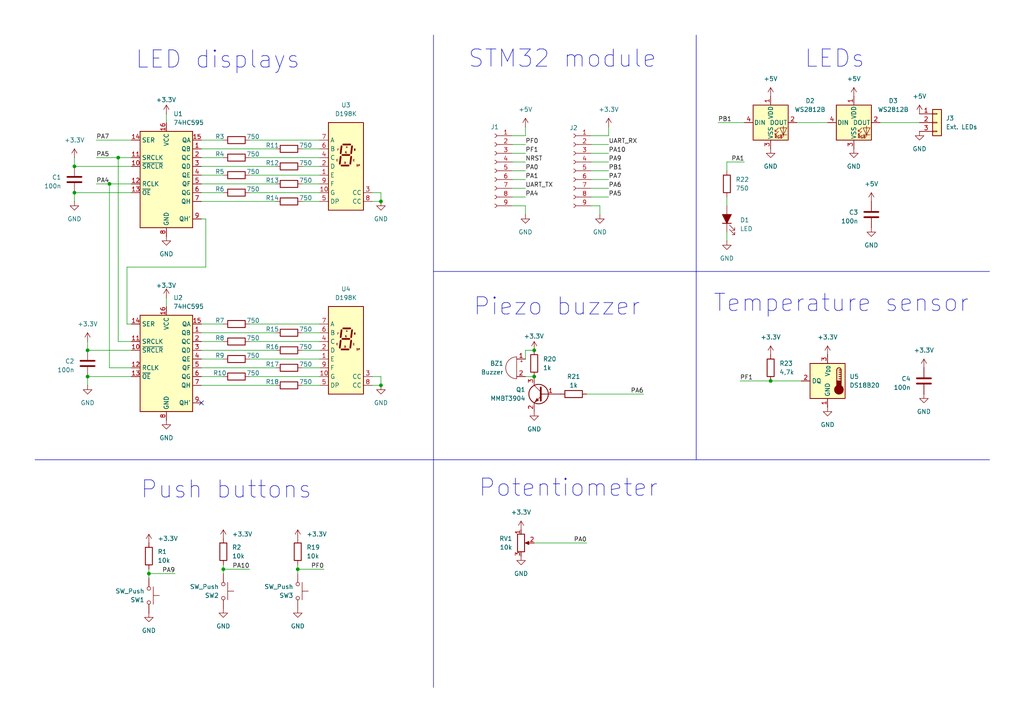
<source format=kicad_sch>
(kicad_sch
	(version 20231120)
	(generator "eeschema")
	(generator_version "8.0")
	(uuid "805732fc-2965-45cc-b364-e77e100b39c6")
	(paper "A4")
	(title_block
		(title "2025 V_IMSC1")
		(rev "A")
	)
	(lib_symbols
		(symbol "74xx:74HC595"
			(exclude_from_sim no)
			(in_bom yes)
			(on_board yes)
			(property "Reference" "U"
				(at -7.62 13.97 0)
				(effects
					(font
						(size 1.27 1.27)
					)
				)
			)
			(property "Value" "74HC595"
				(at -7.62 -16.51 0)
				(effects
					(font
						(size 1.27 1.27)
					)
				)
			)
			(property "Footprint" ""
				(at 0 0 0)
				(effects
					(font
						(size 1.27 1.27)
					)
					(hide yes)
				)
			)
			(property "Datasheet" "http://www.ti.com/lit/ds/symlink/sn74hc595.pdf"
				(at 0 0 0)
				(effects
					(font
						(size 1.27 1.27)
					)
					(hide yes)
				)
			)
			(property "Description" "8-bit serial in/out Shift Register 3-State Outputs"
				(at 0 0 0)
				(effects
					(font
						(size 1.27 1.27)
					)
					(hide yes)
				)
			)
			(property "ki_keywords" "HCMOS SR 3State"
				(at 0 0 0)
				(effects
					(font
						(size 1.27 1.27)
					)
					(hide yes)
				)
			)
			(property "ki_fp_filters" "DIP*W7.62mm* SOIC*3.9x9.9mm*P1.27mm* TSSOP*4.4x5mm*P0.65mm* SOIC*5.3x10.2mm*P1.27mm* SOIC*7.5x10.3mm*P1.27mm*"
				(at 0 0 0)
				(effects
					(font
						(size 1.27 1.27)
					)
					(hide yes)
				)
			)
			(symbol "74HC595_1_0"
				(pin tri_state line
					(at 10.16 7.62 180)
					(length 2.54)
					(name "QB"
						(effects
							(font
								(size 1.27 1.27)
							)
						)
					)
					(number "1"
						(effects
							(font
								(size 1.27 1.27)
							)
						)
					)
				)
				(pin input line
					(at -10.16 2.54 0)
					(length 2.54)
					(name "~{SRCLR}"
						(effects
							(font
								(size 1.27 1.27)
							)
						)
					)
					(number "10"
						(effects
							(font
								(size 1.27 1.27)
							)
						)
					)
				)
				(pin input line
					(at -10.16 5.08 0)
					(length 2.54)
					(name "SRCLK"
						(effects
							(font
								(size 1.27 1.27)
							)
						)
					)
					(number "11"
						(effects
							(font
								(size 1.27 1.27)
							)
						)
					)
				)
				(pin input line
					(at -10.16 -2.54 0)
					(length 2.54)
					(name "RCLK"
						(effects
							(font
								(size 1.27 1.27)
							)
						)
					)
					(number "12"
						(effects
							(font
								(size 1.27 1.27)
							)
						)
					)
				)
				(pin input line
					(at -10.16 -5.08 0)
					(length 2.54)
					(name "~{OE}"
						(effects
							(font
								(size 1.27 1.27)
							)
						)
					)
					(number "13"
						(effects
							(font
								(size 1.27 1.27)
							)
						)
					)
				)
				(pin input line
					(at -10.16 10.16 0)
					(length 2.54)
					(name "SER"
						(effects
							(font
								(size 1.27 1.27)
							)
						)
					)
					(number "14"
						(effects
							(font
								(size 1.27 1.27)
							)
						)
					)
				)
				(pin tri_state line
					(at 10.16 10.16 180)
					(length 2.54)
					(name "QA"
						(effects
							(font
								(size 1.27 1.27)
							)
						)
					)
					(number "15"
						(effects
							(font
								(size 1.27 1.27)
							)
						)
					)
				)
				(pin power_in line
					(at 0 15.24 270)
					(length 2.54)
					(name "VCC"
						(effects
							(font
								(size 1.27 1.27)
							)
						)
					)
					(number "16"
						(effects
							(font
								(size 1.27 1.27)
							)
						)
					)
				)
				(pin tri_state line
					(at 10.16 5.08 180)
					(length 2.54)
					(name "QC"
						(effects
							(font
								(size 1.27 1.27)
							)
						)
					)
					(number "2"
						(effects
							(font
								(size 1.27 1.27)
							)
						)
					)
				)
				(pin tri_state line
					(at 10.16 2.54 180)
					(length 2.54)
					(name "QD"
						(effects
							(font
								(size 1.27 1.27)
							)
						)
					)
					(number "3"
						(effects
							(font
								(size 1.27 1.27)
							)
						)
					)
				)
				(pin tri_state line
					(at 10.16 0 180)
					(length 2.54)
					(name "QE"
						(effects
							(font
								(size 1.27 1.27)
							)
						)
					)
					(number "4"
						(effects
							(font
								(size 1.27 1.27)
							)
						)
					)
				)
				(pin tri_state line
					(at 10.16 -2.54 180)
					(length 2.54)
					(name "QF"
						(effects
							(font
								(size 1.27 1.27)
							)
						)
					)
					(number "5"
						(effects
							(font
								(size 1.27 1.27)
							)
						)
					)
				)
				(pin tri_state line
					(at 10.16 -5.08 180)
					(length 2.54)
					(name "QG"
						(effects
							(font
								(size 1.27 1.27)
							)
						)
					)
					(number "6"
						(effects
							(font
								(size 1.27 1.27)
							)
						)
					)
				)
				(pin tri_state line
					(at 10.16 -7.62 180)
					(length 2.54)
					(name "QH"
						(effects
							(font
								(size 1.27 1.27)
							)
						)
					)
					(number "7"
						(effects
							(font
								(size 1.27 1.27)
							)
						)
					)
				)
				(pin power_in line
					(at 0 -17.78 90)
					(length 2.54)
					(name "GND"
						(effects
							(font
								(size 1.27 1.27)
							)
						)
					)
					(number "8"
						(effects
							(font
								(size 1.27 1.27)
							)
						)
					)
				)
				(pin output line
					(at 10.16 -12.7 180)
					(length 2.54)
					(name "QH'"
						(effects
							(font
								(size 1.27 1.27)
							)
						)
					)
					(number "9"
						(effects
							(font
								(size 1.27 1.27)
							)
						)
					)
				)
			)
			(symbol "74HC595_1_1"
				(rectangle
					(start -7.62 12.7)
					(end 7.62 -15.24)
					(stroke
						(width 0.254)
						(type default)
					)
					(fill
						(type background)
					)
				)
			)
		)
		(symbol "Connector:Conn_01x09_Socket"
			(pin_names
				(offset 1.016) hide)
			(exclude_from_sim no)
			(in_bom yes)
			(on_board yes)
			(property "Reference" "J"
				(at 0 12.7 0)
				(effects
					(font
						(size 1.27 1.27)
					)
				)
			)
			(property "Value" "Conn_01x09_Socket"
				(at 0 -12.7 0)
				(effects
					(font
						(size 1.27 1.27)
					)
				)
			)
			(property "Footprint" ""
				(at 0 0 0)
				(effects
					(font
						(size 1.27 1.27)
					)
					(hide yes)
				)
			)
			(property "Datasheet" "~"
				(at 0 0 0)
				(effects
					(font
						(size 1.27 1.27)
					)
					(hide yes)
				)
			)
			(property "Description" "Generic connector, single row, 01x09, script generated"
				(at 0 0 0)
				(effects
					(font
						(size 1.27 1.27)
					)
					(hide yes)
				)
			)
			(property "ki_locked" ""
				(at 0 0 0)
				(effects
					(font
						(size 1.27 1.27)
					)
				)
			)
			(property "ki_keywords" "connector"
				(at 0 0 0)
				(effects
					(font
						(size 1.27 1.27)
					)
					(hide yes)
				)
			)
			(property "ki_fp_filters" "Connector*:*_1x??_*"
				(at 0 0 0)
				(effects
					(font
						(size 1.27 1.27)
					)
					(hide yes)
				)
			)
			(symbol "Conn_01x09_Socket_1_1"
				(arc
					(start 0 -9.652)
					(mid -0.5058 -10.16)
					(end 0 -10.668)
					(stroke
						(width 0.1524)
						(type default)
					)
					(fill
						(type none)
					)
				)
				(arc
					(start 0 -7.112)
					(mid -0.5058 -7.62)
					(end 0 -8.128)
					(stroke
						(width 0.1524)
						(type default)
					)
					(fill
						(type none)
					)
				)
				(arc
					(start 0 -4.572)
					(mid -0.5058 -5.08)
					(end 0 -5.588)
					(stroke
						(width 0.1524)
						(type default)
					)
					(fill
						(type none)
					)
				)
				(arc
					(start 0 -2.032)
					(mid -0.5058 -2.54)
					(end 0 -3.048)
					(stroke
						(width 0.1524)
						(type default)
					)
					(fill
						(type none)
					)
				)
				(polyline
					(pts
						(xy -1.27 -10.16) (xy -0.508 -10.16)
					)
					(stroke
						(width 0.1524)
						(type default)
					)
					(fill
						(type none)
					)
				)
				(polyline
					(pts
						(xy -1.27 -7.62) (xy -0.508 -7.62)
					)
					(stroke
						(width 0.1524)
						(type default)
					)
					(fill
						(type none)
					)
				)
				(polyline
					(pts
						(xy -1.27 -5.08) (xy -0.508 -5.08)
					)
					(stroke
						(width 0.1524)
						(type default)
					)
					(fill
						(type none)
					)
				)
				(polyline
					(pts
						(xy -1.27 -2.54) (xy -0.508 -2.54)
					)
					(stroke
						(width 0.1524)
						(type default)
					)
					(fill
						(type none)
					)
				)
				(polyline
					(pts
						(xy -1.27 0) (xy -0.508 0)
					)
					(stroke
						(width 0.1524)
						(type default)
					)
					(fill
						(type none)
					)
				)
				(polyline
					(pts
						(xy -1.27 2.54) (xy -0.508 2.54)
					)
					(stroke
						(width 0.1524)
						(type default)
					)
					(fill
						(type none)
					)
				)
				(polyline
					(pts
						(xy -1.27 5.08) (xy -0.508 5.08)
					)
					(stroke
						(width 0.1524)
						(type default)
					)
					(fill
						(type none)
					)
				)
				(polyline
					(pts
						(xy -1.27 7.62) (xy -0.508 7.62)
					)
					(stroke
						(width 0.1524)
						(type default)
					)
					(fill
						(type none)
					)
				)
				(polyline
					(pts
						(xy -1.27 10.16) (xy -0.508 10.16)
					)
					(stroke
						(width 0.1524)
						(type default)
					)
					(fill
						(type none)
					)
				)
				(arc
					(start 0 0.508)
					(mid -0.5058 0)
					(end 0 -0.508)
					(stroke
						(width 0.1524)
						(type default)
					)
					(fill
						(type none)
					)
				)
				(arc
					(start 0 3.048)
					(mid -0.5058 2.54)
					(end 0 2.032)
					(stroke
						(width 0.1524)
						(type default)
					)
					(fill
						(type none)
					)
				)
				(arc
					(start 0 5.588)
					(mid -0.5058 5.08)
					(end 0 4.572)
					(stroke
						(width 0.1524)
						(type default)
					)
					(fill
						(type none)
					)
				)
				(arc
					(start 0 8.128)
					(mid -0.5058 7.62)
					(end 0 7.112)
					(stroke
						(width 0.1524)
						(type default)
					)
					(fill
						(type none)
					)
				)
				(arc
					(start 0 10.668)
					(mid -0.5058 10.16)
					(end 0 9.652)
					(stroke
						(width 0.1524)
						(type default)
					)
					(fill
						(type none)
					)
				)
				(pin passive line
					(at -5.08 10.16 0)
					(length 3.81)
					(name "Pin_1"
						(effects
							(font
								(size 1.27 1.27)
							)
						)
					)
					(number "1"
						(effects
							(font
								(size 1.27 1.27)
							)
						)
					)
				)
				(pin passive line
					(at -5.08 7.62 0)
					(length 3.81)
					(name "Pin_2"
						(effects
							(font
								(size 1.27 1.27)
							)
						)
					)
					(number "2"
						(effects
							(font
								(size 1.27 1.27)
							)
						)
					)
				)
				(pin passive line
					(at -5.08 5.08 0)
					(length 3.81)
					(name "Pin_3"
						(effects
							(font
								(size 1.27 1.27)
							)
						)
					)
					(number "3"
						(effects
							(font
								(size 1.27 1.27)
							)
						)
					)
				)
				(pin passive line
					(at -5.08 2.54 0)
					(length 3.81)
					(name "Pin_4"
						(effects
							(font
								(size 1.27 1.27)
							)
						)
					)
					(number "4"
						(effects
							(font
								(size 1.27 1.27)
							)
						)
					)
				)
				(pin passive line
					(at -5.08 0 0)
					(length 3.81)
					(name "Pin_5"
						(effects
							(font
								(size 1.27 1.27)
							)
						)
					)
					(number "5"
						(effects
							(font
								(size 1.27 1.27)
							)
						)
					)
				)
				(pin passive line
					(at -5.08 -2.54 0)
					(length 3.81)
					(name "Pin_6"
						(effects
							(font
								(size 1.27 1.27)
							)
						)
					)
					(number "6"
						(effects
							(font
								(size 1.27 1.27)
							)
						)
					)
				)
				(pin passive line
					(at -5.08 -5.08 0)
					(length 3.81)
					(name "Pin_7"
						(effects
							(font
								(size 1.27 1.27)
							)
						)
					)
					(number "7"
						(effects
							(font
								(size 1.27 1.27)
							)
						)
					)
				)
				(pin passive line
					(at -5.08 -7.62 0)
					(length 3.81)
					(name "Pin_8"
						(effects
							(font
								(size 1.27 1.27)
							)
						)
					)
					(number "8"
						(effects
							(font
								(size 1.27 1.27)
							)
						)
					)
				)
				(pin passive line
					(at -5.08 -10.16 0)
					(length 3.81)
					(name "Pin_9"
						(effects
							(font
								(size 1.27 1.27)
							)
						)
					)
					(number "9"
						(effects
							(font
								(size 1.27 1.27)
							)
						)
					)
				)
			)
		)
		(symbol "Connector_Generic:Conn_01x03"
			(pin_names
				(offset 1.016) hide)
			(exclude_from_sim no)
			(in_bom yes)
			(on_board yes)
			(property "Reference" "J"
				(at 0 5.08 0)
				(effects
					(font
						(size 1.27 1.27)
					)
				)
			)
			(property "Value" "Conn_01x03"
				(at 0 -5.08 0)
				(effects
					(font
						(size 1.27 1.27)
					)
				)
			)
			(property "Footprint" ""
				(at 0 0 0)
				(effects
					(font
						(size 1.27 1.27)
					)
					(hide yes)
				)
			)
			(property "Datasheet" "~"
				(at 0 0 0)
				(effects
					(font
						(size 1.27 1.27)
					)
					(hide yes)
				)
			)
			(property "Description" "Generic connector, single row, 01x03, script generated (kicad-library-utils/schlib/autogen/connector/)"
				(at 0 0 0)
				(effects
					(font
						(size 1.27 1.27)
					)
					(hide yes)
				)
			)
			(property "ki_keywords" "connector"
				(at 0 0 0)
				(effects
					(font
						(size 1.27 1.27)
					)
					(hide yes)
				)
			)
			(property "ki_fp_filters" "Connector*:*_1x??_*"
				(at 0 0 0)
				(effects
					(font
						(size 1.27 1.27)
					)
					(hide yes)
				)
			)
			(symbol "Conn_01x03_1_1"
				(rectangle
					(start -1.27 -2.413)
					(end 0 -2.667)
					(stroke
						(width 0.1524)
						(type default)
					)
					(fill
						(type none)
					)
				)
				(rectangle
					(start -1.27 0.127)
					(end 0 -0.127)
					(stroke
						(width 0.1524)
						(type default)
					)
					(fill
						(type none)
					)
				)
				(rectangle
					(start -1.27 2.667)
					(end 0 2.413)
					(stroke
						(width 0.1524)
						(type default)
					)
					(fill
						(type none)
					)
				)
				(rectangle
					(start -1.27 3.81)
					(end 1.27 -3.81)
					(stroke
						(width 0.254)
						(type default)
					)
					(fill
						(type background)
					)
				)
				(pin passive line
					(at -5.08 2.54 0)
					(length 3.81)
					(name "Pin_1"
						(effects
							(font
								(size 1.27 1.27)
							)
						)
					)
					(number "1"
						(effects
							(font
								(size 1.27 1.27)
							)
						)
					)
				)
				(pin passive line
					(at -5.08 0 0)
					(length 3.81)
					(name "Pin_2"
						(effects
							(font
								(size 1.27 1.27)
							)
						)
					)
					(number "2"
						(effects
							(font
								(size 1.27 1.27)
							)
						)
					)
				)
				(pin passive line
					(at -5.08 -2.54 0)
					(length 3.81)
					(name "Pin_3"
						(effects
							(font
								(size 1.27 1.27)
							)
						)
					)
					(number "3"
						(effects
							(font
								(size 1.27 1.27)
							)
						)
					)
				)
			)
		)
		(symbol "Device:Buzzer"
			(pin_names
				(offset 0.0254) hide)
			(exclude_from_sim no)
			(in_bom yes)
			(on_board yes)
			(property "Reference" "BZ"
				(at 3.81 1.27 0)
				(effects
					(font
						(size 1.27 1.27)
					)
					(justify left)
				)
			)
			(property "Value" "Buzzer"
				(at 3.81 -1.27 0)
				(effects
					(font
						(size 1.27 1.27)
					)
					(justify left)
				)
			)
			(property "Footprint" ""
				(at -0.635 2.54 90)
				(effects
					(font
						(size 1.27 1.27)
					)
					(hide yes)
				)
			)
			(property "Datasheet" "~"
				(at -0.635 2.54 90)
				(effects
					(font
						(size 1.27 1.27)
					)
					(hide yes)
				)
			)
			(property "Description" "Buzzer, polarized"
				(at 0 0 0)
				(effects
					(font
						(size 1.27 1.27)
					)
					(hide yes)
				)
			)
			(property "ki_keywords" "quartz resonator ceramic"
				(at 0 0 0)
				(effects
					(font
						(size 1.27 1.27)
					)
					(hide yes)
				)
			)
			(property "ki_fp_filters" "*Buzzer*"
				(at 0 0 0)
				(effects
					(font
						(size 1.27 1.27)
					)
					(hide yes)
				)
			)
			(symbol "Buzzer_0_1"
				(arc
					(start 0 -3.175)
					(mid 3.1612 0)
					(end 0 3.175)
					(stroke
						(width 0)
						(type default)
					)
					(fill
						(type none)
					)
				)
				(polyline
					(pts
						(xy -1.651 1.905) (xy -1.143 1.905)
					)
					(stroke
						(width 0)
						(type default)
					)
					(fill
						(type none)
					)
				)
				(polyline
					(pts
						(xy -1.397 2.159) (xy -1.397 1.651)
					)
					(stroke
						(width 0)
						(type default)
					)
					(fill
						(type none)
					)
				)
				(polyline
					(pts
						(xy 0 3.175) (xy 0 -3.175)
					)
					(stroke
						(width 0)
						(type default)
					)
					(fill
						(type none)
					)
				)
			)
			(symbol "Buzzer_1_1"
				(pin passive line
					(at -2.54 2.54 0)
					(length 2.54)
					(name "-"
						(effects
							(font
								(size 1.27 1.27)
							)
						)
					)
					(number "1"
						(effects
							(font
								(size 1.27 1.27)
							)
						)
					)
				)
				(pin passive line
					(at -2.54 -2.54 0)
					(length 2.54)
					(name "+"
						(effects
							(font
								(size 1.27 1.27)
							)
						)
					)
					(number "2"
						(effects
							(font
								(size 1.27 1.27)
							)
						)
					)
				)
			)
		)
		(symbol "Device:C"
			(pin_numbers hide)
			(pin_names
				(offset 0.254)
			)
			(exclude_from_sim no)
			(in_bom yes)
			(on_board yes)
			(property "Reference" "C"
				(at 0.635 2.54 0)
				(effects
					(font
						(size 1.27 1.27)
					)
					(justify left)
				)
			)
			(property "Value" "C"
				(at 0.635 -2.54 0)
				(effects
					(font
						(size 1.27 1.27)
					)
					(justify left)
				)
			)
			(property "Footprint" ""
				(at 0.9652 -3.81 0)
				(effects
					(font
						(size 1.27 1.27)
					)
					(hide yes)
				)
			)
			(property "Datasheet" "~"
				(at 0 0 0)
				(effects
					(font
						(size 1.27 1.27)
					)
					(hide yes)
				)
			)
			(property "Description" "Unpolarized capacitor"
				(at 0 0 0)
				(effects
					(font
						(size 1.27 1.27)
					)
					(hide yes)
				)
			)
			(property "ki_keywords" "cap capacitor"
				(at 0 0 0)
				(effects
					(font
						(size 1.27 1.27)
					)
					(hide yes)
				)
			)
			(property "ki_fp_filters" "C_*"
				(at 0 0 0)
				(effects
					(font
						(size 1.27 1.27)
					)
					(hide yes)
				)
			)
			(symbol "C_0_1"
				(polyline
					(pts
						(xy -2.032 -0.762) (xy 2.032 -0.762)
					)
					(stroke
						(width 0.508)
						(type default)
					)
					(fill
						(type none)
					)
				)
				(polyline
					(pts
						(xy -2.032 0.762) (xy 2.032 0.762)
					)
					(stroke
						(width 0.508)
						(type default)
					)
					(fill
						(type none)
					)
				)
			)
			(symbol "C_1_1"
				(pin passive line
					(at 0 3.81 270)
					(length 2.794)
					(name "~"
						(effects
							(font
								(size 1.27 1.27)
							)
						)
					)
					(number "1"
						(effects
							(font
								(size 1.27 1.27)
							)
						)
					)
				)
				(pin passive line
					(at 0 -3.81 90)
					(length 2.794)
					(name "~"
						(effects
							(font
								(size 1.27 1.27)
							)
						)
					)
					(number "2"
						(effects
							(font
								(size 1.27 1.27)
							)
						)
					)
				)
			)
		)
		(symbol "Device:LED_Filled"
			(pin_numbers hide)
			(pin_names
				(offset 1.016) hide)
			(exclude_from_sim no)
			(in_bom yes)
			(on_board yes)
			(property "Reference" "D"
				(at 0 2.54 0)
				(effects
					(font
						(size 1.27 1.27)
					)
				)
			)
			(property "Value" "LED_Filled"
				(at 0 -2.54 0)
				(effects
					(font
						(size 1.27 1.27)
					)
				)
			)
			(property "Footprint" ""
				(at 0 0 0)
				(effects
					(font
						(size 1.27 1.27)
					)
					(hide yes)
				)
			)
			(property "Datasheet" "~"
				(at 0 0 0)
				(effects
					(font
						(size 1.27 1.27)
					)
					(hide yes)
				)
			)
			(property "Description" "Light emitting diode, filled shape"
				(at 0 0 0)
				(effects
					(font
						(size 1.27 1.27)
					)
					(hide yes)
				)
			)
			(property "ki_keywords" "LED diode"
				(at 0 0 0)
				(effects
					(font
						(size 1.27 1.27)
					)
					(hide yes)
				)
			)
			(property "ki_fp_filters" "LED* LED_SMD:* LED_THT:*"
				(at 0 0 0)
				(effects
					(font
						(size 1.27 1.27)
					)
					(hide yes)
				)
			)
			(symbol "LED_Filled_0_1"
				(polyline
					(pts
						(xy -1.27 -1.27) (xy -1.27 1.27)
					)
					(stroke
						(width 0.254)
						(type default)
					)
					(fill
						(type none)
					)
				)
				(polyline
					(pts
						(xy -1.27 0) (xy 1.27 0)
					)
					(stroke
						(width 0)
						(type default)
					)
					(fill
						(type none)
					)
				)
				(polyline
					(pts
						(xy 1.27 -1.27) (xy 1.27 1.27) (xy -1.27 0) (xy 1.27 -1.27)
					)
					(stroke
						(width 0.254)
						(type default)
					)
					(fill
						(type outline)
					)
				)
				(polyline
					(pts
						(xy -3.048 -0.762) (xy -4.572 -2.286) (xy -3.81 -2.286) (xy -4.572 -2.286) (xy -4.572 -1.524)
					)
					(stroke
						(width 0)
						(type default)
					)
					(fill
						(type none)
					)
				)
				(polyline
					(pts
						(xy -1.778 -0.762) (xy -3.302 -2.286) (xy -2.54 -2.286) (xy -3.302 -2.286) (xy -3.302 -1.524)
					)
					(stroke
						(width 0)
						(type default)
					)
					(fill
						(type none)
					)
				)
			)
			(symbol "LED_Filled_1_1"
				(pin passive line
					(at -3.81 0 0)
					(length 2.54)
					(name "K"
						(effects
							(font
								(size 1.27 1.27)
							)
						)
					)
					(number "1"
						(effects
							(font
								(size 1.27 1.27)
							)
						)
					)
				)
				(pin passive line
					(at 3.81 0 180)
					(length 2.54)
					(name "A"
						(effects
							(font
								(size 1.27 1.27)
							)
						)
					)
					(number "2"
						(effects
							(font
								(size 1.27 1.27)
							)
						)
					)
				)
			)
		)
		(symbol "Device:R"
			(pin_numbers hide)
			(pin_names
				(offset 0)
			)
			(exclude_from_sim no)
			(in_bom yes)
			(on_board yes)
			(property "Reference" "R"
				(at 2.032 0 90)
				(effects
					(font
						(size 1.27 1.27)
					)
				)
			)
			(property "Value" "R"
				(at 0 0 90)
				(effects
					(font
						(size 1.27 1.27)
					)
				)
			)
			(property "Footprint" ""
				(at -1.778 0 90)
				(effects
					(font
						(size 1.27 1.27)
					)
					(hide yes)
				)
			)
			(property "Datasheet" "~"
				(at 0 0 0)
				(effects
					(font
						(size 1.27 1.27)
					)
					(hide yes)
				)
			)
			(property "Description" "Resistor"
				(at 0 0 0)
				(effects
					(font
						(size 1.27 1.27)
					)
					(hide yes)
				)
			)
			(property "ki_keywords" "R res resistor"
				(at 0 0 0)
				(effects
					(font
						(size 1.27 1.27)
					)
					(hide yes)
				)
			)
			(property "ki_fp_filters" "R_*"
				(at 0 0 0)
				(effects
					(font
						(size 1.27 1.27)
					)
					(hide yes)
				)
			)
			(symbol "R_0_1"
				(rectangle
					(start -1.016 -2.54)
					(end 1.016 2.54)
					(stroke
						(width 0.254)
						(type default)
					)
					(fill
						(type none)
					)
				)
			)
			(symbol "R_1_1"
				(pin passive line
					(at 0 3.81 270)
					(length 1.27)
					(name "~"
						(effects
							(font
								(size 1.27 1.27)
							)
						)
					)
					(number "1"
						(effects
							(font
								(size 1.27 1.27)
							)
						)
					)
				)
				(pin passive line
					(at 0 -3.81 90)
					(length 1.27)
					(name "~"
						(effects
							(font
								(size 1.27 1.27)
							)
						)
					)
					(number "2"
						(effects
							(font
								(size 1.27 1.27)
							)
						)
					)
				)
			)
		)
		(symbol "Device:R_Potentiometer"
			(pin_names
				(offset 1.016) hide)
			(exclude_from_sim no)
			(in_bom yes)
			(on_board yes)
			(property "Reference" "RV"
				(at -4.445 0 90)
				(effects
					(font
						(size 1.27 1.27)
					)
				)
			)
			(property "Value" "R_Potentiometer"
				(at -2.54 0 90)
				(effects
					(font
						(size 1.27 1.27)
					)
				)
			)
			(property "Footprint" ""
				(at 0 0 0)
				(effects
					(font
						(size 1.27 1.27)
					)
					(hide yes)
				)
			)
			(property "Datasheet" "~"
				(at 0 0 0)
				(effects
					(font
						(size 1.27 1.27)
					)
					(hide yes)
				)
			)
			(property "Description" "Potentiometer"
				(at 0 0 0)
				(effects
					(font
						(size 1.27 1.27)
					)
					(hide yes)
				)
			)
			(property "ki_keywords" "resistor variable"
				(at 0 0 0)
				(effects
					(font
						(size 1.27 1.27)
					)
					(hide yes)
				)
			)
			(property "ki_fp_filters" "Potentiometer*"
				(at 0 0 0)
				(effects
					(font
						(size 1.27 1.27)
					)
					(hide yes)
				)
			)
			(symbol "R_Potentiometer_0_1"
				(polyline
					(pts
						(xy 2.54 0) (xy 1.524 0)
					)
					(stroke
						(width 0)
						(type default)
					)
					(fill
						(type none)
					)
				)
				(polyline
					(pts
						(xy 1.143 0) (xy 2.286 0.508) (xy 2.286 -0.508) (xy 1.143 0)
					)
					(stroke
						(width 0)
						(type default)
					)
					(fill
						(type outline)
					)
				)
				(rectangle
					(start 1.016 2.54)
					(end -1.016 -2.54)
					(stroke
						(width 0.254)
						(type default)
					)
					(fill
						(type none)
					)
				)
			)
			(symbol "R_Potentiometer_1_1"
				(pin passive line
					(at 0 3.81 270)
					(length 1.27)
					(name "1"
						(effects
							(font
								(size 1.27 1.27)
							)
						)
					)
					(number "1"
						(effects
							(font
								(size 1.27 1.27)
							)
						)
					)
				)
				(pin passive line
					(at 3.81 0 180)
					(length 1.27)
					(name "2"
						(effects
							(font
								(size 1.27 1.27)
							)
						)
					)
					(number "2"
						(effects
							(font
								(size 1.27 1.27)
							)
						)
					)
				)
				(pin passive line
					(at 0 -3.81 90)
					(length 1.27)
					(name "3"
						(effects
							(font
								(size 1.27 1.27)
							)
						)
					)
					(number "3"
						(effects
							(font
								(size 1.27 1.27)
							)
						)
					)
				)
			)
		)
		(symbol "Display_Character:D198K"
			(exclude_from_sim no)
			(in_bom yes)
			(on_board yes)
			(property "Reference" "U"
				(at -2.54 13.97 0)
				(effects
					(font
						(size 1.27 1.27)
					)
					(justify right)
				)
			)
			(property "Value" "D198K"
				(at 1.27 13.97 0)
				(effects
					(font
						(size 1.27 1.27)
					)
					(justify left)
				)
			)
			(property "Footprint" "Display_7Segment:D1X8K"
				(at 0 -15.24 0)
				(effects
					(font
						(size 1.27 1.27)
					)
					(hide yes)
				)
			)
			(property "Datasheet" "https://ia800903.us.archive.org/24/items/CTKD1x8K/Cromatek%20D168K.pdf"
				(at -12.7 12.065 0)
				(effects
					(font
						(size 1.27 1.27)
					)
					(justify left)
					(hide yes)
				)
			)
			(property "Description" "One digit 7 segment orangish-red LED, low current, common cathode"
				(at 0 0 0)
				(effects
					(font
						(size 1.27 1.27)
					)
					(hide yes)
				)
			)
			(property "ki_keywords" "display LED 7-segment"
				(at 0 0 0)
				(effects
					(font
						(size 1.27 1.27)
					)
					(hide yes)
				)
			)
			(property "ki_fp_filters" "D1X8K*"
				(at 0 0 0)
				(effects
					(font
						(size 1.27 1.27)
					)
					(hide yes)
				)
			)
			(symbol "D198K_0_0"
				(text "A"
					(at 0.254 5.588 0)
					(effects
						(font
							(size 0.508 0.508)
						)
					)
				)
				(text "B"
					(at 2.54 4.826 0)
					(effects
						(font
							(size 0.508 0.508)
						)
					)
				)
				(text "C"
					(at 2.286 1.778 0)
					(effects
						(font
							(size 0.508 0.508)
						)
					)
				)
				(text "D"
					(at -0.254 1.016 0)
					(effects
						(font
							(size 0.508 0.508)
						)
					)
				)
				(text "DP"
					(at 3.556 0.254 0)
					(effects
						(font
							(size 0.508 0.508)
						)
					)
				)
				(text "E"
					(at -2.54 1.778 0)
					(effects
						(font
							(size 0.508 0.508)
						)
					)
				)
				(text "F"
					(at -2.286 4.826 0)
					(effects
						(font
							(size 0.508 0.508)
						)
					)
				)
				(text "G"
					(at 0 4.064 0)
					(effects
						(font
							(size 0.508 0.508)
						)
					)
				)
			)
			(symbol "D198K_0_1"
				(rectangle
					(start -5.08 12.7)
					(end 5.08 -12.7)
					(stroke
						(width 0.254)
						(type default)
					)
					(fill
						(type background)
					)
				)
				(polyline
					(pts
						(xy -1.524 2.794) (xy -1.778 0.762)
					)
					(stroke
						(width 0.508)
						(type default)
					)
					(fill
						(type none)
					)
				)
				(polyline
					(pts
						(xy -1.27 0.254) (xy 0.762 0.254)
					)
					(stroke
						(width 0.508)
						(type default)
					)
					(fill
						(type none)
					)
				)
				(polyline
					(pts
						(xy -1.27 5.842) (xy -1.524 3.81)
					)
					(stroke
						(width 0.508)
						(type default)
					)
					(fill
						(type none)
					)
				)
				(polyline
					(pts
						(xy -1.016 3.302) (xy 1.016 3.302)
					)
					(stroke
						(width 0.508)
						(type default)
					)
					(fill
						(type none)
					)
				)
				(polyline
					(pts
						(xy -0.762 6.35) (xy 1.27 6.35)
					)
					(stroke
						(width 0.508)
						(type default)
					)
					(fill
						(type none)
					)
				)
				(polyline
					(pts
						(xy 1.524 2.794) (xy 1.27 0.762)
					)
					(stroke
						(width 0.508)
						(type default)
					)
					(fill
						(type none)
					)
				)
				(polyline
					(pts
						(xy 1.778 5.842) (xy 1.524 3.81)
					)
					(stroke
						(width 0.508)
						(type default)
					)
					(fill
						(type none)
					)
				)
				(polyline
					(pts
						(xy 2.54 0.254) (xy 2.54 0.254)
					)
					(stroke
						(width 0.508)
						(type default)
					)
					(fill
						(type none)
					)
				)
			)
			(symbol "D198K_1_1"
				(pin input line
					(at -7.62 -2.54 0)
					(length 2.54)
					(name "E"
						(effects
							(font
								(size 1.27 1.27)
							)
						)
					)
					(number "1"
						(effects
							(font
								(size 1.27 1.27)
							)
						)
					)
				)
				(pin input line
					(at -7.62 -7.62 0)
					(length 2.54)
					(name "G"
						(effects
							(font
								(size 1.27 1.27)
							)
						)
					)
					(number "10"
						(effects
							(font
								(size 1.27 1.27)
							)
						)
					)
				)
				(pin input line
					(at -7.62 0 0)
					(length 2.54)
					(name "D"
						(effects
							(font
								(size 1.27 1.27)
							)
						)
					)
					(number "2"
						(effects
							(font
								(size 1.27 1.27)
							)
						)
					)
				)
				(pin input line
					(at 7.62 -7.62 180)
					(length 2.54)
					(name "CC"
						(effects
							(font
								(size 1.27 1.27)
							)
						)
					)
					(number "3"
						(effects
							(font
								(size 1.27 1.27)
							)
						)
					)
				)
				(pin input line
					(at -7.62 2.54 0)
					(length 2.54)
					(name "C"
						(effects
							(font
								(size 1.27 1.27)
							)
						)
					)
					(number "4"
						(effects
							(font
								(size 1.27 1.27)
							)
						)
					)
				)
				(pin input line
					(at -7.62 -10.16 0)
					(length 2.54)
					(name "DP"
						(effects
							(font
								(size 1.27 1.27)
							)
						)
					)
					(number "5"
						(effects
							(font
								(size 1.27 1.27)
							)
						)
					)
				)
				(pin input line
					(at -7.62 5.08 0)
					(length 2.54)
					(name "B"
						(effects
							(font
								(size 1.27 1.27)
							)
						)
					)
					(number "6"
						(effects
							(font
								(size 1.27 1.27)
							)
						)
					)
				)
				(pin input line
					(at -7.62 7.62 0)
					(length 2.54)
					(name "A"
						(effects
							(font
								(size 1.27 1.27)
							)
						)
					)
					(number "7"
						(effects
							(font
								(size 1.27 1.27)
							)
						)
					)
				)
				(pin input line
					(at 7.62 -10.16 180)
					(length 2.54)
					(name "CC"
						(effects
							(font
								(size 1.27 1.27)
							)
						)
					)
					(number "8"
						(effects
							(font
								(size 1.27 1.27)
							)
						)
					)
				)
				(pin input line
					(at -7.62 -5.08 0)
					(length 2.54)
					(name "F"
						(effects
							(font
								(size 1.27 1.27)
							)
						)
					)
					(number "9"
						(effects
							(font
								(size 1.27 1.27)
							)
						)
					)
				)
			)
		)
		(symbol "LED:WS2812B"
			(pin_names
				(offset 0.254)
			)
			(exclude_from_sim no)
			(in_bom yes)
			(on_board yes)
			(property "Reference" "D"
				(at 5.08 5.715 0)
				(effects
					(font
						(size 1.27 1.27)
					)
					(justify right bottom)
				)
			)
			(property "Value" "WS2812B"
				(at 1.27 -5.715 0)
				(effects
					(font
						(size 1.27 1.27)
					)
					(justify left top)
				)
			)
			(property "Footprint" "LED_SMD:LED_WS2812B_PLCC4_5.0x5.0mm_P3.2mm"
				(at 1.27 -7.62 0)
				(effects
					(font
						(size 1.27 1.27)
					)
					(justify left top)
					(hide yes)
				)
			)
			(property "Datasheet" "https://cdn-shop.adafruit.com/datasheets/WS2812B.pdf"
				(at 2.54 -9.525 0)
				(effects
					(font
						(size 1.27 1.27)
					)
					(justify left top)
					(hide yes)
				)
			)
			(property "Description" "RGB LED with integrated controller"
				(at 0 0 0)
				(effects
					(font
						(size 1.27 1.27)
					)
					(hide yes)
				)
			)
			(property "ki_keywords" "RGB LED NeoPixel addressable"
				(at 0 0 0)
				(effects
					(font
						(size 1.27 1.27)
					)
					(hide yes)
				)
			)
			(property "ki_fp_filters" "LED*WS2812*PLCC*5.0x5.0mm*P3.2mm*"
				(at 0 0 0)
				(effects
					(font
						(size 1.27 1.27)
					)
					(hide yes)
				)
			)
			(symbol "WS2812B_0_0"
				(text "RGB"
					(at 2.286 -4.191 0)
					(effects
						(font
							(size 0.762 0.762)
						)
					)
				)
			)
			(symbol "WS2812B_0_1"
				(polyline
					(pts
						(xy 1.27 -3.556) (xy 1.778 -3.556)
					)
					(stroke
						(width 0)
						(type default)
					)
					(fill
						(type none)
					)
				)
				(polyline
					(pts
						(xy 1.27 -2.54) (xy 1.778 -2.54)
					)
					(stroke
						(width 0)
						(type default)
					)
					(fill
						(type none)
					)
				)
				(polyline
					(pts
						(xy 4.699 -3.556) (xy 2.667 -3.556)
					)
					(stroke
						(width 0)
						(type default)
					)
					(fill
						(type none)
					)
				)
				(polyline
					(pts
						(xy 2.286 -2.54) (xy 1.27 -3.556) (xy 1.27 -3.048)
					)
					(stroke
						(width 0)
						(type default)
					)
					(fill
						(type none)
					)
				)
				(polyline
					(pts
						(xy 2.286 -1.524) (xy 1.27 -2.54) (xy 1.27 -2.032)
					)
					(stroke
						(width 0)
						(type default)
					)
					(fill
						(type none)
					)
				)
				(polyline
					(pts
						(xy 3.683 -1.016) (xy 3.683 -3.556) (xy 3.683 -4.064)
					)
					(stroke
						(width 0)
						(type default)
					)
					(fill
						(type none)
					)
				)
				(polyline
					(pts
						(xy 4.699 -1.524) (xy 2.667 -1.524) (xy 3.683 -3.556) (xy 4.699 -1.524)
					)
					(stroke
						(width 0)
						(type default)
					)
					(fill
						(type none)
					)
				)
				(rectangle
					(start 5.08 5.08)
					(end -5.08 -5.08)
					(stroke
						(width 0.254)
						(type default)
					)
					(fill
						(type background)
					)
				)
			)
			(symbol "WS2812B_1_1"
				(pin power_in line
					(at 0 7.62 270)
					(length 2.54)
					(name "VDD"
						(effects
							(font
								(size 1.27 1.27)
							)
						)
					)
					(number "1"
						(effects
							(font
								(size 1.27 1.27)
							)
						)
					)
				)
				(pin output line
					(at 7.62 0 180)
					(length 2.54)
					(name "DOUT"
						(effects
							(font
								(size 1.27 1.27)
							)
						)
					)
					(number "2"
						(effects
							(font
								(size 1.27 1.27)
							)
						)
					)
				)
				(pin power_in line
					(at 0 -7.62 90)
					(length 2.54)
					(name "VSS"
						(effects
							(font
								(size 1.27 1.27)
							)
						)
					)
					(number "3"
						(effects
							(font
								(size 1.27 1.27)
							)
						)
					)
				)
				(pin input line
					(at -7.62 0 0)
					(length 2.54)
					(name "DIN"
						(effects
							(font
								(size 1.27 1.27)
							)
						)
					)
					(number "4"
						(effects
							(font
								(size 1.27 1.27)
							)
						)
					)
				)
			)
		)
		(symbol "Sensor_Temperature:DS18B20"
			(exclude_from_sim no)
			(in_bom yes)
			(on_board yes)
			(property "Reference" "U"
				(at -3.81 6.35 0)
				(effects
					(font
						(size 1.27 1.27)
					)
				)
			)
			(property "Value" "DS18B20"
				(at 6.35 6.35 0)
				(effects
					(font
						(size 1.27 1.27)
					)
				)
			)
			(property "Footprint" "Package_TO_SOT_THT:TO-92_Inline"
				(at -25.4 -6.35 0)
				(effects
					(font
						(size 1.27 1.27)
					)
					(hide yes)
				)
			)
			(property "Datasheet" "http://datasheets.maximintegrated.com/en/ds/DS18B20.pdf"
				(at -3.81 6.35 0)
				(effects
					(font
						(size 1.27 1.27)
					)
					(hide yes)
				)
			)
			(property "Description" "Programmable Resolution 1-Wire Digital Thermometer TO-92"
				(at 0 0 0)
				(effects
					(font
						(size 1.27 1.27)
					)
					(hide yes)
				)
			)
			(property "ki_keywords" "OneWire 1Wire Dallas Maxim"
				(at 0 0 0)
				(effects
					(font
						(size 1.27 1.27)
					)
					(hide yes)
				)
			)
			(property "ki_fp_filters" "TO*92*"
				(at 0 0 0)
				(effects
					(font
						(size 1.27 1.27)
					)
					(hide yes)
				)
			)
			(symbol "DS18B20_0_1"
				(rectangle
					(start -5.08 5.08)
					(end 5.08 -5.08)
					(stroke
						(width 0.254)
						(type default)
					)
					(fill
						(type background)
					)
				)
				(circle
					(center -3.302 -2.54)
					(radius 1.27)
					(stroke
						(width 0.254)
						(type default)
					)
					(fill
						(type outline)
					)
				)
				(rectangle
					(start -2.667 -1.905)
					(end -3.937 0)
					(stroke
						(width 0.254)
						(type default)
					)
					(fill
						(type outline)
					)
				)
				(arc
					(start -2.667 3.175)
					(mid -3.302 3.8073)
					(end -3.937 3.175)
					(stroke
						(width 0.254)
						(type default)
					)
					(fill
						(type none)
					)
				)
				(polyline
					(pts
						(xy -3.937 0.635) (xy -3.302 0.635)
					)
					(stroke
						(width 0.254)
						(type default)
					)
					(fill
						(type none)
					)
				)
				(polyline
					(pts
						(xy -3.937 1.27) (xy -3.302 1.27)
					)
					(stroke
						(width 0.254)
						(type default)
					)
					(fill
						(type none)
					)
				)
				(polyline
					(pts
						(xy -3.937 1.905) (xy -3.302 1.905)
					)
					(stroke
						(width 0.254)
						(type default)
					)
					(fill
						(type none)
					)
				)
				(polyline
					(pts
						(xy -3.937 2.54) (xy -3.302 2.54)
					)
					(stroke
						(width 0.254)
						(type default)
					)
					(fill
						(type none)
					)
				)
				(polyline
					(pts
						(xy -3.937 3.175) (xy -3.937 0)
					)
					(stroke
						(width 0.254)
						(type default)
					)
					(fill
						(type none)
					)
				)
				(polyline
					(pts
						(xy -3.937 3.175) (xy -3.302 3.175)
					)
					(stroke
						(width 0.254)
						(type default)
					)
					(fill
						(type none)
					)
				)
				(polyline
					(pts
						(xy -2.667 3.175) (xy -2.667 0)
					)
					(stroke
						(width 0.254)
						(type default)
					)
					(fill
						(type none)
					)
				)
			)
			(symbol "DS18B20_1_1"
				(pin power_in line
					(at 0 -7.62 90)
					(length 2.54)
					(name "GND"
						(effects
							(font
								(size 1.27 1.27)
							)
						)
					)
					(number "1"
						(effects
							(font
								(size 1.27 1.27)
							)
						)
					)
				)
				(pin bidirectional line
					(at 7.62 0 180)
					(length 2.54)
					(name "DQ"
						(effects
							(font
								(size 1.27 1.27)
							)
						)
					)
					(number "2"
						(effects
							(font
								(size 1.27 1.27)
							)
						)
					)
				)
				(pin power_in line
					(at 0 7.62 270)
					(length 2.54)
					(name "V_{DD}"
						(effects
							(font
								(size 1.27 1.27)
							)
						)
					)
					(number "3"
						(effects
							(font
								(size 1.27 1.27)
							)
						)
					)
				)
			)
		)
		(symbol "Switch:SW_Push"
			(pin_numbers hide)
			(pin_names
				(offset 1.016) hide)
			(exclude_from_sim no)
			(in_bom yes)
			(on_board yes)
			(property "Reference" "SW"
				(at 1.27 2.54 0)
				(effects
					(font
						(size 1.27 1.27)
					)
					(justify left)
				)
			)
			(property "Value" "SW_Push"
				(at 0 -1.524 0)
				(effects
					(font
						(size 1.27 1.27)
					)
				)
			)
			(property "Footprint" ""
				(at 0 5.08 0)
				(effects
					(font
						(size 1.27 1.27)
					)
					(hide yes)
				)
			)
			(property "Datasheet" "~"
				(at 0 5.08 0)
				(effects
					(font
						(size 1.27 1.27)
					)
					(hide yes)
				)
			)
			(property "Description" "Push button switch, generic, two pins"
				(at 0 0 0)
				(effects
					(font
						(size 1.27 1.27)
					)
					(hide yes)
				)
			)
			(property "ki_keywords" "switch normally-open pushbutton push-button"
				(at 0 0 0)
				(effects
					(font
						(size 1.27 1.27)
					)
					(hide yes)
				)
			)
			(symbol "SW_Push_0_1"
				(circle
					(center -2.032 0)
					(radius 0.508)
					(stroke
						(width 0)
						(type default)
					)
					(fill
						(type none)
					)
				)
				(polyline
					(pts
						(xy 0 1.27) (xy 0 3.048)
					)
					(stroke
						(width 0)
						(type default)
					)
					(fill
						(type none)
					)
				)
				(polyline
					(pts
						(xy 2.54 1.27) (xy -2.54 1.27)
					)
					(stroke
						(width 0)
						(type default)
					)
					(fill
						(type none)
					)
				)
				(circle
					(center 2.032 0)
					(radius 0.508)
					(stroke
						(width 0)
						(type default)
					)
					(fill
						(type none)
					)
				)
				(pin passive line
					(at -5.08 0 0)
					(length 2.54)
					(name "1"
						(effects
							(font
								(size 1.27 1.27)
							)
						)
					)
					(number "1"
						(effects
							(font
								(size 1.27 1.27)
							)
						)
					)
				)
				(pin passive line
					(at 5.08 0 180)
					(length 2.54)
					(name "2"
						(effects
							(font
								(size 1.27 1.27)
							)
						)
					)
					(number "2"
						(effects
							(font
								(size 1.27 1.27)
							)
						)
					)
				)
			)
		)
		(symbol "Transistor_BJT:MMBT3904"
			(pin_names
				(offset 0) hide)
			(exclude_from_sim no)
			(in_bom yes)
			(on_board yes)
			(property "Reference" "Q"
				(at 5.08 1.905 0)
				(effects
					(font
						(size 1.27 1.27)
					)
					(justify left)
				)
			)
			(property "Value" "MMBT3904"
				(at 5.08 0 0)
				(effects
					(font
						(size 1.27 1.27)
					)
					(justify left)
				)
			)
			(property "Footprint" "Package_TO_SOT_SMD:SOT-23"
				(at 5.08 -1.905 0)
				(effects
					(font
						(size 1.27 1.27)
						(italic yes)
					)
					(justify left)
					(hide yes)
				)
			)
			(property "Datasheet" "https://www.onsemi.com/pdf/datasheet/pzt3904-d.pdf"
				(at 0 0 0)
				(effects
					(font
						(size 1.27 1.27)
					)
					(justify left)
					(hide yes)
				)
			)
			(property "Description" "0.2A Ic, 40V Vce, Small Signal NPN Transistor, SOT-23"
				(at 0 0 0)
				(effects
					(font
						(size 1.27 1.27)
					)
					(hide yes)
				)
			)
			(property "ki_keywords" "NPN Transistor"
				(at 0 0 0)
				(effects
					(font
						(size 1.27 1.27)
					)
					(hide yes)
				)
			)
			(property "ki_fp_filters" "SOT?23*"
				(at 0 0 0)
				(effects
					(font
						(size 1.27 1.27)
					)
					(hide yes)
				)
			)
			(symbol "MMBT3904_0_1"
				(polyline
					(pts
						(xy 0.635 0.635) (xy 2.54 2.54)
					)
					(stroke
						(width 0)
						(type default)
					)
					(fill
						(type none)
					)
				)
				(polyline
					(pts
						(xy 0.635 -0.635) (xy 2.54 -2.54) (xy 2.54 -2.54)
					)
					(stroke
						(width 0)
						(type default)
					)
					(fill
						(type none)
					)
				)
				(polyline
					(pts
						(xy 0.635 1.905) (xy 0.635 -1.905) (xy 0.635 -1.905)
					)
					(stroke
						(width 0.508)
						(type default)
					)
					(fill
						(type none)
					)
				)
				(polyline
					(pts
						(xy 1.27 -1.778) (xy 1.778 -1.27) (xy 2.286 -2.286) (xy 1.27 -1.778) (xy 1.27 -1.778)
					)
					(stroke
						(width 0)
						(type default)
					)
					(fill
						(type outline)
					)
				)
				(circle
					(center 1.27 0)
					(radius 2.8194)
					(stroke
						(width 0.254)
						(type default)
					)
					(fill
						(type none)
					)
				)
			)
			(symbol "MMBT3904_1_1"
				(pin input line
					(at -5.08 0 0)
					(length 5.715)
					(name "B"
						(effects
							(font
								(size 1.27 1.27)
							)
						)
					)
					(number "1"
						(effects
							(font
								(size 1.27 1.27)
							)
						)
					)
				)
				(pin passive line
					(at 2.54 -5.08 90)
					(length 2.54)
					(name "E"
						(effects
							(font
								(size 1.27 1.27)
							)
						)
					)
					(number "2"
						(effects
							(font
								(size 1.27 1.27)
							)
						)
					)
				)
				(pin passive line
					(at 2.54 5.08 270)
					(length 2.54)
					(name "C"
						(effects
							(font
								(size 1.27 1.27)
							)
						)
					)
					(number "3"
						(effects
							(font
								(size 1.27 1.27)
							)
						)
					)
				)
			)
		)
		(symbol "power:+3.3V"
			(power)
			(pin_numbers hide)
			(pin_names
				(offset 0) hide)
			(exclude_from_sim no)
			(in_bom yes)
			(on_board yes)
			(property "Reference" "#PWR"
				(at 0 -3.81 0)
				(effects
					(font
						(size 1.27 1.27)
					)
					(hide yes)
				)
			)
			(property "Value" "+3.3V"
				(at 0 3.556 0)
				(effects
					(font
						(size 1.27 1.27)
					)
				)
			)
			(property "Footprint" ""
				(at 0 0 0)
				(effects
					(font
						(size 1.27 1.27)
					)
					(hide yes)
				)
			)
			(property "Datasheet" ""
				(at 0 0 0)
				(effects
					(font
						(size 1.27 1.27)
					)
					(hide yes)
				)
			)
			(property "Description" "Power symbol creates a global label with name \"+3.3V\""
				(at 0 0 0)
				(effects
					(font
						(size 1.27 1.27)
					)
					(hide yes)
				)
			)
			(property "ki_keywords" "global power"
				(at 0 0 0)
				(effects
					(font
						(size 1.27 1.27)
					)
					(hide yes)
				)
			)
			(symbol "+3.3V_0_1"
				(polyline
					(pts
						(xy -0.762 1.27) (xy 0 2.54)
					)
					(stroke
						(width 0)
						(type default)
					)
					(fill
						(type none)
					)
				)
				(polyline
					(pts
						(xy 0 0) (xy 0 2.54)
					)
					(stroke
						(width 0)
						(type default)
					)
					(fill
						(type none)
					)
				)
				(polyline
					(pts
						(xy 0 2.54) (xy 0.762 1.27)
					)
					(stroke
						(width 0)
						(type default)
					)
					(fill
						(type none)
					)
				)
			)
			(symbol "+3.3V_1_1"
				(pin power_in line
					(at 0 0 90)
					(length 0)
					(name "~"
						(effects
							(font
								(size 1.27 1.27)
							)
						)
					)
					(number "1"
						(effects
							(font
								(size 1.27 1.27)
							)
						)
					)
				)
			)
		)
		(symbol "power:+5V"
			(power)
			(pin_numbers hide)
			(pin_names
				(offset 0) hide)
			(exclude_from_sim no)
			(in_bom yes)
			(on_board yes)
			(property "Reference" "#PWR"
				(at 0 -3.81 0)
				(effects
					(font
						(size 1.27 1.27)
					)
					(hide yes)
				)
			)
			(property "Value" "+5V"
				(at 0 3.556 0)
				(effects
					(font
						(size 1.27 1.27)
					)
				)
			)
			(property "Footprint" ""
				(at 0 0 0)
				(effects
					(font
						(size 1.27 1.27)
					)
					(hide yes)
				)
			)
			(property "Datasheet" ""
				(at 0 0 0)
				(effects
					(font
						(size 1.27 1.27)
					)
					(hide yes)
				)
			)
			(property "Description" "Power symbol creates a global label with name \"+5V\""
				(at 0 0 0)
				(effects
					(font
						(size 1.27 1.27)
					)
					(hide yes)
				)
			)
			(property "ki_keywords" "global power"
				(at 0 0 0)
				(effects
					(font
						(size 1.27 1.27)
					)
					(hide yes)
				)
			)
			(symbol "+5V_0_1"
				(polyline
					(pts
						(xy -0.762 1.27) (xy 0 2.54)
					)
					(stroke
						(width 0)
						(type default)
					)
					(fill
						(type none)
					)
				)
				(polyline
					(pts
						(xy 0 0) (xy 0 2.54)
					)
					(stroke
						(width 0)
						(type default)
					)
					(fill
						(type none)
					)
				)
				(polyline
					(pts
						(xy 0 2.54) (xy 0.762 1.27)
					)
					(stroke
						(width 0)
						(type default)
					)
					(fill
						(type none)
					)
				)
			)
			(symbol "+5V_1_1"
				(pin power_in line
					(at 0 0 90)
					(length 0)
					(name "~"
						(effects
							(font
								(size 1.27 1.27)
							)
						)
					)
					(number "1"
						(effects
							(font
								(size 1.27 1.27)
							)
						)
					)
				)
			)
		)
		(symbol "power:GND"
			(power)
			(pin_numbers hide)
			(pin_names
				(offset 0) hide)
			(exclude_from_sim no)
			(in_bom yes)
			(on_board yes)
			(property "Reference" "#PWR"
				(at 0 -6.35 0)
				(effects
					(font
						(size 1.27 1.27)
					)
					(hide yes)
				)
			)
			(property "Value" "GND"
				(at 0 -3.81 0)
				(effects
					(font
						(size 1.27 1.27)
					)
				)
			)
			(property "Footprint" ""
				(at 0 0 0)
				(effects
					(font
						(size 1.27 1.27)
					)
					(hide yes)
				)
			)
			(property "Datasheet" ""
				(at 0 0 0)
				(effects
					(font
						(size 1.27 1.27)
					)
					(hide yes)
				)
			)
			(property "Description" "Power symbol creates a global label with name \"GND\" , ground"
				(at 0 0 0)
				(effects
					(font
						(size 1.27 1.27)
					)
					(hide yes)
				)
			)
			(property "ki_keywords" "global power"
				(at 0 0 0)
				(effects
					(font
						(size 1.27 1.27)
					)
					(hide yes)
				)
			)
			(symbol "GND_0_1"
				(polyline
					(pts
						(xy 0 0) (xy 0 -1.27) (xy 1.27 -1.27) (xy 0 -2.54) (xy -1.27 -1.27) (xy 0 -1.27)
					)
					(stroke
						(width 0)
						(type default)
					)
					(fill
						(type none)
					)
				)
			)
			(symbol "GND_1_1"
				(pin power_in line
					(at 0 0 270)
					(length 0)
					(name "~"
						(effects
							(font
								(size 1.27 1.27)
							)
						)
					)
					(number "1"
						(effects
							(font
								(size 1.27 1.27)
							)
						)
					)
				)
			)
		)
		(symbol "power:VCC"
			(power)
			(pin_numbers hide)
			(pin_names
				(offset 0) hide)
			(exclude_from_sim no)
			(in_bom yes)
			(on_board yes)
			(property "Reference" "#PWR"
				(at 0 -3.81 0)
				(effects
					(font
						(size 1.27 1.27)
					)
					(hide yes)
				)
			)
			(property "Value" "VCC"
				(at 0 3.556 0)
				(effects
					(font
						(size 1.27 1.27)
					)
				)
			)
			(property "Footprint" ""
				(at 0 0 0)
				(effects
					(font
						(size 1.27 1.27)
					)
					(hide yes)
				)
			)
			(property "Datasheet" ""
				(at 0 0 0)
				(effects
					(font
						(size 1.27 1.27)
					)
					(hide yes)
				)
			)
			(property "Description" "Power symbol creates a global label with name \"VCC\""
				(at 0 0 0)
				(effects
					(font
						(size 1.27 1.27)
					)
					(hide yes)
				)
			)
			(property "ki_keywords" "global power"
				(at 0 0 0)
				(effects
					(font
						(size 1.27 1.27)
					)
					(hide yes)
				)
			)
			(symbol "VCC_0_1"
				(polyline
					(pts
						(xy -0.762 1.27) (xy 0 2.54)
					)
					(stroke
						(width 0)
						(type default)
					)
					(fill
						(type none)
					)
				)
				(polyline
					(pts
						(xy 0 0) (xy 0 2.54)
					)
					(stroke
						(width 0)
						(type default)
					)
					(fill
						(type none)
					)
				)
				(polyline
					(pts
						(xy 0 2.54) (xy 0.762 1.27)
					)
					(stroke
						(width 0)
						(type default)
					)
					(fill
						(type none)
					)
				)
			)
			(symbol "VCC_1_1"
				(pin power_in line
					(at 0 0 90)
					(length 0)
					(name "~"
						(effects
							(font
								(size 1.27 1.27)
							)
						)
					)
					(number "1"
						(effects
							(font
								(size 1.27 1.27)
							)
						)
					)
				)
			)
		)
	)
	(junction
		(at 21.59 55.88)
		(diameter 0)
		(color 0 0 0 0)
		(uuid "093585b5-e467-42cd-a67d-7a6789e38bac")
	)
	(junction
		(at 31.75 53.34)
		(diameter 0)
		(color 0 0 0 0)
		(uuid "358326e5-cdbc-4474-b9f4-5b3f5b6ebad4")
	)
	(junction
		(at 154.94 101.6)
		(diameter 0)
		(color 0 0 0 0)
		(uuid "69641e10-74ba-426e-be53-594a321ca505")
	)
	(junction
		(at 110.49 58.42)
		(diameter 0)
		(color 0 0 0 0)
		(uuid "6cace86a-500c-4961-97c1-ec2021612e4d")
	)
	(junction
		(at 43.18 166.37)
		(diameter 0)
		(color 0 0 0 0)
		(uuid "7fc5f852-2796-43b4-b012-e6a5286d4fc9")
	)
	(junction
		(at 25.4 109.22)
		(diameter 0)
		(color 0 0 0 0)
		(uuid "81ba9417-faf5-47ab-9f36-3fd703226598")
	)
	(junction
		(at 21.59 48.26)
		(diameter 0)
		(color 0 0 0 0)
		(uuid "b5db10d2-7f26-41ce-a6cc-91f0c106527c")
	)
	(junction
		(at 64.77 165.1)
		(diameter 0)
		(color 0 0 0 0)
		(uuid "b79cd558-7792-4552-b78c-0f3f5ebc091b")
	)
	(junction
		(at 25.4 101.6)
		(diameter 0)
		(color 0 0 0 0)
		(uuid "b852b74d-b18f-4180-a8e3-dbec31ef784c")
	)
	(junction
		(at 110.49 111.76)
		(diameter 0)
		(color 0 0 0 0)
		(uuid "c7073a4d-1e37-4890-b9c2-3a18abdd2ddc")
	)
	(junction
		(at 34.29 45.72)
		(diameter 0)
		(color 0 0 0 0)
		(uuid "cd3c4183-0d36-4e19-a7bc-7978c2f3b968")
	)
	(junction
		(at 86.36 165.1)
		(diameter 0)
		(color 0 0 0 0)
		(uuid "d806dfe1-834c-4f4f-b2b4-cf4db8e0d5b1")
	)
	(junction
		(at 154.94 109.22)
		(diameter 0)
		(color 0 0 0 0)
		(uuid "e16aafd2-0544-44ef-b493-964c8b81378a")
	)
	(junction
		(at 223.52 110.49)
		(diameter 0)
		(color 0 0 0 0)
		(uuid "eeb54bb3-a723-4a01-b6ad-2c9b8fc5c6b8")
	)
	(no_connect
		(at 58.42 116.84)
		(uuid "5908a433-8758-4ab7-be6b-7f71ffd1360b")
	)
	(wire
		(pts
			(xy 173.99 59.69) (xy 173.99 62.23)
		)
		(stroke
			(width 0)
			(type default)
		)
		(uuid "001d45c1-88fd-448b-9763-d67fbfc92139")
	)
	(wire
		(pts
			(xy 208.28 35.56) (xy 215.9 35.56)
		)
		(stroke
			(width 0)
			(type default)
		)
		(uuid "021af07c-f559-4fc2-bb75-9c359bd0c445")
	)
	(wire
		(pts
			(xy 64.77 45.72) (xy 58.42 45.72)
		)
		(stroke
			(width 0)
			(type default)
		)
		(uuid "0439d6b9-d19b-4a18-b764-bea1743e8bd9")
	)
	(wire
		(pts
			(xy 72.39 45.72) (xy 92.71 45.72)
		)
		(stroke
			(width 0)
			(type default)
		)
		(uuid "059e8e3f-a67c-4629-b86f-bf54204cfece")
	)
	(wire
		(pts
			(xy 107.95 109.22) (xy 110.49 109.22)
		)
		(stroke
			(width 0)
			(type default)
		)
		(uuid "06a487c9-c8f3-4c58-ac1d-5914bffaf409")
	)
	(wire
		(pts
			(xy 21.59 45.72) (xy 21.59 48.26)
		)
		(stroke
			(width 0)
			(type default)
		)
		(uuid "0796da14-175b-43a3-a179-2e8a87858fb7")
	)
	(wire
		(pts
			(xy 80.01 96.52) (xy 58.42 96.52)
		)
		(stroke
			(width 0)
			(type default)
		)
		(uuid "09b0ee3c-eb08-4038-bcfb-1cfae32c3533")
	)
	(wire
		(pts
			(xy 64.77 165.1) (xy 72.39 165.1)
		)
		(stroke
			(width 0)
			(type default)
		)
		(uuid "0be19646-c809-4bf2-a6d4-d8013625990d")
	)
	(wire
		(pts
			(xy 25.4 101.6) (xy 38.1 101.6)
		)
		(stroke
			(width 0)
			(type default)
		)
		(uuid "0e78b9df-bea3-47bb-ad4c-b5d2d2ce846f")
	)
	(wire
		(pts
			(xy 38.1 109.22) (xy 25.4 109.22)
		)
		(stroke
			(width 0)
			(type default)
		)
		(uuid "101aa54a-e1b4-45b6-aa79-a05486cd368e")
	)
	(wire
		(pts
			(xy 170.18 114.3) (xy 186.69 114.3)
		)
		(stroke
			(width 0)
			(type default)
		)
		(uuid "107b9264-b16c-496f-9c90-7a0c9f038309")
	)
	(wire
		(pts
			(xy 64.77 165.1) (xy 64.77 166.37)
		)
		(stroke
			(width 0)
			(type default)
		)
		(uuid "119f766d-c733-4b08-a7f0-5ce31d30653f")
	)
	(wire
		(pts
			(xy 72.39 40.64) (xy 92.71 40.64)
		)
		(stroke
			(width 0)
			(type default)
		)
		(uuid "14a832c3-556e-4b0d-abf5-29779b2acb4f")
	)
	(wire
		(pts
			(xy 176.53 36.83) (xy 176.53 39.37)
		)
		(stroke
			(width 0)
			(type default)
		)
		(uuid "1536762f-f71c-4350-bd78-b37f398fc092")
	)
	(wire
		(pts
			(xy 64.77 50.8) (xy 58.42 50.8)
		)
		(stroke
			(width 0)
			(type default)
		)
		(uuid "1760f176-f584-4163-aa80-1ee9103ab550")
	)
	(wire
		(pts
			(xy 25.4 109.22) (xy 25.4 111.76)
		)
		(stroke
			(width 0)
			(type default)
		)
		(uuid "1b6b7b5b-c131-4423-a873-87a4b79f3d0a")
	)
	(wire
		(pts
			(xy 80.01 48.26) (xy 58.42 48.26)
		)
		(stroke
			(width 0)
			(type default)
		)
		(uuid "1bb0bf2a-8a52-4663-9481-d5a60f9e4305")
	)
	(wire
		(pts
			(xy 36.83 77.47) (xy 36.83 93.98)
		)
		(stroke
			(width 0)
			(type default)
		)
		(uuid "1c0c2119-f02c-4f77-b263-9e8797d0d2f6")
	)
	(wire
		(pts
			(xy 87.63 96.52) (xy 92.71 96.52)
		)
		(stroke
			(width 0)
			(type default)
		)
		(uuid "1d32f5f2-758a-4652-aa0c-fcc6bffe61ba")
	)
	(wire
		(pts
			(xy 210.82 67.31) (xy 210.82 69.85)
		)
		(stroke
			(width 0)
			(type default)
		)
		(uuid "2308fa21-e6b5-41dd-b688-d0b0bc2c431d")
	)
	(wire
		(pts
			(xy 87.63 48.26) (xy 92.71 48.26)
		)
		(stroke
			(width 0)
			(type default)
		)
		(uuid "23b989a8-0a38-46bf-bf93-b2be7d3e964f")
	)
	(polyline
		(pts
			(xy 10.16 133.35) (xy 125.73 133.35)
		)
		(stroke
			(width 0)
			(type default)
		)
		(uuid "2dd40410-137a-440e-b4df-f97b155cc848")
	)
	(wire
		(pts
			(xy 72.39 99.06) (xy 92.71 99.06)
		)
		(stroke
			(width 0)
			(type default)
		)
		(uuid "2dee9428-2b23-4f9b-b55e-a42b5fab3e0c")
	)
	(wire
		(pts
			(xy 31.75 53.34) (xy 31.75 106.68)
		)
		(stroke
			(width 0)
			(type default)
		)
		(uuid "2e96711c-e72f-44fd-857b-a0cee932d411")
	)
	(wire
		(pts
			(xy 87.63 53.34) (xy 92.71 53.34)
		)
		(stroke
			(width 0)
			(type default)
		)
		(uuid "3279806c-038e-4854-b88c-e7e09a29c641")
	)
	(polyline
		(pts
			(xy 125.73 10.16) (xy 125.73 133.35)
		)
		(stroke
			(width 0)
			(type default)
		)
		(uuid "34226815-a87b-4427-8ae7-ae7e79cc5ff6")
	)
	(wire
		(pts
			(xy 87.63 43.18) (xy 92.71 43.18)
		)
		(stroke
			(width 0)
			(type default)
		)
		(uuid "3424a39c-7fe6-4d61-9dcf-872155429845")
	)
	(wire
		(pts
			(xy 34.29 45.72) (xy 38.1 45.72)
		)
		(stroke
			(width 0)
			(type default)
		)
		(uuid "350e01ee-617c-4767-afea-90957bed9550")
	)
	(wire
		(pts
			(xy 48.26 86.36) (xy 48.26 88.9)
		)
		(stroke
			(width 0)
			(type default)
		)
		(uuid "36c49cf7-d710-41ec-b17f-239a69c6a1c0")
	)
	(wire
		(pts
			(xy 255.27 35.56) (xy 266.7 35.56)
		)
		(stroke
			(width 0)
			(type default)
		)
		(uuid "396e4668-2bb2-42f5-86bb-b2c127ac7257")
	)
	(wire
		(pts
			(xy 148.59 52.07) (xy 152.4 52.07)
		)
		(stroke
			(width 0)
			(type default)
		)
		(uuid "39fb878b-126c-4050-b6d9-f91dff2dac00")
	)
	(wire
		(pts
			(xy 80.01 101.6) (xy 58.42 101.6)
		)
		(stroke
			(width 0)
			(type default)
		)
		(uuid "3adb9530-f4ec-4221-995c-a03bc520f1a8")
	)
	(wire
		(pts
			(xy 64.77 40.64) (xy 58.42 40.64)
		)
		(stroke
			(width 0)
			(type default)
		)
		(uuid "3cc926f6-1c52-4008-b2b6-722707c2ed15")
	)
	(wire
		(pts
			(xy 171.45 59.69) (xy 173.99 59.69)
		)
		(stroke
			(width 0)
			(type default)
		)
		(uuid "41476f42-eb82-47e3-9ef3-41e387f5bead")
	)
	(wire
		(pts
			(xy 21.59 55.88) (xy 21.59 58.42)
		)
		(stroke
			(width 0)
			(type default)
		)
		(uuid "420d0352-edbd-4769-b37c-67bf2ef77d8e")
	)
	(wire
		(pts
			(xy 86.36 163.83) (xy 86.36 165.1)
		)
		(stroke
			(width 0)
			(type default)
		)
		(uuid "42369ea1-ecb0-4321-8a0f-fa9a542d258a")
	)
	(wire
		(pts
			(xy 171.45 57.15) (xy 176.53 57.15)
		)
		(stroke
			(width 0)
			(type default)
		)
		(uuid "445968cc-b0eb-4376-933e-3b11a55ba0c4")
	)
	(wire
		(pts
			(xy 148.59 49.53) (xy 152.4 49.53)
		)
		(stroke
			(width 0)
			(type default)
		)
		(uuid "49a3f212-aa0b-4aa7-885c-c757a999482e")
	)
	(wire
		(pts
			(xy 31.75 53.34) (xy 38.1 53.34)
		)
		(stroke
			(width 0)
			(type default)
		)
		(uuid "4a04565b-a83c-432f-a90c-ce3e9551e5f5")
	)
	(wire
		(pts
			(xy 107.95 55.88) (xy 110.49 55.88)
		)
		(stroke
			(width 0)
			(type default)
		)
		(uuid "4a0c731e-da9b-4185-ad4d-8fad1f22ccf0")
	)
	(wire
		(pts
			(xy 87.63 58.42) (xy 92.71 58.42)
		)
		(stroke
			(width 0)
			(type default)
		)
		(uuid "58b1fe02-c9b5-4d78-9dcc-f0281e6a3008")
	)
	(wire
		(pts
			(xy 152.4 104.14) (xy 152.4 101.6)
		)
		(stroke
			(width 0)
			(type default)
		)
		(uuid "598d706e-f759-4256-bdfb-29bd95779333")
	)
	(wire
		(pts
			(xy 72.39 50.8) (xy 92.71 50.8)
		)
		(stroke
			(width 0)
			(type default)
		)
		(uuid "59db1fd6-82bf-41cc-a9e3-4104eba62e3a")
	)
	(wire
		(pts
			(xy 59.69 63.5) (xy 59.69 77.47)
		)
		(stroke
			(width 0)
			(type default)
		)
		(uuid "5ad8433f-533d-49e7-9c45-0bf749a54bff")
	)
	(wire
		(pts
			(xy 148.59 59.69) (xy 152.4 59.69)
		)
		(stroke
			(width 0)
			(type default)
		)
		(uuid "5ade335a-182d-49d7-b32b-a75a0a31962f")
	)
	(wire
		(pts
			(xy 80.01 58.42) (xy 58.42 58.42)
		)
		(stroke
			(width 0)
			(type default)
		)
		(uuid "5b2169f0-9b29-4d29-9cfd-36e0a9f2dbf7")
	)
	(wire
		(pts
			(xy 87.63 111.76) (xy 92.71 111.76)
		)
		(stroke
			(width 0)
			(type default)
		)
		(uuid "5c0285a2-6b13-496b-a76e-5ae4db361089")
	)
	(wire
		(pts
			(xy 148.59 39.37) (xy 152.4 39.37)
		)
		(stroke
			(width 0)
			(type default)
		)
		(uuid "5fe10d94-9b2e-41af-aa2f-68690c5e6882")
	)
	(wire
		(pts
			(xy 59.69 77.47) (xy 36.83 77.47)
		)
		(stroke
			(width 0)
			(type default)
		)
		(uuid "603b2350-33cc-4790-9980-111f4bd76f1e")
	)
	(wire
		(pts
			(xy 80.01 53.34) (xy 58.42 53.34)
		)
		(stroke
			(width 0)
			(type default)
		)
		(uuid "68706e35-c5b2-4e31-b524-2a782c55531e")
	)
	(wire
		(pts
			(xy 223.52 110.49) (xy 232.41 110.49)
		)
		(stroke
			(width 0)
			(type default)
		)
		(uuid "68f466e9-fb85-4101-8a3d-1a106d9adcc0")
	)
	(wire
		(pts
			(xy 86.36 165.1) (xy 93.98 165.1)
		)
		(stroke
			(width 0)
			(type default)
		)
		(uuid "692022b5-a485-4cde-9e48-bf514ec6e9f9")
	)
	(wire
		(pts
			(xy 107.95 58.42) (xy 110.49 58.42)
		)
		(stroke
			(width 0)
			(type default)
		)
		(uuid "6b8080cc-e713-4263-b64c-9e000a270184")
	)
	(wire
		(pts
			(xy 27.94 53.34) (xy 31.75 53.34)
		)
		(stroke
			(width 0)
			(type default)
		)
		(uuid "6c6645e6-8b03-4d6f-b59c-71adf54d494e")
	)
	(wire
		(pts
			(xy 152.4 109.22) (xy 154.94 109.22)
		)
		(stroke
			(width 0)
			(type default)
		)
		(uuid "70695cee-0f5b-47a3-b834-0298ddebdd72")
	)
	(wire
		(pts
			(xy 58.42 63.5) (xy 59.69 63.5)
		)
		(stroke
			(width 0)
			(type default)
		)
		(uuid "716ae260-8220-40c9-8704-d4d246c0fae3")
	)
	(wire
		(pts
			(xy 21.59 48.26) (xy 38.1 48.26)
		)
		(stroke
			(width 0)
			(type default)
		)
		(uuid "7a0831ed-3cb2-4721-8090-ef69f83fb390")
	)
	(wire
		(pts
			(xy 34.29 45.72) (xy 34.29 99.06)
		)
		(stroke
			(width 0)
			(type default)
		)
		(uuid "7a12e725-0fea-4b2a-ac45-be4dc9bbab83")
	)
	(wire
		(pts
			(xy 64.77 55.88) (xy 58.42 55.88)
		)
		(stroke
			(width 0)
			(type default)
		)
		(uuid "7be25b59-f955-4ae2-92cd-50091b94b498")
	)
	(wire
		(pts
			(xy 27.94 45.72) (xy 34.29 45.72)
		)
		(stroke
			(width 0)
			(type default)
		)
		(uuid "80bd80d7-32ad-47ec-abe5-cb4cfccda2c5")
	)
	(polyline
		(pts
			(xy 201.93 78.74) (xy 287.02 78.74)
		)
		(stroke
			(width 0)
			(type default)
		)
		(uuid "81872471-a702-42d2-a297-b4fcca6cb799")
	)
	(polyline
		(pts
			(xy 201.93 133.35) (xy 201.93 78.74)
		)
		(stroke
			(width 0)
			(type default)
		)
		(uuid "82d712c1-5b8c-4819-ad06-e36ed4db09c4")
	)
	(wire
		(pts
			(xy 25.4 99.06) (xy 25.4 101.6)
		)
		(stroke
			(width 0)
			(type default)
		)
		(uuid "857cb6ce-a178-4284-9990-aac08d2045a6")
	)
	(wire
		(pts
			(xy 64.77 99.06) (xy 58.42 99.06)
		)
		(stroke
			(width 0)
			(type default)
		)
		(uuid "874b446b-5a26-42de-8168-7c491145d8f8")
	)
	(wire
		(pts
			(xy 72.39 93.98) (xy 92.71 93.98)
		)
		(stroke
			(width 0)
			(type default)
		)
		(uuid "8979344b-28f8-40f8-a9a4-aa1011eccd63")
	)
	(polyline
		(pts
			(xy 201.93 133.35) (xy 287.02 133.35)
		)
		(stroke
			(width 0)
			(type default)
		)
		(uuid "8b5e73ba-4ea8-4544-bfe0-ed37b0f95dad")
	)
	(wire
		(pts
			(xy 152.4 101.6) (xy 154.94 101.6)
		)
		(stroke
			(width 0)
			(type default)
		)
		(uuid "8d170f12-26f3-4dfd-84a9-7fabc03cec56")
	)
	(polyline
		(pts
			(xy 201.93 78.74) (xy 125.73 78.74)
		)
		(stroke
			(width 0)
			(type default)
		)
		(uuid "8e1e1747-e2f2-41e7-9e64-827e0eb74450")
	)
	(wire
		(pts
			(xy 107.95 111.76) (xy 110.49 111.76)
		)
		(stroke
			(width 0)
			(type default)
		)
		(uuid "8f744c92-d5ee-4c1f-bc4e-0e0c3a4ad4c6")
	)
	(wire
		(pts
			(xy 64.77 104.14) (xy 58.42 104.14)
		)
		(stroke
			(width 0)
			(type default)
		)
		(uuid "9076400a-9a62-45e8-b3c0-18d2af856b2e")
	)
	(wire
		(pts
			(xy 43.18 165.1) (xy 43.18 166.37)
		)
		(stroke
			(width 0)
			(type default)
		)
		(uuid "9301fb3b-6549-4654-a8b6-f87051c7c53b")
	)
	(wire
		(pts
			(xy 171.45 54.61) (xy 176.53 54.61)
		)
		(stroke
			(width 0)
			(type default)
		)
		(uuid "9922d7d7-837d-48c0-b1a4-7c5360a2fa91")
	)
	(polyline
		(pts
			(xy 125.73 133.35) (xy 201.93 133.35)
		)
		(stroke
			(width 0)
			(type default)
		)
		(uuid "9b49e8c1-207d-4f76-aec0-6b031a40b86d")
	)
	(wire
		(pts
			(xy 148.59 57.15) (xy 152.4 57.15)
		)
		(stroke
			(width 0)
			(type default)
		)
		(uuid "9bccfacb-a31d-4ed0-a0d1-10516b17c8c5")
	)
	(wire
		(pts
			(xy 171.45 39.37) (xy 176.53 39.37)
		)
		(stroke
			(width 0)
			(type default)
		)
		(uuid "9bd1a873-79d8-454f-9dbf-75a5bb8bbe4f")
	)
	(wire
		(pts
			(xy 215.9 46.99) (xy 210.82 46.99)
		)
		(stroke
			(width 0)
			(type default)
		)
		(uuid "9bd4c2a0-dfc7-4c83-8aa3-9d76bde136cd")
	)
	(wire
		(pts
			(xy 27.94 40.64) (xy 38.1 40.64)
		)
		(stroke
			(width 0)
			(type default)
		)
		(uuid "a1d0faa8-9216-4bc1-b9e0-e53bf8f93e5c")
	)
	(wire
		(pts
			(xy 171.45 49.53) (xy 176.53 49.53)
		)
		(stroke
			(width 0)
			(type default)
		)
		(uuid "a2fa047e-e978-4edd-88ee-2e88ecefc37e")
	)
	(wire
		(pts
			(xy 171.45 44.45) (xy 176.53 44.45)
		)
		(stroke
			(width 0)
			(type default)
		)
		(uuid "a6dfc536-8d7a-47e1-bdcb-d74be274b263")
	)
	(wire
		(pts
			(xy 210.82 59.69) (xy 210.82 57.15)
		)
		(stroke
			(width 0)
			(type default)
		)
		(uuid "aa8fb0a1-906a-4fb9-ba31-bb9afed4208a")
	)
	(wire
		(pts
			(xy 87.63 101.6) (xy 92.71 101.6)
		)
		(stroke
			(width 0)
			(type default)
		)
		(uuid "ac53fd72-ae15-4b3e-bac3-c99f2f0161fa")
	)
	(wire
		(pts
			(xy 148.59 54.61) (xy 152.4 54.61)
		)
		(stroke
			(width 0)
			(type default)
		)
		(uuid "ada8bcb3-6d05-4e8d-9cf8-8b1701295f6b")
	)
	(wire
		(pts
			(xy 110.49 58.42) (xy 110.49 55.88)
		)
		(stroke
			(width 0)
			(type default)
		)
		(uuid "b07dac90-5f5e-43b4-8a21-c32a4a5ff295")
	)
	(wire
		(pts
			(xy 72.39 109.22) (xy 92.71 109.22)
		)
		(stroke
			(width 0)
			(type default)
		)
		(uuid "b1b8ace6-1106-4b02-9a15-78938bf85852")
	)
	(wire
		(pts
			(xy 21.59 55.88) (xy 38.1 55.88)
		)
		(stroke
			(width 0)
			(type default)
		)
		(uuid "b3178ecf-a990-4eee-9442-ebf317c72f85")
	)
	(wire
		(pts
			(xy 64.77 163.83) (xy 64.77 165.1)
		)
		(stroke
			(width 0)
			(type default)
		)
		(uuid "b3d5ae8f-444a-4b5f-b1e7-299bd7984c78")
	)
	(wire
		(pts
			(xy 171.45 41.91) (xy 176.53 41.91)
		)
		(stroke
			(width 0)
			(type default)
		)
		(uuid "b68d7865-5ef3-4bec-8066-659a66f5694c")
	)
	(wire
		(pts
			(xy 80.01 106.68) (xy 58.42 106.68)
		)
		(stroke
			(width 0)
			(type default)
		)
		(uuid "b694e732-1d87-47ef-bc09-3c1b42e88244")
	)
	(wire
		(pts
			(xy 148.59 44.45) (xy 152.4 44.45)
		)
		(stroke
			(width 0)
			(type default)
		)
		(uuid "b8f30372-7092-4fb1-a23e-5ae4ce7bc76b")
	)
	(wire
		(pts
			(xy 110.49 111.76) (xy 110.49 109.22)
		)
		(stroke
			(width 0)
			(type default)
		)
		(uuid "be9cfd74-1ed7-4b12-aa71-fd2b36353d49")
	)
	(wire
		(pts
			(xy 210.82 46.99) (xy 210.82 49.53)
		)
		(stroke
			(width 0)
			(type default)
		)
		(uuid "bea0648d-9710-41d5-906d-57dcf73b76cb")
	)
	(wire
		(pts
			(xy 43.18 166.37) (xy 43.18 167.64)
		)
		(stroke
			(width 0)
			(type default)
		)
		(uuid "c444c737-4907-4f8c-abea-1c53ce78b77d")
	)
	(wire
		(pts
			(xy 231.14 35.56) (xy 240.03 35.56)
		)
		(stroke
			(width 0)
			(type default)
		)
		(uuid "c987a183-06c4-411e-aba4-df319cf44799")
	)
	(wire
		(pts
			(xy 152.4 36.83) (xy 152.4 39.37)
		)
		(stroke
			(width 0)
			(type default)
		)
		(uuid "ca9a2ee0-6cf3-41d3-8fe6-1a68e9a8573b")
	)
	(wire
		(pts
			(xy 86.36 165.1) (xy 86.36 166.37)
		)
		(stroke
			(width 0)
			(type default)
		)
		(uuid "cb71a80c-7048-426b-8da1-15eafca18d9d")
	)
	(wire
		(pts
			(xy 80.01 111.76) (xy 58.42 111.76)
		)
		(stroke
			(width 0)
			(type default)
		)
		(uuid "cbdcc19d-d302-4cb6-9fc0-508f88d26544")
	)
	(wire
		(pts
			(xy 152.4 59.69) (xy 152.4 62.23)
		)
		(stroke
			(width 0)
			(type default)
		)
		(uuid "d0205fa5-e7c7-4778-83a6-7d191a922fbf")
	)
	(wire
		(pts
			(xy 38.1 106.68) (xy 31.75 106.68)
		)
		(stroke
			(width 0)
			(type default)
		)
		(uuid "d117d2ea-c625-41b6-b441-63cccbd8706a")
	)
	(wire
		(pts
			(xy 48.26 33.02) (xy 48.26 35.56)
		)
		(stroke
			(width 0)
			(type default)
		)
		(uuid "d68f5750-ee80-4f37-b1d1-71e8c4fbb27b")
	)
	(wire
		(pts
			(xy 154.94 157.48) (xy 170.18 157.48)
		)
		(stroke
			(width 0)
			(type default)
		)
		(uuid "d81076ca-554e-44e5-bb27-4f4615e74d67")
	)
	(wire
		(pts
			(xy 38.1 99.06) (xy 34.29 99.06)
		)
		(stroke
			(width 0)
			(type default)
		)
		(uuid "d89f0da3-6c39-41b9-9b58-c442d428ba7b")
	)
	(wire
		(pts
			(xy 43.18 166.37) (xy 50.8 166.37)
		)
		(stroke
			(width 0)
			(type default)
		)
		(uuid "d97e594a-34b4-4d3b-9237-b837e58cd741")
	)
	(wire
		(pts
			(xy 148.59 46.99) (xy 152.4 46.99)
		)
		(stroke
			(width 0)
			(type default)
		)
		(uuid "dabf366b-b34b-4039-8eda-6e474dcfa110")
	)
	(wire
		(pts
			(xy 214.63 110.49) (xy 223.52 110.49)
		)
		(stroke
			(width 0)
			(type default)
		)
		(uuid "dc6d8b51-3b46-4b76-869e-8d0a1b1121b6")
	)
	(wire
		(pts
			(xy 87.63 106.68) (xy 92.71 106.68)
		)
		(stroke
			(width 0)
			(type default)
		)
		(uuid "e030e77e-c3b2-4707-bc35-39ca43b42a5e")
	)
	(wire
		(pts
			(xy 64.77 93.98) (xy 58.42 93.98)
		)
		(stroke
			(width 0)
			(type default)
		)
		(uuid "e0687790-bde6-4f00-8acd-d00afe08f925")
	)
	(wire
		(pts
			(xy 171.45 46.99) (xy 176.53 46.99)
		)
		(stroke
			(width 0)
			(type default)
		)
		(uuid "e1070d7a-8896-42f9-a64a-4f242ae05d1e")
	)
	(wire
		(pts
			(xy 148.59 41.91) (xy 152.4 41.91)
		)
		(stroke
			(width 0)
			(type default)
		)
		(uuid "e58b7d87-6b6f-4c42-9d0f-5789fb793eb7")
	)
	(wire
		(pts
			(xy 80.01 43.18) (xy 58.42 43.18)
		)
		(stroke
			(width 0)
			(type default)
		)
		(uuid "e735be54-e00c-4258-9720-235173fc8bbc")
	)
	(wire
		(pts
			(xy 36.83 93.98) (xy 38.1 93.98)
		)
		(stroke
			(width 0)
			(type default)
		)
		(uuid "ea403ca2-9d86-4697-b379-33ae2f40aa56")
	)
	(polyline
		(pts
			(xy 125.73 133.35) (xy 125.73 199.39)
		)
		(stroke
			(width 0)
			(type default)
		)
		(uuid "ee89fa1e-406c-443b-958d-4899872399e6")
	)
	(polyline
		(pts
			(xy 201.93 10.16) (xy 201.93 78.74)
		)
		(stroke
			(width 0)
			(type default)
		)
		(uuid "ef943de1-6b15-4417-be9d-56c9ba9a26bb")
	)
	(wire
		(pts
			(xy 72.39 55.88) (xy 92.71 55.88)
		)
		(stroke
			(width 0)
			(type default)
		)
		(uuid "f1976951-c686-43e2-bca5-150623a38407")
	)
	(wire
		(pts
			(xy 64.77 109.22) (xy 58.42 109.22)
		)
		(stroke
			(width 0)
			(type default)
		)
		(uuid "f2709d9c-f46a-4e77-809d-ab083a8f7b3e")
	)
	(wire
		(pts
			(xy 72.39 104.14) (xy 92.71 104.14)
		)
		(stroke
			(width 0)
			(type default)
		)
		(uuid "f66a5597-b059-4a5f-a8c1-cfde2666092d")
	)
	(wire
		(pts
			(xy 171.45 52.07) (xy 176.53 52.07)
		)
		(stroke
			(width 0)
			(type default)
		)
		(uuid "ffdccc40-add4-425c-9f34-4de839c2237c")
	)
	(text "Push buttons"
		(exclude_from_sim no)
		(at 40.64 145.034 0)
		(effects
			(font
				(face "KiCad Font")
				(size 5 5)
			)
			(justify left bottom)
		)
		(uuid "049f0b2e-1573-4c1d-b4b7-13ab38668081")
	)
	(text "Temperature sensor"
		(exclude_from_sim no)
		(at 206.756 90.932 0)
		(effects
			(font
				(face "KiCad Font")
				(size 5 5)
			)
			(justify left bottom)
		)
		(uuid "272809fb-8308-4862-9a20-19b2f99ef688")
	)
	(text "Piezo buzzer"
		(exclude_from_sim no)
		(at 137.16 91.948 0)
		(effects
			(font
				(face "KiCad Font")
				(size 5 5)
			)
			(justify left bottom)
		)
		(uuid "420df94e-3501-48ca-aae0-d8cf6d89e8ae")
	)
	(text "STM32 module"
		(exclude_from_sim no)
		(at 135.636 20.066 0)
		(effects
			(font
				(face "KiCad Font")
				(size 5 5)
			)
			(justify left bottom)
		)
		(uuid "64b31ab0-30d0-4da4-bfff-9ae15b45775e")
	)
	(text "LED displays"
		(exclude_from_sim no)
		(at 39.116 20.32 0)
		(effects
			(font
				(face "KiCad Font")
				(size 5 5)
			)
			(justify left bottom)
		)
		(uuid "acc9d26b-089b-42d2-8067-728a3ea19878")
	)
	(text "Potentiometer"
		(exclude_from_sim no)
		(at 138.684 144.526 0)
		(effects
			(font
				(face "KiCad Font")
				(size 5 5)
			)
			(justify left bottom)
		)
		(uuid "db2e4456-d7e0-4b52-9e79-50a32de16762")
	)
	(text "LEDs"
		(exclude_from_sim no)
		(at 233.172 20.066 0)
		(effects
			(font
				(face "KiCad Font")
				(size 5 5)
			)
			(justify left bottom)
		)
		(uuid "dbfde961-000e-4ff3-8355-7f5bde236551")
	)
	(label "PB1"
		(at 176.53 49.53 0)
		(effects
			(font
				(size 1.27 1.27)
			)
			(justify left bottom)
		)
		(uuid "00778002-57ef-41b4-876d-f817ec25adab")
	)
	(label "PA7"
		(at 176.53 52.07 0)
		(effects
			(font
				(size 1.27 1.27)
			)
			(justify left bottom)
		)
		(uuid "03732cfa-141c-4090-8689-0f518dd7766b")
	)
	(label "PA5"
		(at 27.94 45.72 0)
		(effects
			(font
				(size 1.27 1.27)
			)
			(justify left bottom)
		)
		(uuid "0ee348cc-17ea-4103-9382-4444f1f4a92f")
	)
	(label "PF0"
		(at 93.98 165.1 180)
		(effects
			(font
				(size 1.27 1.27)
			)
			(justify right bottom)
		)
		(uuid "17ddad77-f42c-432d-9179-4d18769596c0")
	)
	(label "PA10"
		(at 176.53 44.45 0)
		(effects
			(font
				(size 1.27 1.27)
			)
			(justify left bottom)
		)
		(uuid "19720d93-45f1-4aea-934c-95044f2a70d2")
	)
	(label "UART_TX"
		(at 152.4 54.61 0)
		(effects
			(font
				(size 1.27 1.27)
			)
			(justify left bottom)
		)
		(uuid "1b0e168e-3bb4-4a26-b466-b15951a3ff6a")
	)
	(label "PA4"
		(at 27.94 53.34 0)
		(effects
			(font
				(size 1.27 1.27)
			)
			(justify left bottom)
		)
		(uuid "20030a1a-7bda-46f3-ab30-82b4f9b19a48")
	)
	(label "PA0"
		(at 170.18 157.48 180)
		(effects
			(font
				(size 1.27 1.27)
			)
			(justify right bottom)
		)
		(uuid "2908cf30-9efe-4dce-a1ab-5351e6702033")
	)
	(label "PA5"
		(at 176.53 57.15 0)
		(effects
			(font
				(size 1.27 1.27)
			)
			(justify left bottom)
		)
		(uuid "3db4f34b-bb08-4eac-b43c-245c5c2fabd2")
	)
	(label "PB1"
		(at 208.28 35.56 0)
		(effects
			(font
				(size 1.27 1.27)
			)
			(justify left bottom)
		)
		(uuid "51dd1ff6-250c-4e8e-9c8e-539568486eae")
	)
	(label "PA4"
		(at 152.4 57.15 0)
		(effects
			(font
				(size 1.27 1.27)
			)
			(justify left bottom)
		)
		(uuid "599998d3-fe5e-4706-ab17-9f86f3f5463e")
	)
	(label "UART_RX"
		(at 176.53 41.91 0)
		(effects
			(font
				(size 1.27 1.27)
			)
			(justify left bottom)
		)
		(uuid "5edf2e00-e339-4f5f-93e1-cfc2a1206ee9")
	)
	(label "PA7"
		(at 27.94 40.64 0)
		(effects
			(font
				(size 1.27 1.27)
			)
			(justify left bottom)
		)
		(uuid "5f4d481a-406b-48b4-b223-66f4f8b7f08b")
	)
	(label "PA10"
		(at 72.39 165.1 180)
		(effects
			(font
				(size 1.27 1.27)
			)
			(justify right bottom)
		)
		(uuid "61b5c0ae-efb8-42dd-8e80-3ae6ba09bb56")
	)
	(label "PF0"
		(at 152.4 41.91 0)
		(effects
			(font
				(size 1.27 1.27)
			)
			(justify left bottom)
		)
		(uuid "65fff7b1-51df-4027-8981-1e5fb4a87856")
	)
	(label "PA1"
		(at 215.9 46.99 180)
		(effects
			(font
				(size 1.27 1.27)
			)
			(justify right bottom)
		)
		(uuid "6cde8e88-954c-4e0e-aa9e-e91e3b3c760a")
	)
	(label "PA0"
		(at 152.4 49.53 0)
		(effects
			(font
				(size 1.27 1.27)
			)
			(justify left bottom)
		)
		(uuid "854e559a-d008-47dc-9941-0c5ae28a6bf1")
	)
	(label "PA6"
		(at 186.69 114.3 180)
		(effects
			(font
				(size 1.27 1.27)
			)
			(justify right bottom)
		)
		(uuid "9bcffd7d-1abf-44a9-8f01-bd8cb0765caf")
	)
	(label "PF1"
		(at 152.4 44.45 0)
		(effects
			(font
				(size 1.27 1.27)
			)
			(justify left bottom)
		)
		(uuid "b571666b-a7e7-4799-bd79-14c17ea1779b")
	)
	(label "NRST"
		(at 152.4 46.99 0)
		(effects
			(font
				(size 1.27 1.27)
			)
			(justify left bottom)
		)
		(uuid "c1114a74-190a-49ff-8f57-74c010b0c1e1")
	)
	(label "PA6"
		(at 176.53 54.61 0)
		(effects
			(font
				(size 1.27 1.27)
			)
			(justify left bottom)
		)
		(uuid "d263ad05-5799-4da1-9351-ea81bb125d6c")
	)
	(label "PF1"
		(at 214.63 110.49 0)
		(effects
			(font
				(size 1.27 1.27)
			)
			(justify left bottom)
		)
		(uuid "d43cd743-eb11-4876-a631-27e755c4f894")
	)
	(label "PA9"
		(at 50.8 166.37 180)
		(effects
			(font
				(size 1.27 1.27)
			)
			(justify right bottom)
		)
		(uuid "dfa7622b-24c0-4f70-84c8-72233e96cb90")
	)
	(label "PA1"
		(at 152.4 52.07 0)
		(effects
			(font
				(size 1.27 1.27)
			)
			(justify left bottom)
		)
		(uuid "f3dd0595-c2da-44f6-9cb6-2ec2e1812cc1")
	)
	(label "PA9"
		(at 176.53 46.99 0)
		(effects
			(font
				(size 1.27 1.27)
			)
			(justify left bottom)
		)
		(uuid "f811e7f0-3bdd-4228-8942-de822547a52b")
	)
	(symbol
		(lib_id "power:+3.3V")
		(at 176.53 36.83 0)
		(unit 1)
		(exclude_from_sim no)
		(in_bom yes)
		(on_board yes)
		(dnp no)
		(fields_autoplaced yes)
		(uuid "0371a2bd-ce23-4b66-a8db-10a9e72ebeb2")
		(property "Reference" "#PWR024"
			(at 176.53 40.64 0)
			(effects
				(font
					(size 1.27 1.27)
				)
				(hide yes)
			)
		)
		(property "Value" "+3.3V"
			(at 176.53 31.75 0)
			(effects
				(font
					(size 1.27 1.27)
				)
			)
		)
		(property "Footprint" ""
			(at 176.53 36.83 0)
			(effects
				(font
					(size 1.27 1.27)
				)
				(hide yes)
			)
		)
		(property "Datasheet" ""
			(at 176.53 36.83 0)
			(effects
				(font
					(size 1.27 1.27)
				)
				(hide yes)
			)
		)
		(property "Description" "Power symbol creates a global label with name \"+3.3V\""
			(at 176.53 36.83 0)
			(effects
				(font
					(size 1.27 1.27)
				)
				(hide yes)
			)
		)
		(pin "1"
			(uuid "66e91d23-49c9-4317-afe8-ed50572e1281")
		)
		(instances
			(project "Tanfolyam_alappanel"
				(path "/805732fc-2965-45cc-b364-e77e100b39c6"
					(reference "#PWR024")
					(unit 1)
				)
			)
		)
	)
	(symbol
		(lib_id "power:GND")
		(at 247.65 43.18 0)
		(unit 1)
		(exclude_from_sim no)
		(in_bom yes)
		(on_board yes)
		(dnp no)
		(fields_autoplaced yes)
		(uuid "049b7e59-c7aa-476c-8baa-36aaf00af8d9")
		(property "Reference" "#PWR032"
			(at 247.65 49.53 0)
			(effects
				(font
					(size 1.27 1.27)
				)
				(hide yes)
			)
		)
		(property "Value" "GND"
			(at 247.65 48.26 0)
			(effects
				(font
					(size 1.27 1.27)
				)
			)
		)
		(property "Footprint" ""
			(at 247.65 43.18 0)
			(effects
				(font
					(size 1.27 1.27)
				)
				(hide yes)
			)
		)
		(property "Datasheet" ""
			(at 247.65 43.18 0)
			(effects
				(font
					(size 1.27 1.27)
				)
				(hide yes)
			)
		)
		(property "Description" "Power symbol creates a global label with name \"GND\" , ground"
			(at 247.65 43.18 0)
			(effects
				(font
					(size 1.27 1.27)
				)
				(hide yes)
			)
		)
		(pin "1"
			(uuid "d4dd0084-ce46-45c3-916b-da793a891312")
		)
		(instances
			(project "stm32_board_2025"
				(path "/805732fc-2965-45cc-b364-e77e100b39c6"
					(reference "#PWR032")
					(unit 1)
				)
			)
		)
	)
	(symbol
		(lib_id "power:GND")
		(at 152.4 62.23 0)
		(unit 1)
		(exclude_from_sim no)
		(in_bom yes)
		(on_board yes)
		(dnp no)
		(fields_autoplaced yes)
		(uuid "080186f8-1ce9-42c1-83df-b510d3b8c05c")
		(property "Reference" "#PWR020"
			(at 152.4 68.58 0)
			(effects
				(font
					(size 1.27 1.27)
				)
				(hide yes)
			)
		)
		(property "Value" "GND"
			(at 152.4 67.31 0)
			(effects
				(font
					(size 1.27 1.27)
				)
			)
		)
		(property "Footprint" ""
			(at 152.4 62.23 0)
			(effects
				(font
					(size 1.27 1.27)
				)
				(hide yes)
			)
		)
		(property "Datasheet" ""
			(at 152.4 62.23 0)
			(effects
				(font
					(size 1.27 1.27)
				)
				(hide yes)
			)
		)
		(property "Description" "Power symbol creates a global label with name \"GND\" , ground"
			(at 152.4 62.23 0)
			(effects
				(font
					(size 1.27 1.27)
				)
				(hide yes)
			)
		)
		(pin "1"
			(uuid "00c823cd-9cf8-4d5d-b2d3-3015c6b59800")
		)
		(instances
			(project "Tanfolyam_alappanel"
				(path "/805732fc-2965-45cc-b364-e77e100b39c6"
					(reference "#PWR020")
					(unit 1)
				)
			)
		)
	)
	(symbol
		(lib_id "Device:R")
		(at 64.77 160.02 0)
		(unit 1)
		(exclude_from_sim no)
		(in_bom yes)
		(on_board yes)
		(dnp no)
		(fields_autoplaced yes)
		(uuid "0823ec3d-1851-44b9-9b4f-d036a4991c2a")
		(property "Reference" "R2"
			(at 67.31 158.7499 0)
			(effects
				(font
					(size 1.27 1.27)
				)
				(justify left)
			)
		)
		(property "Value" "10k"
			(at 67.31 161.2899 0)
			(effects
				(font
					(size 1.27 1.27)
				)
				(justify left)
			)
		)
		(property "Footprint" "Resistor_SMD:R_1206_3216Metric"
			(at 62.992 160.02 90)
			(effects
				(font
					(size 1.27 1.27)
				)
				(hide yes)
			)
		)
		(property "Datasheet" "~"
			(at 64.77 160.02 0)
			(effects
				(font
					(size 1.27 1.27)
				)
				(hide yes)
			)
		)
		(property "Description" ""
			(at 64.77 160.02 0)
			(effects
				(font
					(size 1.27 1.27)
				)
				(hide yes)
			)
		)
		(pin "1"
			(uuid "b2951158-3fc9-46ff-a5db-1c88c691e381")
		)
		(pin "2"
			(uuid "0230fe90-16aa-4578-8a2a-1b94f9b20855")
		)
		(instances
			(project "Tanfolyam_alappanel"
				(path "/805732fc-2965-45cc-b364-e77e100b39c6"
					(reference "R2")
					(unit 1)
				)
			)
		)
	)
	(symbol
		(lib_id "LED:WS2812B")
		(at 247.65 35.56 0)
		(unit 1)
		(exclude_from_sim no)
		(in_bom yes)
		(on_board yes)
		(dnp no)
		(fields_autoplaced yes)
		(uuid "09f6361c-2731-4c36-9d3d-90fbeca4cd27")
		(property "Reference" "D3"
			(at 259.08 29.2414 0)
			(effects
				(font
					(size 1.27 1.27)
				)
			)
		)
		(property "Value" "WS2812B"
			(at 259.08 31.7814 0)
			(effects
				(font
					(size 1.27 1.27)
				)
			)
		)
		(property "Footprint" "LED_SMD:LED_WS2812B_PLCC4_5.0x5.0mm_P3.2mm"
			(at 248.92 43.18 0)
			(effects
				(font
					(size 1.27 1.27)
				)
				(justify left top)
				(hide yes)
			)
		)
		(property "Datasheet" "https://cdn-shop.adafruit.com/datasheets/WS2812B.pdf"
			(at 250.19 45.085 0)
			(effects
				(font
					(size 1.27 1.27)
				)
				(justify left top)
				(hide yes)
			)
		)
		(property "Description" "RGB LED with integrated controller"
			(at 247.65 35.56 0)
			(effects
				(font
					(size 1.27 1.27)
				)
				(hide yes)
			)
		)
		(pin "2"
			(uuid "fb5293e6-574f-4c95-ad46-b2ddbfc4d482")
		)
		(pin "1"
			(uuid "64b57907-44ad-4279-8a6c-b4ee26b2c667")
		)
		(pin "4"
			(uuid "4ff6e2fb-f091-4618-993e-688540c173fe")
		)
		(pin "3"
			(uuid "ccdb987f-d3bb-4ebd-974f-52d36e00b798")
		)
		(instances
			(project "stm32_board_2025"
				(path "/805732fc-2965-45cc-b364-e77e100b39c6"
					(reference "D3")
					(unit 1)
				)
			)
		)
	)
	(symbol
		(lib_id "Device:R")
		(at 68.58 50.8 90)
		(unit 1)
		(exclude_from_sim no)
		(in_bom yes)
		(on_board yes)
		(dnp no)
		(uuid "0e77b02d-5be8-4c8c-80da-5017560f4be4")
		(property "Reference" "R5"
			(at 63.754 49.784 90)
			(effects
				(font
					(size 1.27 1.27)
				)
			)
		)
		(property "Value" "750"
			(at 73.406 49.784 90)
			(effects
				(font
					(size 1.27 1.27)
				)
			)
		)
		(property "Footprint" "Resistor_SMD:R_1206_3216Metric"
			(at 68.58 52.578 90)
			(effects
				(font
					(size 1.27 1.27)
				)
				(hide yes)
			)
		)
		(property "Datasheet" "~"
			(at 68.58 50.8 0)
			(effects
				(font
					(size 1.27 1.27)
				)
				(hide yes)
			)
		)
		(property "Description" ""
			(at 68.58 50.8 0)
			(effects
				(font
					(size 1.27 1.27)
				)
				(hide yes)
			)
		)
		(pin "1"
			(uuid "634e1b64-38a6-4ef8-b524-a0c57a33a47a")
		)
		(pin "2"
			(uuid "9fd8c23f-7fb2-4499-bfec-bfc7ac8741d2")
		)
		(instances
			(project "Tanfolyam_alappanel"
				(path "/805732fc-2965-45cc-b364-e77e100b39c6"
					(reference "R5")
					(unit 1)
				)
			)
		)
	)
	(symbol
		(lib_id "power:GND")
		(at 240.03 118.11 0)
		(unit 1)
		(exclude_from_sim no)
		(in_bom yes)
		(on_board yes)
		(dnp no)
		(fields_autoplaced yes)
		(uuid "11d19499-6d1b-4eb5-8d8b-4e7d00f76695")
		(property "Reference" "#PWR030"
			(at 240.03 124.46 0)
			(effects
				(font
					(size 1.27 1.27)
				)
				(hide yes)
			)
		)
		(property "Value" "GND"
			(at 240.03 123.19 0)
			(effects
				(font
					(size 1.27 1.27)
				)
			)
		)
		(property "Footprint" ""
			(at 240.03 118.11 0)
			(effects
				(font
					(size 1.27 1.27)
				)
				(hide yes)
			)
		)
		(property "Datasheet" ""
			(at 240.03 118.11 0)
			(effects
				(font
					(size 1.27 1.27)
				)
				(hide yes)
			)
		)
		(property "Description" "Power symbol creates a global label with name \"GND\" , ground"
			(at 240.03 118.11 0)
			(effects
				(font
					(size 1.27 1.27)
				)
				(hide yes)
			)
		)
		(pin "1"
			(uuid "4ed7a5fd-37bb-4c7f-80ca-72ad4b4fd309")
		)
		(instances
			(project "stm32_board_2025"
				(path "/805732fc-2965-45cc-b364-e77e100b39c6"
					(reference "#PWR030")
					(unit 1)
				)
			)
		)
	)
	(symbol
		(lib_id "Device:R")
		(at 68.58 40.64 90)
		(unit 1)
		(exclude_from_sim no)
		(in_bom yes)
		(on_board yes)
		(dnp no)
		(uuid "159c80d1-ad64-467a-97d0-294f19bb4c6e")
		(property "Reference" "R3"
			(at 63.754 39.624 90)
			(effects
				(font
					(size 1.27 1.27)
				)
			)
		)
		(property "Value" "750"
			(at 73.406 39.624 90)
			(effects
				(font
					(size 1.27 1.27)
				)
			)
		)
		(property "Footprint" "Resistor_SMD:R_1206_3216Metric"
			(at 68.58 42.418 90)
			(effects
				(font
					(size 1.27 1.27)
				)
				(hide yes)
			)
		)
		(property "Datasheet" "~"
			(at 68.58 40.64 0)
			(effects
				(font
					(size 1.27 1.27)
				)
				(hide yes)
			)
		)
		(property "Description" ""
			(at 68.58 40.64 0)
			(effects
				(font
					(size 1.27 1.27)
				)
				(hide yes)
			)
		)
		(pin "1"
			(uuid "2cba4018-0833-4c29-82dc-b84c83e5e47d")
		)
		(pin "2"
			(uuid "e2d66399-ac4a-4ecd-afd1-4d8029a92dc4")
		)
		(instances
			(project "Tanfolyam_alappanel"
				(path "/805732fc-2965-45cc-b364-e77e100b39c6"
					(reference "R3")
					(unit 1)
				)
			)
		)
	)
	(symbol
		(lib_id "power:GND")
		(at 252.73 66.04 0)
		(unit 1)
		(exclude_from_sim no)
		(in_bom yes)
		(on_board yes)
		(dnp no)
		(fields_autoplaced yes)
		(uuid "19d8be2f-1d2b-41ec-867e-c83b0e225f90")
		(property "Reference" "#PWR034"
			(at 252.73 72.39 0)
			(effects
				(font
					(size 1.27 1.27)
				)
				(hide yes)
			)
		)
		(property "Value" "GND"
			(at 252.73 71.12 0)
			(effects
				(font
					(size 1.27 1.27)
				)
			)
		)
		(property "Footprint" ""
			(at 252.73 66.04 0)
			(effects
				(font
					(size 1.27 1.27)
				)
				(hide yes)
			)
		)
		(property "Datasheet" ""
			(at 252.73 66.04 0)
			(effects
				(font
					(size 1.27 1.27)
				)
				(hide yes)
			)
		)
		(property "Description" "Power symbol creates a global label with name \"GND\" , ground"
			(at 252.73 66.04 0)
			(effects
				(font
					(size 1.27 1.27)
				)
				(hide yes)
			)
		)
		(pin "1"
			(uuid "052d018c-a0e8-41c9-a00e-0f7672f5a714")
		)
		(instances
			(project "stm32_board_2025"
				(path "/805732fc-2965-45cc-b364-e77e100b39c6"
					(reference "#PWR034")
					(unit 1)
				)
			)
		)
	)
	(symbol
		(lib_id "power:GND")
		(at 151.13 161.29 0)
		(unit 1)
		(exclude_from_sim no)
		(in_bom yes)
		(on_board yes)
		(dnp no)
		(fields_autoplaced yes)
		(uuid "19e21d7a-8efb-4b43-987d-26a5e832c34b")
		(property "Reference" "#PWR018"
			(at 151.13 167.64 0)
			(effects
				(font
					(size 1.27 1.27)
				)
				(hide yes)
			)
		)
		(property "Value" "GND"
			(at 151.13 166.37 0)
			(effects
				(font
					(size 1.27 1.27)
				)
			)
		)
		(property "Footprint" ""
			(at 151.13 161.29 0)
			(effects
				(font
					(size 1.27 1.27)
				)
				(hide yes)
			)
		)
		(property "Datasheet" ""
			(at 151.13 161.29 0)
			(effects
				(font
					(size 1.27 1.27)
				)
				(hide yes)
			)
		)
		(property "Description" "Power symbol creates a global label with name \"GND\" , ground"
			(at 151.13 161.29 0)
			(effects
				(font
					(size 1.27 1.27)
				)
				(hide yes)
			)
		)
		(pin "1"
			(uuid "7faa9f8a-7220-40ac-8057-06e9ff561f4e")
		)
		(instances
			(project "stm32_board_2025"
				(path "/805732fc-2965-45cc-b364-e77e100b39c6"
					(reference "#PWR018")
					(unit 1)
				)
			)
		)
	)
	(symbol
		(lib_id "power:+5V")
		(at 252.73 58.42 0)
		(unit 1)
		(exclude_from_sim no)
		(in_bom yes)
		(on_board yes)
		(dnp no)
		(fields_autoplaced yes)
		(uuid "206f30ca-6e93-4480-861e-04c93226455f")
		(property "Reference" "#PWR033"
			(at 252.73 62.23 0)
			(effects
				(font
					(size 1.27 1.27)
				)
				(hide yes)
			)
		)
		(property "Value" "+5V"
			(at 252.73 53.34 0)
			(effects
				(font
					(size 1.27 1.27)
				)
			)
		)
		(property "Footprint" ""
			(at 252.73 58.42 0)
			(effects
				(font
					(size 1.27 1.27)
				)
				(hide yes)
			)
		)
		(property "Datasheet" ""
			(at 252.73 58.42 0)
			(effects
				(font
					(size 1.27 1.27)
				)
				(hide yes)
			)
		)
		(property "Description" "Power symbol creates a global label with name \"+5V\""
			(at 252.73 58.42 0)
			(effects
				(font
					(size 1.27 1.27)
				)
				(hide yes)
			)
		)
		(pin "1"
			(uuid "c09addf5-6982-4dbd-bddf-1f04aafa54ef")
		)
		(instances
			(project "stm32_board_2025"
				(path "/805732fc-2965-45cc-b364-e77e100b39c6"
					(reference "#PWR033")
					(unit 1)
				)
			)
		)
	)
	(symbol
		(lib_id "power:VCC")
		(at 154.94 101.6 0)
		(unit 1)
		(exclude_from_sim no)
		(in_bom yes)
		(on_board yes)
		(dnp no)
		(uuid "26507c44-be70-49f7-b8cc-0373189f658a")
		(property "Reference" "#PWR021"
			(at 154.94 105.41 0)
			(effects
				(font
					(size 1.27 1.27)
				)
				(hide yes)
			)
		)
		(property "Value" "+3.3V"
			(at 151.892 97.536 0)
			(effects
				(font
					(size 1.27 1.27)
				)
				(justify left)
			)
		)
		(property "Footprint" ""
			(at 154.94 101.6 0)
			(effects
				(font
					(size 1.27 1.27)
				)
				(hide yes)
			)
		)
		(property "Datasheet" ""
			(at 154.94 101.6 0)
			(effects
				(font
					(size 1.27 1.27)
				)
				(hide yes)
			)
		)
		(property "Description" "Power symbol creates a global label with name \"VCC\""
			(at 154.94 101.6 0)
			(effects
				(font
					(size 1.27 1.27)
				)
				(hide yes)
			)
		)
		(pin "1"
			(uuid "814c9fc1-2453-449f-b97e-94dd8bfa00bf")
		)
		(instances
			(project "stm32_board_2025"
				(path "/805732fc-2965-45cc-b364-e77e100b39c6"
					(reference "#PWR021")
					(unit 1)
				)
			)
		)
	)
	(symbol
		(lib_id "power:GND")
		(at 110.49 58.42 0)
		(unit 1)
		(exclude_from_sim no)
		(in_bom yes)
		(on_board yes)
		(dnp no)
		(fields_autoplaced yes)
		(uuid "28f01493-711e-4b28-9526-809d0435ef13")
		(property "Reference" "#PWR015"
			(at 110.49 64.77 0)
			(effects
				(font
					(size 1.27 1.27)
				)
				(hide yes)
			)
		)
		(property "Value" "GND"
			(at 110.49 63.5 0)
			(effects
				(font
					(size 1.27 1.27)
				)
			)
		)
		(property "Footprint" ""
			(at 110.49 58.42 0)
			(effects
				(font
					(size 1.27 1.27)
				)
				(hide yes)
			)
		)
		(property "Datasheet" ""
			(at 110.49 58.42 0)
			(effects
				(font
					(size 1.27 1.27)
				)
				(hide yes)
			)
		)
		(property "Description" "Power symbol creates a global label with name \"GND\" , ground"
			(at 110.49 58.42 0)
			(effects
				(font
					(size 1.27 1.27)
				)
				(hide yes)
			)
		)
		(pin "1"
			(uuid "acb8b009-5906-469a-86d8-b4fcf150b4ab")
		)
		(instances
			(project "stm32_board_2025"
				(path "/805732fc-2965-45cc-b364-e77e100b39c6"
					(reference "#PWR015")
					(unit 1)
				)
			)
		)
	)
	(symbol
		(lib_id "Device:R")
		(at 154.94 105.41 0)
		(unit 1)
		(exclude_from_sim no)
		(in_bom yes)
		(on_board yes)
		(dnp no)
		(fields_autoplaced yes)
		(uuid "2a25fb75-5234-4877-9097-0573f04e2cac")
		(property "Reference" "R20"
			(at 157.48 104.14 0)
			(effects
				(font
					(size 1.27 1.27)
				)
				(justify left)
			)
		)
		(property "Value" "1k"
			(at 157.48 106.68 0)
			(effects
				(font
					(size 1.27 1.27)
				)
				(justify left)
			)
		)
		(property "Footprint" "Resistor_SMD:R_1206_3216Metric"
			(at 153.162 105.41 90)
			(effects
				(font
					(size 1.27 1.27)
				)
				(hide yes)
			)
		)
		(property "Datasheet" "~"
			(at 154.94 105.41 0)
			(effects
				(font
					(size 1.27 1.27)
				)
				(hide yes)
			)
		)
		(property "Description" ""
			(at 154.94 105.41 0)
			(effects
				(font
					(size 1.27 1.27)
				)
				(hide yes)
			)
		)
		(pin "1"
			(uuid "b50abe81-f1dc-4b08-b008-8e6cf9a8a757")
		)
		(pin "2"
			(uuid "f6116a69-0cb4-4bac-8b66-d073be5be1a3")
		)
		(instances
			(project "stm32_board_2025"
				(path "/805732fc-2965-45cc-b364-e77e100b39c6"
					(reference "R20")
					(unit 1)
				)
			)
		)
	)
	(symbol
		(lib_id "Device:C")
		(at 252.73 62.23 0)
		(unit 1)
		(exclude_from_sim no)
		(in_bom yes)
		(on_board yes)
		(dnp no)
		(uuid "2fdebb43-192e-4658-835a-df1ffea43cfc")
		(property "Reference" "C3"
			(at 248.92 61.595 0)
			(effects
				(font
					(size 1.27 1.27)
				)
				(justify right)
			)
		)
		(property "Value" "100n"
			(at 248.92 64.135 0)
			(effects
				(font
					(size 1.27 1.27)
				)
				(justify right)
			)
		)
		(property "Footprint" "Capacitor_SMD:C_1206_3216Metric_Pad1.33x1.80mm_HandSolder"
			(at 253.6952 66.04 0)
			(effects
				(font
					(size 1.27 1.27)
				)
				(hide yes)
			)
		)
		(property "Datasheet" "~"
			(at 252.73 62.23 0)
			(effects
				(font
					(size 1.27 1.27)
				)
				(hide yes)
			)
		)
		(property "Description" ""
			(at 252.73 62.23 0)
			(effects
				(font
					(size 1.27 1.27)
				)
				(hide yes)
			)
		)
		(pin "1"
			(uuid "a7fb171b-a05e-4cca-b741-2396589ddc1f")
		)
		(pin "2"
			(uuid "e14061d5-2558-407c-8311-edaa60e61850")
		)
		(instances
			(project "stm32_board_2025"
				(path "/805732fc-2965-45cc-b364-e77e100b39c6"
					(reference "C3")
					(unit 1)
				)
			)
		)
	)
	(symbol
		(lib_id "Transistor_BJT:MMBT3904")
		(at 157.48 114.3 0)
		(mirror y)
		(unit 1)
		(exclude_from_sim no)
		(in_bom yes)
		(on_board yes)
		(dnp no)
		(fields_autoplaced yes)
		(uuid "3257e09f-6a27-4fe9-b1f2-a02c58b5c1c2")
		(property "Reference" "Q1"
			(at 152.4 113.03 0)
			(effects
				(font
					(size 1.27 1.27)
				)
				(justify left)
			)
		)
		(property "Value" "MMBT3904"
			(at 152.4 115.57 0)
			(effects
				(font
					(size 1.27 1.27)
				)
				(justify left)
			)
		)
		(property "Footprint" "Package_TO_SOT_SMD:SOT-23"
			(at 152.4 116.205 0)
			(effects
				(font
					(size 1.27 1.27)
					(italic yes)
				)
				(justify left)
				(hide yes)
			)
		)
		(property "Datasheet" "https://www.onsemi.com/pdf/datasheet/pzt3904-d.pdf"
			(at 157.48 114.3 0)
			(effects
				(font
					(size 1.27 1.27)
				)
				(justify left)
				(hide yes)
			)
		)
		(property "Description" ""
			(at 157.48 114.3 0)
			(effects
				(font
					(size 1.27 1.27)
				)
				(hide yes)
			)
		)
		(pin "2"
			(uuid "1d5279ae-3d16-40f1-97ae-ae7b89e9da45")
		)
		(pin "3"
			(uuid "2da4d057-1ee2-49ec-815c-850f7983ad3d")
		)
		(pin "1"
			(uuid "4d206f33-0ed8-4b11-bc95-5e9fb36f6aa3")
		)
		(instances
			(project "stm32_board_2025"
				(path "/805732fc-2965-45cc-b364-e77e100b39c6"
					(reference "Q1")
					(unit 1)
				)
			)
		)
	)
	(symbol
		(lib_id "Device:R")
		(at 68.58 109.22 90)
		(unit 1)
		(exclude_from_sim no)
		(in_bom yes)
		(on_board yes)
		(dnp no)
		(uuid "35848d84-2a2f-460b-b7eb-7cf5a2b2f6bb")
		(property "Reference" "R10"
			(at 63.754 108.204 90)
			(effects
				(font
					(size 1.27 1.27)
				)
			)
		)
		(property "Value" "750"
			(at 73.406 108.204 90)
			(effects
				(font
					(size 1.27 1.27)
				)
			)
		)
		(property "Footprint" "Resistor_SMD:R_1206_3216Metric"
			(at 68.58 110.998 90)
			(effects
				(font
					(size 1.27 1.27)
				)
				(hide yes)
			)
		)
		(property "Datasheet" "~"
			(at 68.58 109.22 0)
			(effects
				(font
					(size 1.27 1.27)
				)
				(hide yes)
			)
		)
		(property "Description" ""
			(at 68.58 109.22 0)
			(effects
				(font
					(size 1.27 1.27)
				)
				(hide yes)
			)
		)
		(pin "1"
			(uuid "8b3957d2-2f39-48b5-8fd7-605d1fc245be")
		)
		(pin "2"
			(uuid "6611f9a1-ec9b-4caa-8df8-ba997ae3ef4f")
		)
		(instances
			(project "Tanfolyam_alappanel"
				(path "/805732fc-2965-45cc-b364-e77e100b39c6"
					(reference "R10")
					(unit 1)
				)
			)
		)
	)
	(symbol
		(lib_id "power:GND")
		(at 210.82 69.85 0)
		(unit 1)
		(exclude_from_sim no)
		(in_bom yes)
		(on_board yes)
		(dnp no)
		(fields_autoplaced yes)
		(uuid "391ad89e-9282-4e8f-948f-fc45d9921e84")
		(property "Reference" "#PWR025"
			(at 210.82 76.2 0)
			(effects
				(font
					(size 1.27 1.27)
				)
				(hide yes)
			)
		)
		(property "Value" "GND"
			(at 210.82 74.93 0)
			(effects
				(font
					(size 1.27 1.27)
				)
			)
		)
		(property "Footprint" ""
			(at 210.82 69.85 0)
			(effects
				(font
					(size 1.27 1.27)
				)
				(hide yes)
			)
		)
		(property "Datasheet" ""
			(at 210.82 69.85 0)
			(effects
				(font
					(size 1.27 1.27)
				)
				(hide yes)
			)
		)
		(property "Description" "Power symbol creates a global label with name \"GND\" , ground"
			(at 210.82 69.85 0)
			(effects
				(font
					(size 1.27 1.27)
				)
				(hide yes)
			)
		)
		(pin "1"
			(uuid "80d824f8-66f1-49da-bc85-1fd6f31c5df7")
		)
		(instances
			(project "Tanfolyam_alappanel"
				(path "/805732fc-2965-45cc-b364-e77e100b39c6"
					(reference "#PWR025")
					(unit 1)
				)
			)
		)
	)
	(symbol
		(lib_id "Device:R")
		(at 166.37 114.3 90)
		(unit 1)
		(exclude_from_sim no)
		(in_bom yes)
		(on_board yes)
		(dnp no)
		(fields_autoplaced yes)
		(uuid "397597f5-68ae-4bc2-9909-bc3a0a0090bc")
		(property "Reference" "R21"
			(at 166.37 109.22 90)
			(effects
				(font
					(size 1.27 1.27)
				)
			)
		)
		(property "Value" "1k"
			(at 166.37 111.76 90)
			(effects
				(font
					(size 1.27 1.27)
				)
			)
		)
		(property "Footprint" "Resistor_SMD:R_1206_3216Metric"
			(at 166.37 116.078 90)
			(effects
				(font
					(size 1.27 1.27)
				)
				(hide yes)
			)
		)
		(property "Datasheet" "~"
			(at 166.37 114.3 0)
			(effects
				(font
					(size 1.27 1.27)
				)
				(hide yes)
			)
		)
		(property "Description" ""
			(at 166.37 114.3 0)
			(effects
				(font
					(size 1.27 1.27)
				)
				(hide yes)
			)
		)
		(pin "1"
			(uuid "481892cd-9094-4766-81c9-ba3648c1ccc9")
		)
		(pin "2"
			(uuid "3b2ae295-75a0-4612-9fbb-16c70a90631d")
		)
		(instances
			(project "stm32_board_2025"
				(path "/805732fc-2965-45cc-b364-e77e100b39c6"
					(reference "R21")
					(unit 1)
				)
			)
		)
	)
	(symbol
		(lib_id "power:VCC")
		(at 25.4 99.06 0)
		(unit 1)
		(exclude_from_sim no)
		(in_bom yes)
		(on_board yes)
		(dnp no)
		(fields_autoplaced yes)
		(uuid "3a5f16bd-9a9b-43cb-b320-89eb551307ab")
		(property "Reference" "#PWR03"
			(at 25.4 102.87 0)
			(effects
				(font
					(size 1.27 1.27)
				)
				(hide yes)
			)
		)
		(property "Value" "+3.3V"
			(at 25.4 93.98 0)
			(effects
				(font
					(size 1.27 1.27)
				)
			)
		)
		(property "Footprint" ""
			(at 25.4 99.06 0)
			(effects
				(font
					(size 1.27 1.27)
				)
				(hide yes)
			)
		)
		(property "Datasheet" ""
			(at 25.4 99.06 0)
			(effects
				(font
					(size 1.27 1.27)
				)
				(hide yes)
			)
		)
		(property "Description" "Power symbol creates a global label with name \"VCC\""
			(at 25.4 99.06 0)
			(effects
				(font
					(size 1.27 1.27)
				)
				(hide yes)
			)
		)
		(pin "1"
			(uuid "b5d155f9-f570-4e82-9c18-27eee831b32d")
		)
		(instances
			(project "Tanfolyam_alappanel"
				(path "/805732fc-2965-45cc-b364-e77e100b39c6"
					(reference "#PWR03")
					(unit 1)
				)
			)
		)
	)
	(symbol
		(lib_id "power:GND")
		(at 21.59 58.42 0)
		(unit 1)
		(exclude_from_sim no)
		(in_bom yes)
		(on_board yes)
		(dnp no)
		(fields_autoplaced yes)
		(uuid "3c79ee2f-62ae-441f-8087-88c57bfbd895")
		(property "Reference" "#PWR02"
			(at 21.59 64.77 0)
			(effects
				(font
					(size 1.27 1.27)
				)
				(hide yes)
			)
		)
		(property "Value" "GND"
			(at 21.59 63.5 0)
			(effects
				(font
					(size 1.27 1.27)
				)
			)
		)
		(property "Footprint" ""
			(at 21.59 58.42 0)
			(effects
				(font
					(size 1.27 1.27)
				)
				(hide yes)
			)
		)
		(property "Datasheet" ""
			(at 21.59 58.42 0)
			(effects
				(font
					(size 1.27 1.27)
				)
				(hide yes)
			)
		)
		(property "Description" "Power symbol creates a global label with name \"GND\" , ground"
			(at 21.59 58.42 0)
			(effects
				(font
					(size 1.27 1.27)
				)
				(hide yes)
			)
		)
		(pin "1"
			(uuid "75ff9cba-b9ce-4f9d-92c7-6743c05b3620")
		)
		(instances
			(project "Tanfolyam_alappanel"
				(path "/805732fc-2965-45cc-b364-e77e100b39c6"
					(reference "#PWR02")
					(unit 1)
				)
			)
		)
	)
	(symbol
		(lib_id "Device:R")
		(at 43.18 161.29 0)
		(unit 1)
		(exclude_from_sim no)
		(in_bom yes)
		(on_board yes)
		(dnp no)
		(fields_autoplaced yes)
		(uuid "3e5b9d5e-9875-4240-b633-a94f4b0e9540")
		(property "Reference" "R1"
			(at 45.72 160.0199 0)
			(effects
				(font
					(size 1.27 1.27)
				)
				(justify left)
			)
		)
		(property "Value" "10k"
			(at 45.72 162.5599 0)
			(effects
				(font
					(size 1.27 1.27)
				)
				(justify left)
			)
		)
		(property "Footprint" "Resistor_SMD:R_1206_3216Metric"
			(at 41.402 161.29 90)
			(effects
				(font
					(size 1.27 1.27)
				)
				(hide yes)
			)
		)
		(property "Datasheet" "~"
			(at 43.18 161.29 0)
			(effects
				(font
					(size 1.27 1.27)
				)
				(hide yes)
			)
		)
		(property "Description" ""
			(at 43.18 161.29 0)
			(effects
				(font
					(size 1.27 1.27)
				)
				(hide yes)
			)
		)
		(pin "1"
			(uuid "1702640a-c147-4790-8d62-051be877f913")
		)
		(pin "2"
			(uuid "3cb497ac-83f7-4c31-97e9-24bae6e65b0c")
		)
		(instances
			(project "stm32_board_2025"
				(path "/805732fc-2965-45cc-b364-e77e100b39c6"
					(reference "R1")
					(unit 1)
				)
			)
		)
	)
	(symbol
		(lib_id "Connector:Conn_01x09_Socket")
		(at 143.51 49.53 0)
		(mirror y)
		(unit 1)
		(exclude_from_sim no)
		(in_bom yes)
		(on_board yes)
		(dnp no)
		(uuid "42333956-2724-4545-8b7a-a07b1e3e7b42")
		(property "Reference" "J1"
			(at 143.51 36.83 0)
			(effects
				(font
					(size 1.27 1.27)
				)
			)
		)
		(property "Value" "Connector"
			(at 144.145 38.1 0)
			(effects
				(font
					(size 1.27 1.27)
				)
				(hide yes)
			)
		)
		(property "Footprint" "Connector_PinSocket_2.54mm:PinSocket_1x09_P2.54mm_Vertical"
			(at 143.51 49.53 0)
			(effects
				(font
					(size 1.27 1.27)
				)
				(hide yes)
			)
		)
		(property "Datasheet" "~"
			(at 143.51 49.53 0)
			(effects
				(font
					(size 1.27 1.27)
				)
				(hide yes)
			)
		)
		(property "Description" ""
			(at 143.51 49.53 0)
			(effects
				(font
					(size 1.27 1.27)
				)
				(hide yes)
			)
		)
		(pin "1"
			(uuid "a13d50c6-61d6-4d62-949e-1091fa71920a")
		)
		(pin "2"
			(uuid "43236005-17df-4136-82fb-20a525173214")
		)
		(pin "3"
			(uuid "8c68c9cb-0537-4fe2-8729-b0e944143eed")
		)
		(pin "4"
			(uuid "7d67cef0-81b9-4cc9-ab7b-5e14b12dcd27")
		)
		(pin "5"
			(uuid "87f3fbef-663b-4606-bfac-0d0fc3a868b1")
		)
		(pin "6"
			(uuid "cf286ba4-1c87-483d-ba49-6252f1a96ed9")
		)
		(pin "7"
			(uuid "31c7b28d-69cf-4fde-908b-505d2d047cbf")
		)
		(pin "8"
			(uuid "d13dd184-c844-4b8e-a443-592f8ae3a7a1")
		)
		(pin "9"
			(uuid "308841e0-a95f-4a83-96b9-fe92cae49452")
		)
		(instances
			(project "Tanfolyam_alappanel"
				(path "/805732fc-2965-45cc-b364-e77e100b39c6"
					(reference "J1")
					(unit 1)
				)
			)
		)
	)
	(symbol
		(lib_id "Device:C")
		(at 267.97 110.49 0)
		(unit 1)
		(exclude_from_sim no)
		(in_bom yes)
		(on_board yes)
		(dnp no)
		(uuid "43a5cdf0-410a-4c2d-bcac-9a7a1c8307a6")
		(property "Reference" "C4"
			(at 264.16 109.855 0)
			(effects
				(font
					(size 1.27 1.27)
				)
				(justify right)
			)
		)
		(property "Value" "100n"
			(at 264.16 112.395 0)
			(effects
				(font
					(size 1.27 1.27)
				)
				(justify right)
			)
		)
		(property "Footprint" "Capacitor_SMD:C_1206_3216Metric_Pad1.33x1.80mm_HandSolder"
			(at 268.9352 114.3 0)
			(effects
				(font
					(size 1.27 1.27)
				)
				(hide yes)
			)
		)
		(property "Datasheet" "~"
			(at 267.97 110.49 0)
			(effects
				(font
					(size 1.27 1.27)
				)
				(hide yes)
			)
		)
		(property "Description" ""
			(at 267.97 110.49 0)
			(effects
				(font
					(size 1.27 1.27)
				)
				(hide yes)
			)
		)
		(pin "1"
			(uuid "a920c787-4381-4a32-b4bb-942acaaab13e")
		)
		(pin "2"
			(uuid "dd87379f-1886-43fd-8ce2-b7b182370e96")
		)
		(instances
			(project "stm32_board_2025"
				(path "/805732fc-2965-45cc-b364-e77e100b39c6"
					(reference "C4")
					(unit 1)
				)
			)
		)
	)
	(symbol
		(lib_id "power:VCC")
		(at 48.26 33.02 0)
		(unit 1)
		(exclude_from_sim no)
		(in_bom yes)
		(on_board yes)
		(dnp no)
		(uuid "48518df5-3b53-4cab-81e5-006c4d8c0f33")
		(property "Reference" "#PWR07"
			(at 48.26 36.83 0)
			(effects
				(font
					(size 1.27 1.27)
				)
				(hide yes)
			)
		)
		(property "Value" "+3.3V"
			(at 45.212 28.956 0)
			(effects
				(font
					(size 1.27 1.27)
				)
				(justify left)
			)
		)
		(property "Footprint" ""
			(at 48.26 33.02 0)
			(effects
				(font
					(size 1.27 1.27)
				)
				(hide yes)
			)
		)
		(property "Datasheet" ""
			(at 48.26 33.02 0)
			(effects
				(font
					(size 1.27 1.27)
				)
				(hide yes)
			)
		)
		(property "Description" "Power symbol creates a global label with name \"VCC\""
			(at 48.26 33.02 0)
			(effects
				(font
					(size 1.27 1.27)
				)
				(hide yes)
			)
		)
		(pin "1"
			(uuid "ecc20ca4-e5a8-4785-babd-0cbea7bc4a58")
		)
		(instances
			(project "Tanfolyam_alappanel"
				(path "/805732fc-2965-45cc-b364-e77e100b39c6"
					(reference "#PWR07")
					(unit 1)
				)
			)
		)
	)
	(symbol
		(lib_id "power:+3.3V")
		(at 223.52 102.87 0)
		(unit 1)
		(exclude_from_sim no)
		(in_bom yes)
		(on_board yes)
		(dnp no)
		(fields_autoplaced yes)
		(uuid "4867d484-3b15-41a6-9861-d6d3087f13ea")
		(property "Reference" "#PWR028"
			(at 223.52 106.68 0)
			(effects
				(font
					(size 1.27 1.27)
				)
				(hide yes)
			)
		)
		(property "Value" "+3.3V"
			(at 223.52 97.79 0)
			(effects
				(font
					(size 1.27 1.27)
				)
			)
		)
		(property "Footprint" ""
			(at 223.52 102.87 0)
			(effects
				(font
					(size 1.27 1.27)
				)
				(hide yes)
			)
		)
		(property "Datasheet" ""
			(at 223.52 102.87 0)
			(effects
				(font
					(size 1.27 1.27)
				)
				(hide yes)
			)
		)
		(property "Description" "Power symbol creates a global label with name \"+3.3V\""
			(at 223.52 102.87 0)
			(effects
				(font
					(size 1.27 1.27)
				)
				(hide yes)
			)
		)
		(pin "1"
			(uuid "40f6a7d8-22e7-49a3-80e1-ca8892c4da8d")
		)
		(instances
			(project "stm32_board_2025"
				(path "/805732fc-2965-45cc-b364-e77e100b39c6"
					(reference "#PWR028")
					(unit 1)
				)
			)
		)
	)
	(symbol
		(lib_id "power:GND")
		(at 25.4 111.76 0)
		(unit 1)
		(exclude_from_sim no)
		(in_bom yes)
		(on_board yes)
		(dnp no)
		(fields_autoplaced yes)
		(uuid "494b9a19-8fab-4c1f-9787-efa27731e505")
		(property "Reference" "#PWR04"
			(at 25.4 118.11 0)
			(effects
				(font
					(size 1.27 1.27)
				)
				(hide yes)
			)
		)
		(property "Value" "GND"
			(at 25.4 116.84 0)
			(effects
				(font
					(size 1.27 1.27)
				)
			)
		)
		(property "Footprint" ""
			(at 25.4 111.76 0)
			(effects
				(font
					(size 1.27 1.27)
				)
				(hide yes)
			)
		)
		(property "Datasheet" ""
			(at 25.4 111.76 0)
			(effects
				(font
					(size 1.27 1.27)
				)
				(hide yes)
			)
		)
		(property "Description" "Power symbol creates a global label with name \"GND\" , ground"
			(at 25.4 111.76 0)
			(effects
				(font
					(size 1.27 1.27)
				)
				(hide yes)
			)
		)
		(pin "1"
			(uuid "56c2f2e5-94ac-4147-80e6-10382748d599")
		)
		(instances
			(project "Tanfolyam_alappanel"
				(path "/805732fc-2965-45cc-b364-e77e100b39c6"
					(reference "#PWR04")
					(unit 1)
				)
			)
		)
	)
	(symbol
		(lib_id "Switch:SW_Push")
		(at 43.18 172.72 270)
		(unit 1)
		(exclude_from_sim no)
		(in_bom yes)
		(on_board yes)
		(dnp no)
		(fields_autoplaced yes)
		(uuid "53fc03cb-9c74-4790-886d-1f44b7f1a0a6")
		(property "Reference" "SW1"
			(at 41.91 173.9901 90)
			(effects
				(font
					(size 1.27 1.27)
				)
				(justify right)
			)
		)
		(property "Value" "SW_Push"
			(at 41.91 171.4501 90)
			(effects
				(font
					(size 1.27 1.27)
				)
				(justify right)
			)
		)
		(property "Footprint" "Button_Switch_THT:SW_PUSH_6mm"
			(at 48.26 172.72 0)
			(effects
				(font
					(size 1.27 1.27)
				)
				(hide yes)
			)
		)
		(property "Datasheet" "~"
			(at 48.26 172.72 0)
			(effects
				(font
					(size 1.27 1.27)
				)
				(hide yes)
			)
		)
		(property "Description" ""
			(at 43.18 172.72 0)
			(effects
				(font
					(size 1.27 1.27)
				)
				(hide yes)
			)
		)
		(pin "1"
			(uuid "34946319-8015-4c61-aafd-ac9f422d3355")
		)
		(pin "2"
			(uuid "c1894166-57a2-4b2f-bdf2-d18577338e26")
		)
		(instances
			(project "stm32_board_2025"
				(path "/805732fc-2965-45cc-b364-e77e100b39c6"
					(reference "SW1")
					(unit 1)
				)
			)
		)
	)
	(symbol
		(lib_id "Device:R")
		(at 68.58 45.72 90)
		(unit 1)
		(exclude_from_sim no)
		(in_bom yes)
		(on_board yes)
		(dnp no)
		(uuid "55aeed3b-8f6b-4583-aaa6-2e74800c71ac")
		(property "Reference" "R4"
			(at 63.754 44.704 90)
			(effects
				(font
					(size 1.27 1.27)
				)
			)
		)
		(property "Value" "750"
			(at 73.406 44.704 90)
			(effects
				(font
					(size 1.27 1.27)
				)
			)
		)
		(property "Footprint" "Resistor_SMD:R_1206_3216Metric"
			(at 68.58 47.498 90)
			(effects
				(font
					(size 1.27 1.27)
				)
				(hide yes)
			)
		)
		(property "Datasheet" "~"
			(at 68.58 45.72 0)
			(effects
				(font
					(size 1.27 1.27)
				)
				(hide yes)
			)
		)
		(property "Description" ""
			(at 68.58 45.72 0)
			(effects
				(font
					(size 1.27 1.27)
				)
				(hide yes)
			)
		)
		(pin "1"
			(uuid "80d7fc77-2d2e-4b85-b8a8-955596a6e8dd")
		)
		(pin "2"
			(uuid "99b8619f-121a-43a5-a2f4-86c07e5ac665")
		)
		(instances
			(project "Tanfolyam_alappanel"
				(path "/805732fc-2965-45cc-b364-e77e100b39c6"
					(reference "R4")
					(unit 1)
				)
			)
		)
	)
	(symbol
		(lib_id "Connector_Generic:Conn_01x03")
		(at 271.78 35.56 0)
		(unit 1)
		(exclude_from_sim no)
		(in_bom yes)
		(on_board yes)
		(dnp no)
		(fields_autoplaced yes)
		(uuid "574ddd61-e473-4204-88ff-ccef07a12309")
		(property "Reference" "J3"
			(at 274.32 34.2899 0)
			(effects
				(font
					(size 1.27 1.27)
				)
				(justify left)
			)
		)
		(property "Value" "Ext. LEDs"
			(at 274.32 36.8299 0)
			(effects
				(font
					(size 1.27 1.27)
				)
				(justify left)
			)
		)
		(property "Footprint" "Connector_PinHeader_2.54mm:PinHeader_1x03_P2.54mm_Vertical"
			(at 271.78 35.56 0)
			(effects
				(font
					(size 1.27 1.27)
				)
				(hide yes)
			)
		)
		(property "Datasheet" "~"
			(at 271.78 35.56 0)
			(effects
				(font
					(size 1.27 1.27)
				)
				(hide yes)
			)
		)
		(property "Description" "Generic connector, single row, 01x03, script generated (kicad-library-utils/schlib/autogen/connector/)"
			(at 271.78 35.56 0)
			(effects
				(font
					(size 1.27 1.27)
				)
				(hide yes)
			)
		)
		(pin "2"
			(uuid "02496655-46b6-4c4b-b7cb-1f785b40ac84")
		)
		(pin "3"
			(uuid "c36a26da-a7e8-4cbe-983c-77d4460e5ae9")
		)
		(pin "1"
			(uuid "78aa61dc-f358-46a0-9e3f-3b9ff2927933")
		)
		(instances
			(project ""
				(path "/805732fc-2965-45cc-b364-e77e100b39c6"
					(reference "J3")
					(unit 1)
				)
			)
		)
	)
	(symbol
		(lib_id "Device:R")
		(at 210.82 53.34 0)
		(unit 1)
		(exclude_from_sim no)
		(in_bom yes)
		(on_board yes)
		(dnp no)
		(fields_autoplaced yes)
		(uuid "5c0abc1f-587e-4c5c-b6a7-75a8b8e09de4")
		(property "Reference" "R22"
			(at 213.36 52.0699 0)
			(effects
				(font
					(size 1.27 1.27)
				)
				(justify left)
			)
		)
		(property "Value" "750"
			(at 213.36 54.6099 0)
			(effects
				(font
					(size 1.27 1.27)
				)
				(justify left)
			)
		)
		(property "Footprint" "Resistor_SMD:R_1206_3216Metric"
			(at 209.042 53.34 90)
			(effects
				(font
					(size 1.27 1.27)
				)
				(hide yes)
			)
		)
		(property "Datasheet" "~"
			(at 210.82 53.34 0)
			(effects
				(font
					(size 1.27 1.27)
				)
				(hide yes)
			)
		)
		(property "Description" ""
			(at 210.82 53.34 0)
			(effects
				(font
					(size 1.27 1.27)
				)
				(hide yes)
			)
		)
		(pin "1"
			(uuid "a6831070-44de-4fc0-867b-434b11c197f3")
		)
		(pin "2"
			(uuid "e98c2c05-12d4-4d67-b7b5-17dab32bc590")
		)
		(instances
			(project "Tanfolyam_alappanel"
				(path "/805732fc-2965-45cc-b364-e77e100b39c6"
					(reference "R22")
					(unit 1)
				)
			)
		)
	)
	(symbol
		(lib_id "Device:C")
		(at 21.59 52.07 0)
		(unit 1)
		(exclude_from_sim no)
		(in_bom yes)
		(on_board yes)
		(dnp no)
		(uuid "5d5f304c-193e-4ba8-9dcf-4ea8d4617aee")
		(property "Reference" "C1"
			(at 17.78 51.435 0)
			(effects
				(font
					(size 1.27 1.27)
				)
				(justify right)
			)
		)
		(property "Value" "100n"
			(at 17.78 53.975 0)
			(effects
				(font
					(size 1.27 1.27)
				)
				(justify right)
			)
		)
		(property "Footprint" "Capacitor_SMD:C_1206_3216Metric_Pad1.33x1.80mm_HandSolder"
			(at 22.5552 55.88 0)
			(effects
				(font
					(size 1.27 1.27)
				)
				(hide yes)
			)
		)
		(property "Datasheet" "~"
			(at 21.59 52.07 0)
			(effects
				(font
					(size 1.27 1.27)
				)
				(hide yes)
			)
		)
		(property "Description" ""
			(at 21.59 52.07 0)
			(effects
				(font
					(size 1.27 1.27)
				)
				(hide yes)
			)
		)
		(pin "1"
			(uuid "8e84b877-3abd-4926-8c60-45c506aa8263")
		)
		(pin "2"
			(uuid "ed586c7a-6ed7-4635-8ab9-a874cd260206")
		)
		(instances
			(project "Tanfolyam_alappanel"
				(path "/805732fc-2965-45cc-b364-e77e100b39c6"
					(reference "C1")
					(unit 1)
				)
			)
		)
	)
	(symbol
		(lib_id "Device:R")
		(at 86.36 160.02 0)
		(unit 1)
		(exclude_from_sim no)
		(in_bom yes)
		(on_board yes)
		(dnp no)
		(fields_autoplaced yes)
		(uuid "63233226-f568-4f63-b9e2-612c0f5b7c50")
		(property "Reference" "R19"
			(at 88.9 158.7499 0)
			(effects
				(font
					(size 1.27 1.27)
				)
				(justify left)
			)
		)
		(property "Value" "10k"
			(at 88.9 161.2899 0)
			(effects
				(font
					(size 1.27 1.27)
				)
				(justify left)
			)
		)
		(property "Footprint" "Resistor_SMD:R_1206_3216Metric"
			(at 84.582 160.02 90)
			(effects
				(font
					(size 1.27 1.27)
				)
				(hide yes)
			)
		)
		(property "Datasheet" "~"
			(at 86.36 160.02 0)
			(effects
				(font
					(size 1.27 1.27)
				)
				(hide yes)
			)
		)
		(property "Description" ""
			(at 86.36 160.02 0)
			(effects
				(font
					(size 1.27 1.27)
				)
				(hide yes)
			)
		)
		(pin "1"
			(uuid "df31df6d-5851-4622-bbb7-ba6d22757a43")
		)
		(pin "2"
			(uuid "2d1318e9-80af-4f6e-8472-fd70b8d5ced9")
		)
		(instances
			(project "Tanfolyam_alappanel"
				(path "/805732fc-2965-45cc-b364-e77e100b39c6"
					(reference "R19")
					(unit 1)
				)
			)
		)
	)
	(symbol
		(lib_id "Connector:Conn_01x09_Socket")
		(at 166.37 49.53 0)
		(mirror y)
		(unit 1)
		(exclude_from_sim no)
		(in_bom yes)
		(on_board yes)
		(dnp no)
		(uuid "63b13563-5197-4e17-b6b0-25908e9f5b7b")
		(property "Reference" "J2"
			(at 166.37 37.084 0)
			(effects
				(font
					(size 1.27 1.27)
				)
			)
		)
		(property "Value" "Connector"
			(at 166.37 60.96 0)
			(effects
				(font
					(size 1.27 1.27)
				)
				(hide yes)
			)
		)
		(property "Footprint" "Connector_PinSocket_2.54mm:PinSocket_1x09_P2.54mm_Vertical"
			(at 166.37 49.53 0)
			(effects
				(font
					(size 1.27 1.27)
				)
				(hide yes)
			)
		)
		(property "Datasheet" "~"
			(at 166.37 49.53 0)
			(effects
				(font
					(size 1.27 1.27)
				)
				(hide yes)
			)
		)
		(property "Description" ""
			(at 166.37 49.53 0)
			(effects
				(font
					(size 1.27 1.27)
				)
				(hide yes)
			)
		)
		(pin "1"
			(uuid "d557e852-d8c6-4c3e-914f-fd7abdf5d3a2")
		)
		(pin "2"
			(uuid "c44f3d7c-b339-4251-bb0d-978cfad6f643")
		)
		(pin "3"
			(uuid "e8ffd200-9abf-4962-b1f2-bbe0fe246693")
		)
		(pin "4"
			(uuid "68f04c7e-d4f4-4335-ac7c-954c72a97252")
		)
		(pin "5"
			(uuid "09580894-301a-4994-b8fc-c00df06d47da")
		)
		(pin "6"
			(uuid "2b8c0586-13f7-496e-b558-cb5a8045c6d8")
		)
		(pin "7"
			(uuid "49bc612c-dd8c-4d4c-ba85-393df6a4d9eb")
		)
		(pin "8"
			(uuid "4a8acb3f-6e90-4229-8932-a2f165fc8918")
		)
		(pin "9"
			(uuid "173dcf94-f70b-42f4-ae0c-4839ed523f41")
		)
		(instances
			(project "Tanfolyam_alappanel"
				(path "/805732fc-2965-45cc-b364-e77e100b39c6"
					(reference "J2")
					(unit 1)
				)
			)
		)
	)
	(symbol
		(lib_id "Device:R")
		(at 83.82 58.42 90)
		(unit 1)
		(exclude_from_sim no)
		(in_bom yes)
		(on_board yes)
		(dnp no)
		(uuid "6622625a-00fa-4f04-ac9f-a46b7b21198b")
		(property "Reference" "R14"
			(at 78.994 57.404 90)
			(effects
				(font
					(size 1.27 1.27)
				)
			)
		)
		(property "Value" "750"
			(at 88.646 57.404 90)
			(effects
				(font
					(size 1.27 1.27)
				)
			)
		)
		(property "Footprint" "Resistor_SMD:R_1206_3216Metric"
			(at 83.82 60.198 90)
			(effects
				(font
					(size 1.27 1.27)
				)
				(hide yes)
			)
		)
		(property "Datasheet" "~"
			(at 83.82 58.42 0)
			(effects
				(font
					(size 1.27 1.27)
				)
				(hide yes)
			)
		)
		(property "Description" ""
			(at 83.82 58.42 0)
			(effects
				(font
					(size 1.27 1.27)
				)
				(hide yes)
			)
		)
		(pin "1"
			(uuid "a452f1f5-5c9a-498d-947b-00983dc11bd9")
		)
		(pin "2"
			(uuid "1799fc48-db7d-4a8e-8666-3bbe1877e6d8")
		)
		(instances
			(project "Tanfolyam_alappanel"
				(path "/805732fc-2965-45cc-b364-e77e100b39c6"
					(reference "R14")
					(unit 1)
				)
			)
		)
	)
	(symbol
		(lib_id "power:GND")
		(at 43.18 177.8 0)
		(unit 1)
		(exclude_from_sim no)
		(in_bom yes)
		(on_board yes)
		(dnp no)
		(fields_autoplaced yes)
		(uuid "6fde89a0-9d4a-4e79-bba0-36f0bb84e8bd")
		(property "Reference" "#PWR06"
			(at 43.18 184.15 0)
			(effects
				(font
					(size 1.27 1.27)
				)
				(hide yes)
			)
		)
		(property "Value" "GND"
			(at 43.18 182.88 0)
			(effects
				(font
					(size 1.27 1.27)
				)
			)
		)
		(property "Footprint" ""
			(at 43.18 177.8 0)
			(effects
				(font
					(size 1.27 1.27)
				)
				(hide yes)
			)
		)
		(property "Datasheet" ""
			(at 43.18 177.8 0)
			(effects
				(font
					(size 1.27 1.27)
				)
				(hide yes)
			)
		)
		(property "Description" "Power symbol creates a global label with name \"GND\" , ground"
			(at 43.18 177.8 0)
			(effects
				(font
					(size 1.27 1.27)
				)
				(hide yes)
			)
		)
		(pin "1"
			(uuid "ca39e7c2-26ce-4f52-9dc6-374ac4fc4e71")
		)
		(instances
			(project "stm32_board_2025"
				(path "/805732fc-2965-45cc-b364-e77e100b39c6"
					(reference "#PWR06")
					(unit 1)
				)
			)
		)
	)
	(symbol
		(lib_id "Device:R")
		(at 83.82 96.52 90)
		(unit 1)
		(exclude_from_sim no)
		(in_bom yes)
		(on_board yes)
		(dnp no)
		(uuid "714e755c-56d5-40c6-93d1-d939c17fc961")
		(property "Reference" "R15"
			(at 78.994 95.504 90)
			(effects
				(font
					(size 1.27 1.27)
				)
			)
		)
		(property "Value" "750"
			(at 88.646 95.504 90)
			(effects
				(font
					(size 1.27 1.27)
				)
			)
		)
		(property "Footprint" "Resistor_SMD:R_1206_3216Metric"
			(at 83.82 98.298 90)
			(effects
				(font
					(size 1.27 1.27)
				)
				(hide yes)
			)
		)
		(property "Datasheet" "~"
			(at 83.82 96.52 0)
			(effects
				(font
					(size 1.27 1.27)
				)
				(hide yes)
			)
		)
		(property "Description" ""
			(at 83.82 96.52 0)
			(effects
				(font
					(size 1.27 1.27)
				)
				(hide yes)
			)
		)
		(pin "1"
			(uuid "551186a3-dbef-41b7-9444-4e2a6b43c52b")
		)
		(pin "2"
			(uuid "8f807827-a4ac-45c9-887b-be2a1217bc45")
		)
		(instances
			(project "Tanfolyam_alappanel"
				(path "/805732fc-2965-45cc-b364-e77e100b39c6"
					(reference "R15")
					(unit 1)
				)
			)
		)
	)
	(symbol
		(lib_id "power:+5V")
		(at 152.4 36.83 0)
		(unit 1)
		(exclude_from_sim no)
		(in_bom yes)
		(on_board yes)
		(dnp no)
		(fields_autoplaced yes)
		(uuid "755ea258-77ed-4894-849b-70e1ca9963dc")
		(property "Reference" "#PWR019"
			(at 152.4 40.64 0)
			(effects
				(font
					(size 1.27 1.27)
				)
				(hide yes)
			)
		)
		(property "Value" "+5V"
			(at 152.4 31.75 0)
			(effects
				(font
					(size 1.27 1.27)
				)
			)
		)
		(property "Footprint" ""
			(at 152.4 36.83 0)
			(effects
				(font
					(size 1.27 1.27)
				)
				(hide yes)
			)
		)
		(property "Datasheet" ""
			(at 152.4 36.83 0)
			(effects
				(font
					(size 1.27 1.27)
				)
				(hide yes)
			)
		)
		(property "Description" "Power symbol creates a global label with name \"+5V\""
			(at 152.4 36.83 0)
			(effects
				(font
					(size 1.27 1.27)
				)
				(hide yes)
			)
		)
		(pin "1"
			(uuid "15b40f68-429d-467e-9069-3c6fce0c49fd")
		)
		(instances
			(project "Tanfolyam_alappanel"
				(path "/805732fc-2965-45cc-b364-e77e100b39c6"
					(reference "#PWR019")
					(unit 1)
				)
			)
		)
	)
	(symbol
		(lib_id "Device:R")
		(at 68.58 104.14 90)
		(unit 1)
		(exclude_from_sim no)
		(in_bom yes)
		(on_board yes)
		(dnp no)
		(uuid "76a5527b-f01a-4699-b45a-cec718dfd497")
		(property "Reference" "R9"
			(at 63.754 103.124 90)
			(effects
				(font
					(size 1.27 1.27)
				)
			)
		)
		(property "Value" "750"
			(at 73.406 103.124 90)
			(effects
				(font
					(size 1.27 1.27)
				)
			)
		)
		(property "Footprint" "Resistor_SMD:R_1206_3216Metric"
			(at 68.58 105.918 90)
			(effects
				(font
					(size 1.27 1.27)
				)
				(hide yes)
			)
		)
		(property "Datasheet" "~"
			(at 68.58 104.14 0)
			(effects
				(font
					(size 1.27 1.27)
				)
				(hide yes)
			)
		)
		(property "Description" ""
			(at 68.58 104.14 0)
			(effects
				(font
					(size 1.27 1.27)
				)
				(hide yes)
			)
		)
		(pin "1"
			(uuid "1eac27be-1e40-4332-958f-9828763d940d")
		)
		(pin "2"
			(uuid "d192b9f7-f27e-47a3-bc9d-ed6f87c0268c")
		)
		(instances
			(project "Tanfolyam_alappanel"
				(path "/805732fc-2965-45cc-b364-e77e100b39c6"
					(reference "R9")
					(unit 1)
				)
			)
		)
	)
	(symbol
		(lib_id "Device:LED_Filled")
		(at 210.82 63.5 90)
		(unit 1)
		(exclude_from_sim no)
		(in_bom yes)
		(on_board yes)
		(dnp no)
		(fields_autoplaced yes)
		(uuid "7a40e348-e0b6-4530-a8d3-0bba3bed5472")
		(property "Reference" "D1"
			(at 214.63 63.8174 90)
			(effects
				(font
					(size 1.27 1.27)
				)
				(justify right)
			)
		)
		(property "Value" "LED"
			(at 214.63 66.3574 90)
			(effects
				(font
					(size 1.27 1.27)
				)
				(justify right)
			)
		)
		(property "Footprint" "LED_THT:LED_D3.0mm"
			(at 210.82 63.5 0)
			(effects
				(font
					(size 1.27 1.27)
				)
				(hide yes)
			)
		)
		(property "Datasheet" "~"
			(at 210.82 63.5 0)
			(effects
				(font
					(size 1.27 1.27)
				)
				(hide yes)
			)
		)
		(property "Description" ""
			(at 210.82 63.5 0)
			(effects
				(font
					(size 1.27 1.27)
				)
				(hide yes)
			)
		)
		(pin "1"
			(uuid "904a85f2-fb41-40cb-a87c-ffe16a6fc584")
		)
		(pin "2"
			(uuid "c6612a01-631d-4484-bfad-da32ef7f0644")
		)
		(instances
			(project "Tanfolyam_alappanel"
				(path "/805732fc-2965-45cc-b364-e77e100b39c6"
					(reference "D1")
					(unit 1)
				)
			)
		)
	)
	(symbol
		(lib_id "power:GND")
		(at 48.26 68.58 0)
		(unit 1)
		(exclude_from_sim no)
		(in_bom yes)
		(on_board yes)
		(dnp no)
		(fields_autoplaced yes)
		(uuid "7c700773-bcd9-48c8-908f-a696aff10b37")
		(property "Reference" "#PWR08"
			(at 48.26 74.93 0)
			(effects
				(font
					(size 1.27 1.27)
				)
				(hide yes)
			)
		)
		(property "Value" "GND"
			(at 48.26 73.66 0)
			(effects
				(font
					(size 1.27 1.27)
				)
			)
		)
		(property "Footprint" ""
			(at 48.26 68.58 0)
			(effects
				(font
					(size 1.27 1.27)
				)
				(hide yes)
			)
		)
		(property "Datasheet" ""
			(at 48.26 68.58 0)
			(effects
				(font
					(size 1.27 1.27)
				)
				(hide yes)
			)
		)
		(property "Description" "Power symbol creates a global label with name \"GND\" , ground"
			(at 48.26 68.58 0)
			(effects
				(font
					(size 1.27 1.27)
				)
				(hide yes)
			)
		)
		(pin "1"
			(uuid "65f77f95-7fa3-40d0-ba5d-61191b9728f2")
		)
		(instances
			(project "Tanfolyam_alappanel"
				(path "/805732fc-2965-45cc-b364-e77e100b39c6"
					(reference "#PWR08")
					(unit 1)
				)
			)
		)
	)
	(symbol
		(lib_id "power:GND")
		(at 110.49 111.76 0)
		(unit 1)
		(exclude_from_sim no)
		(in_bom yes)
		(on_board yes)
		(dnp no)
		(fields_autoplaced yes)
		(uuid "81e34856-a8f7-4c05-86f8-3641fe6a04e8")
		(property "Reference" "#PWR016"
			(at 110.49 118.11 0)
			(effects
				(font
					(size 1.27 1.27)
				)
				(hide yes)
			)
		)
		(property "Value" "GND"
			(at 110.49 116.84 0)
			(effects
				(font
					(size 1.27 1.27)
				)
			)
		)
		(property "Footprint" ""
			(at 110.49 111.76 0)
			(effects
				(font
					(size 1.27 1.27)
				)
				(hide yes)
			)
		)
		(property "Datasheet" ""
			(at 110.49 111.76 0)
			(effects
				(font
					(size 1.27 1.27)
				)
				(hide yes)
			)
		)
		(property "Description" "Power symbol creates a global label with name \"GND\" , ground"
			(at 110.49 111.76 0)
			(effects
				(font
					(size 1.27 1.27)
				)
				(hide yes)
			)
		)
		(pin "1"
			(uuid "417c5b2b-7a15-4890-a1e9-3f19f9995c64")
		)
		(instances
			(project "stm32_board_2025"
				(path "/805732fc-2965-45cc-b364-e77e100b39c6"
					(reference "#PWR016")
					(unit 1)
				)
			)
		)
	)
	(symbol
		(lib_id "power:GND")
		(at 64.77 176.53 0)
		(unit 1)
		(exclude_from_sim no)
		(in_bom yes)
		(on_board yes)
		(dnp no)
		(fields_autoplaced yes)
		(uuid "89505128-bdbb-466c-b358-fd1b7bd9c57d")
		(property "Reference" "#PWR012"
			(at 64.77 182.88 0)
			(effects
				(font
					(size 1.27 1.27)
				)
				(hide yes)
			)
		)
		(property "Value" "GND"
			(at 64.77 181.61 0)
			(effects
				(font
					(size 1.27 1.27)
				)
			)
		)
		(property "Footprint" ""
			(at 64.77 176.53 0)
			(effects
				(font
					(size 1.27 1.27)
				)
				(hide yes)
			)
		)
		(property "Datasheet" ""
			(at 64.77 176.53 0)
			(effects
				(font
					(size 1.27 1.27)
				)
				(hide yes)
			)
		)
		(property "Description" "Power symbol creates a global label with name \"GND\" , ground"
			(at 64.77 176.53 0)
			(effects
				(font
					(size 1.27 1.27)
				)
				(hide yes)
			)
		)
		(pin "1"
			(uuid "d49cebcc-b7e2-43bd-9248-aba2085e4e5e")
		)
		(instances
			(project "Tanfolyam_alappanel"
				(path "/805732fc-2965-45cc-b364-e77e100b39c6"
					(reference "#PWR012")
					(unit 1)
				)
			)
		)
	)
	(symbol
		(lib_id "LED:WS2812B")
		(at 223.52 35.56 0)
		(unit 1)
		(exclude_from_sim no)
		(in_bom yes)
		(on_board yes)
		(dnp no)
		(fields_autoplaced yes)
		(uuid "8d2da050-0b2b-451a-a36c-b7b9a49eaca2")
		(property "Reference" "D2"
			(at 234.95 29.2414 0)
			(effects
				(font
					(size 1.27 1.27)
				)
			)
		)
		(property "Value" "WS2812B"
			(at 234.95 31.7814 0)
			(effects
				(font
					(size 1.27 1.27)
				)
			)
		)
		(property "Footprint" "LED_SMD:LED_WS2812B_PLCC4_5.0x5.0mm_P3.2mm"
			(at 224.79 43.18 0)
			(effects
				(font
					(size 1.27 1.27)
				)
				(justify left top)
				(hide yes)
			)
		)
		(property "Datasheet" "https://cdn-shop.adafruit.com/datasheets/WS2812B.pdf"
			(at 226.06 45.085 0)
			(effects
				(font
					(size 1.27 1.27)
				)
				(justify left top)
				(hide yes)
			)
		)
		(property "Description" "RGB LED with integrated controller"
			(at 223.52 35.56 0)
			(effects
				(font
					(size 1.27 1.27)
				)
				(hide yes)
			)
		)
		(pin "2"
			(uuid "36266ba1-a8b8-4ed4-9890-e82fe2e102bd")
		)
		(pin "1"
			(uuid "2c6bcf2d-8a6f-47f9-9605-862a61278c8c")
		)
		(pin "4"
			(uuid "20368077-71d4-403c-abdf-fbc057702a2e")
		)
		(pin "3"
			(uuid "41fc8ddd-d7c6-46f5-8755-b85bfa06d659")
		)
		(instances
			(project ""
				(path "/805732fc-2965-45cc-b364-e77e100b39c6"
					(reference "D2")
					(unit 1)
				)
			)
		)
	)
	(symbol
		(lib_id "74xx:74HC595")
		(at 48.26 50.8 0)
		(unit 1)
		(exclude_from_sim no)
		(in_bom yes)
		(on_board yes)
		(dnp no)
		(fields_autoplaced yes)
		(uuid "8fb2edec-6dce-436d-a1c9-3e4a5fe4f013")
		(property "Reference" "U1"
			(at 50.2794 33.02 0)
			(effects
				(font
					(size 1.27 1.27)
				)
				(justify left)
			)
		)
		(property "Value" "74HC595"
			(at 50.2794 35.56 0)
			(effects
				(font
					(size 1.27 1.27)
				)
				(justify left)
			)
		)
		(property "Footprint" "Package_SO:SOIC-16_3.9x9.9mm_P1.27mm"
			(at 48.26 50.8 0)
			(effects
				(font
					(size 1.27 1.27)
				)
				(hide yes)
			)
		)
		(property "Datasheet" "http://www.ti.com/lit/ds/symlink/sn74hc595.pdf"
			(at 48.26 50.8 0)
			(effects
				(font
					(size 1.27 1.27)
				)
				(hide yes)
			)
		)
		(property "Description" ""
			(at 48.26 50.8 0)
			(effects
				(font
					(size 1.27 1.27)
				)
				(hide yes)
			)
		)
		(pin "1"
			(uuid "a980a0a6-d520-4740-80d6-cc750e2f5569")
		)
		(pin "10"
			(uuid "f6def4dd-3544-4d9f-9ab7-994d35417021")
		)
		(pin "11"
			(uuid "9f4ec65c-afed-468d-a3fa-2f9d749b4ca4")
		)
		(pin "12"
			(uuid "0832b219-46e5-4d41-bbd2-022d9af90e2a")
		)
		(pin "13"
			(uuid "d0e53ae3-bb4b-4907-b083-8b41efb4fa6c")
		)
		(pin "14"
			(uuid "2749c596-8cda-4be5-8b37-5b99b6ef156d")
		)
		(pin "15"
			(uuid "570bbc21-ca68-4844-9cf2-cd3bbba72ab3")
		)
		(pin "16"
			(uuid "814c8b94-fb3a-4f39-80af-aa1ce9e232f9")
		)
		(pin "2"
			(uuid "67e1ae0a-429b-41aa-aaa8-5f451735116e")
		)
		(pin "3"
			(uuid "3bc71542-a7ca-4e28-a550-130043d186e9")
		)
		(pin "4"
			(uuid "c6db15cb-88f5-4cc0-a277-8b4046a17c5f")
		)
		(pin "5"
			(uuid "9f56f6be-8882-4966-943b-79d3bc95fe73")
		)
		(pin "6"
			(uuid "ff52e05d-5755-4f73-af2a-0450b27594a5")
		)
		(pin "7"
			(uuid "311007cd-4acf-4261-899a-b89e032f49f0")
		)
		(pin "8"
			(uuid "a865464f-6161-4a87-bd97-a3df4dabee9b")
		)
		(pin "9"
			(uuid "66f7cada-2372-4df2-a2ac-c4340d7f0c2f")
		)
		(instances
			(project "Tanfolyam_alappanel"
				(path "/805732fc-2965-45cc-b364-e77e100b39c6"
					(reference "U1")
					(unit 1)
				)
			)
		)
	)
	(symbol
		(lib_id "power:GND")
		(at 154.94 119.38 0)
		(unit 1)
		(exclude_from_sim no)
		(in_bom yes)
		(on_board yes)
		(dnp no)
		(fields_autoplaced yes)
		(uuid "916da719-dca4-4874-a80a-d933d391ac25")
		(property "Reference" "#PWR022"
			(at 154.94 125.73 0)
			(effects
				(font
					(size 1.27 1.27)
				)
				(hide yes)
			)
		)
		(property "Value" "GND"
			(at 154.94 124.46 0)
			(effects
				(font
					(size 1.27 1.27)
				)
			)
		)
		(property "Footprint" ""
			(at 154.94 119.38 0)
			(effects
				(font
					(size 1.27 1.27)
				)
				(hide yes)
			)
		)
		(property "Datasheet" ""
			(at 154.94 119.38 0)
			(effects
				(font
					(size 1.27 1.27)
				)
				(hide yes)
			)
		)
		(property "Description" ""
			(at 154.94 119.38 0)
			(effects
				(font
					(size 1.27 1.27)
				)
				(hide yes)
			)
		)
		(pin "1"
			(uuid "f54b9975-57ef-438e-8513-3478df9c5172")
		)
		(instances
			(project "stm32_board_2025"
				(path "/805732fc-2965-45cc-b364-e77e100b39c6"
					(reference "#PWR022")
					(unit 1)
				)
			)
		)
	)
	(symbol
		(lib_id "Sensor_Temperature:DS18B20")
		(at 240.03 110.49 0)
		(mirror y)
		(unit 1)
		(exclude_from_sim no)
		(in_bom yes)
		(on_board yes)
		(dnp no)
		(fields_autoplaced yes)
		(uuid "99875e7c-c67e-4ed9-acfa-3e018e094978")
		(property "Reference" "U5"
			(at 246.38 109.2199 0)
			(effects
				(font
					(size 1.27 1.27)
				)
				(justify right)
			)
		)
		(property "Value" "DS18B20"
			(at 246.38 111.7599 0)
			(effects
				(font
					(size 1.27 1.27)
				)
				(justify right)
			)
		)
		(property "Footprint" "Package_TO_SOT_THT:TO-92_Inline"
			(at 265.43 116.84 0)
			(effects
				(font
					(size 1.27 1.27)
				)
				(hide yes)
			)
		)
		(property "Datasheet" "http://datasheets.maximintegrated.com/en/ds/DS18B20.pdf"
			(at 243.84 104.14 0)
			(effects
				(font
					(size 1.27 1.27)
				)
				(hide yes)
			)
		)
		(property "Description" "Programmable Resolution 1-Wire Digital Thermometer TO-92"
			(at 240.03 110.49 0)
			(effects
				(font
					(size 1.27 1.27)
				)
				(hide yes)
			)
		)
		(pin "3"
			(uuid "214cf214-c413-4bb5-b664-498e8dd7aefb")
		)
		(pin "2"
			(uuid "421d4420-78cb-49af-a1bc-c3f5c21251d5")
		)
		(pin "1"
			(uuid "f375f061-7867-49a4-8b6f-61c742b72d6c")
		)
		(instances
			(project ""
				(path "/805732fc-2965-45cc-b364-e77e100b39c6"
					(reference "U5")
					(unit 1)
				)
			)
		)
	)
	(symbol
		(lib_id "Device:R")
		(at 83.82 53.34 90)
		(unit 1)
		(exclude_from_sim no)
		(in_bom yes)
		(on_board yes)
		(dnp no)
		(uuid "99d8484f-a40c-4887-b8ef-456508b6de44")
		(property "Reference" "R13"
			(at 78.994 52.324 90)
			(effects
				(font
					(size 1.27 1.27)
				)
			)
		)
		(property "Value" "750"
			(at 88.646 52.324 90)
			(effects
				(font
					(size 1.27 1.27)
				)
			)
		)
		(property "Footprint" "Resistor_SMD:R_1206_3216Metric"
			(at 83.82 55.118 90)
			(effects
				(font
					(size 1.27 1.27)
				)
				(hide yes)
			)
		)
		(property "Datasheet" "~"
			(at 83.82 53.34 0)
			(effects
				(font
					(size 1.27 1.27)
				)
				(hide yes)
			)
		)
		(property "Description" ""
			(at 83.82 53.34 0)
			(effects
				(font
					(size 1.27 1.27)
				)
				(hide yes)
			)
		)
		(pin "1"
			(uuid "dc542d42-2ac2-4e6f-9316-93f5dd859b19")
		)
		(pin "2"
			(uuid "fbc44ecd-0301-4883-b2f5-9c72ae2a6907")
		)
		(instances
			(project "Tanfolyam_alappanel"
				(path "/805732fc-2965-45cc-b364-e77e100b39c6"
					(reference "R13")
					(unit 1)
				)
			)
		)
	)
	(symbol
		(lib_id "Device:R")
		(at 68.58 99.06 90)
		(unit 1)
		(exclude_from_sim no)
		(in_bom yes)
		(on_board yes)
		(dnp no)
		(uuid "9cae08b0-b2e8-4450-9793-064b18f9078a")
		(property "Reference" "R8"
			(at 63.754 98.044 90)
			(effects
				(font
					(size 1.27 1.27)
				)
			)
		)
		(property "Value" "750"
			(at 73.406 98.044 90)
			(effects
				(font
					(size 1.27 1.27)
				)
			)
		)
		(property "Footprint" "Resistor_SMD:R_1206_3216Metric"
			(at 68.58 100.838 90)
			(effects
				(font
					(size 1.27 1.27)
				)
				(hide yes)
			)
		)
		(property "Datasheet" "~"
			(at 68.58 99.06 0)
			(effects
				(font
					(size 1.27 1.27)
				)
				(hide yes)
			)
		)
		(property "Description" ""
			(at 68.58 99.06 0)
			(effects
				(font
					(size 1.27 1.27)
				)
				(hide yes)
			)
		)
		(pin "1"
			(uuid "10757a29-d2cd-491f-ab9f-210c1101dfa5")
		)
		(pin "2"
			(uuid "080b7fcc-d708-48c3-913a-eabbf8bbe6b9")
		)
		(instances
			(project "Tanfolyam_alappanel"
				(path "/805732fc-2965-45cc-b364-e77e100b39c6"
					(reference "R8")
					(unit 1)
				)
			)
		)
	)
	(symbol
		(lib_id "Device:R_Potentiometer")
		(at 151.13 157.48 0)
		(unit 1)
		(exclude_from_sim no)
		(in_bom yes)
		(on_board yes)
		(dnp no)
		(fields_autoplaced yes)
		(uuid "a57d7c5a-0799-4ed9-82fe-cf2a8fca6a01")
		(property "Reference" "RV1"
			(at 148.59 156.2099 0)
			(effects
				(font
					(size 1.27 1.27)
				)
				(justify right)
			)
		)
		(property "Value" "10k"
			(at 148.59 158.7499 0)
			(effects
				(font
					(size 1.27 1.27)
				)
				(justify right)
			)
		)
		(property "Footprint" "Potentiometer_THT:Potentiometer_Piher_PT-6-V_Vertical"
			(at 151.13 157.48 0)
			(effects
				(font
					(size 1.27 1.27)
				)
				(hide yes)
			)
		)
		(property "Datasheet" "~"
			(at 151.13 157.48 0)
			(effects
				(font
					(size 1.27 1.27)
				)
				(hide yes)
			)
		)
		(property "Description" "Potentiometer"
			(at 151.13 157.48 0)
			(effects
				(font
					(size 1.27 1.27)
				)
				(hide yes)
			)
		)
		(pin "1"
			(uuid "e6676fcf-1731-41fa-a6dc-87fee1c48f23")
		)
		(pin "3"
			(uuid "38b17529-1c70-43b2-9508-834a89d75547")
		)
		(pin "2"
			(uuid "39fc4364-0625-4ea1-ab77-f7a99b0cde3b")
		)
		(instances
			(project ""
				(path "/805732fc-2965-45cc-b364-e77e100b39c6"
					(reference "RV1")
					(unit 1)
				)
			)
		)
	)
	(symbol
		(lib_id "Device:C")
		(at 25.4 105.41 0)
		(unit 1)
		(exclude_from_sim no)
		(in_bom yes)
		(on_board yes)
		(dnp no)
		(uuid "a5b83d3d-8def-4906-a900-3ddc3ec0afd1")
		(property "Reference" "C2"
			(at 21.59 104.775 0)
			(effects
				(font
					(size 1.27 1.27)
				)
				(justify right)
			)
		)
		(property "Value" "100n"
			(at 21.59 107.315 0)
			(effects
				(font
					(size 1.27 1.27)
				)
				(justify right)
			)
		)
		(property "Footprint" "Capacitor_SMD:C_1206_3216Metric_Pad1.33x1.80mm_HandSolder"
			(at 26.3652 109.22 0)
			(effects
				(font
					(size 1.27 1.27)
				)
				(hide yes)
			)
		)
		(property "Datasheet" "~"
			(at 25.4 105.41 0)
			(effects
				(font
					(size 1.27 1.27)
				)
				(hide yes)
			)
		)
		(property "Description" ""
			(at 25.4 105.41 0)
			(effects
				(font
					(size 1.27 1.27)
				)
				(hide yes)
			)
		)
		(pin "1"
			(uuid "b1969013-2ed4-4cf1-baca-5b511485eb4c")
		)
		(pin "2"
			(uuid "29874348-ee35-4ee7-b3ce-f68d43e2bb17")
		)
		(instances
			(project "Tanfolyam_alappanel"
				(path "/805732fc-2965-45cc-b364-e77e100b39c6"
					(reference "C2")
					(unit 1)
				)
			)
		)
	)
	(symbol
		(lib_id "power:+5V")
		(at 223.52 27.94 0)
		(unit 1)
		(exclude_from_sim no)
		(in_bom yes)
		(on_board yes)
		(dnp no)
		(fields_autoplaced yes)
		(uuid "a94fd5be-4cb7-41ae-9b07-8ff5b2425190")
		(property "Reference" "#PWR026"
			(at 223.52 31.75 0)
			(effects
				(font
					(size 1.27 1.27)
				)
				(hide yes)
			)
		)
		(property "Value" "+5V"
			(at 223.52 22.86 0)
			(effects
				(font
					(size 1.27 1.27)
				)
			)
		)
		(property "Footprint" ""
			(at 223.52 27.94 0)
			(effects
				(font
					(size 1.27 1.27)
				)
				(hide yes)
			)
		)
		(property "Datasheet" ""
			(at 223.52 27.94 0)
			(effects
				(font
					(size 1.27 1.27)
				)
				(hide yes)
			)
		)
		(property "Description" "Power symbol creates a global label with name \"+5V\""
			(at 223.52 27.94 0)
			(effects
				(font
					(size 1.27 1.27)
				)
				(hide yes)
			)
		)
		(pin "1"
			(uuid "7730c462-2d99-4937-a8e2-81af8f0d23b6")
		)
		(instances
			(project "stm32_board_2025"
				(path "/805732fc-2965-45cc-b364-e77e100b39c6"
					(reference "#PWR026")
					(unit 1)
				)
			)
		)
	)
	(symbol
		(lib_id "74xx:74HC595")
		(at 48.26 104.14 0)
		(unit 1)
		(exclude_from_sim no)
		(in_bom yes)
		(on_board yes)
		(dnp no)
		(fields_autoplaced yes)
		(uuid "a95e21c5-ed39-4bfc-8d67-157b77a95754")
		(property "Reference" "U2"
			(at 50.2794 86.36 0)
			(effects
				(font
					(size 1.27 1.27)
				)
				(justify left)
			)
		)
		(property "Value" "74HC595"
			(at 50.2794 88.9 0)
			(effects
				(font
					(size 1.27 1.27)
				)
				(justify left)
			)
		)
		(property "Footprint" "Package_SO:SOIC-16_3.9x9.9mm_P1.27mm"
			(at 48.26 104.14 0)
			(effects
				(font
					(size 1.27 1.27)
				)
				(hide yes)
			)
		)
		(property "Datasheet" "http://www.ti.com/lit/ds/symlink/sn74hc595.pdf"
			(at 48.26 104.14 0)
			(effects
				(font
					(size 1.27 1.27)
				)
				(hide yes)
			)
		)
		(property "Description" ""
			(at 48.26 104.14 0)
			(effects
				(font
					(size 1.27 1.27)
				)
				(hide yes)
			)
		)
		(pin "1"
			(uuid "96c080c7-76b2-4f2e-9c77-b74fa7176559")
		)
		(pin "10"
			(uuid "21e4e266-e830-4095-8a6e-55187a7360d0")
		)
		(pin "11"
			(uuid "7b44e423-6175-4cda-bc65-be27230f5ecd")
		)
		(pin "12"
			(uuid "3223258b-fe29-44c5-a42b-3a231b535002")
		)
		(pin "13"
			(uuid "164e09ed-abfe-44b4-bfb3-c646fce9dd24")
		)
		(pin "14"
			(uuid "566ff945-3e6c-4977-a093-194ef234c70d")
		)
		(pin "15"
			(uuid "269d3f47-4ba3-4b1b-b1eb-6a50fa100261")
		)
		(pin "16"
			(uuid "a00ba2c8-1c78-4841-a038-7206d593f7a8")
		)
		(pin "2"
			(uuid "e92ac675-fff7-4b63-8a46-cf9ec47feae9")
		)
		(pin "3"
			(uuid "e5ca67b0-f26c-45a8-b150-d3f95adac378")
		)
		(pin "4"
			(uuid "b23b3077-ef20-4379-831e-11c23d281583")
		)
		(pin "5"
			(uuid "9a784329-9562-4df2-b1ac-3fe1562eaf38")
		)
		(pin "6"
			(uuid "8194804c-346a-4ce8-8bc4-138e27ff1e80")
		)
		(pin "7"
			(uuid "b4ab2dd9-863e-4b3a-b128-e455b1fa3944")
		)
		(pin "8"
			(uuid "3744ab44-0e0d-47ef-9b1e-3e3628a741e4")
		)
		(pin "9"
			(uuid "318346b0-f4e4-4930-a72e-12736c2927d8")
		)
		(instances
			(project "Tanfolyam_alappanel"
				(path "/805732fc-2965-45cc-b364-e77e100b39c6"
					(reference "U2")
					(unit 1)
				)
			)
		)
	)
	(symbol
		(lib_id "power:GND")
		(at 267.97 114.3 0)
		(unit 1)
		(exclude_from_sim no)
		(in_bom yes)
		(on_board yes)
		(dnp no)
		(fields_autoplaced yes)
		(uuid "ac459a98-a200-4411-bca5-71437274b91a")
		(property "Reference" "#PWR038"
			(at 267.97 120.65 0)
			(effects
				(font
					(size 1.27 1.27)
				)
				(hide yes)
			)
		)
		(property "Value" "GND"
			(at 267.97 119.38 0)
			(effects
				(font
					(size 1.27 1.27)
				)
			)
		)
		(property "Footprint" ""
			(at 267.97 114.3 0)
			(effects
				(font
					(size 1.27 1.27)
				)
				(hide yes)
			)
		)
		(property "Datasheet" ""
			(at 267.97 114.3 0)
			(effects
				(font
					(size 1.27 1.27)
				)
				(hide yes)
			)
		)
		(property "Description" "Power symbol creates a global label with name \"GND\" , ground"
			(at 267.97 114.3 0)
			(effects
				(font
					(size 1.27 1.27)
				)
				(hide yes)
			)
		)
		(pin "1"
			(uuid "3ab926f6-7f55-4aa6-bbfc-ab54312bf496")
		)
		(instances
			(project "stm32_board_2025"
				(path "/805732fc-2965-45cc-b364-e77e100b39c6"
					(reference "#PWR038")
					(unit 1)
				)
			)
		)
	)
	(symbol
		(lib_id "power:+3.3V")
		(at 151.13 153.67 0)
		(unit 1)
		(exclude_from_sim no)
		(in_bom yes)
		(on_board yes)
		(dnp no)
		(fields_autoplaced yes)
		(uuid "b0bc3e2a-024c-4492-8b75-1b189937c72d")
		(property "Reference" "#PWR017"
			(at 151.13 157.48 0)
			(effects
				(font
					(size 1.27 1.27)
				)
				(hide yes)
			)
		)
		(property "Value" "+3.3V"
			(at 151.13 148.59 0)
			(effects
				(font
					(size 1.27 1.27)
				)
			)
		)
		(property "Footprint" ""
			(at 151.13 153.67 0)
			(effects
				(font
					(size 1.27 1.27)
				)
				(hide yes)
			)
		)
		(property "Datasheet" ""
			(at 151.13 153.67 0)
			(effects
				(font
					(size 1.27 1.27)
				)
				(hide yes)
			)
		)
		(property "Description" "Power symbol creates a global label with name \"+3.3V\""
			(at 151.13 153.67 0)
			(effects
				(font
					(size 1.27 1.27)
				)
				(hide yes)
			)
		)
		(pin "1"
			(uuid "1a8666c4-c4f0-4cb4-9f91-8b7f2291367f")
		)
		(instances
			(project "stm32_board_2025"
				(path "/805732fc-2965-45cc-b364-e77e100b39c6"
					(reference "#PWR017")
					(unit 1)
				)
			)
		)
	)
	(symbol
		(lib_id "power:GND")
		(at 266.7 38.1 0)
		(unit 1)
		(exclude_from_sim no)
		(in_bom yes)
		(on_board yes)
		(dnp no)
		(fields_autoplaced yes)
		(uuid "b17e6875-4208-4090-9ac7-5f4fa102c101")
		(property "Reference" "#PWR036"
			(at 266.7 44.45 0)
			(effects
				(font
					(size 1.27 1.27)
				)
				(hide yes)
			)
		)
		(property "Value" "GND"
			(at 266.7 43.18 0)
			(effects
				(font
					(size 1.27 1.27)
				)
			)
		)
		(property "Footprint" ""
			(at 266.7 38.1 0)
			(effects
				(font
					(size 1.27 1.27)
				)
				(hide yes)
			)
		)
		(property "Datasheet" ""
			(at 266.7 38.1 0)
			(effects
				(font
					(size 1.27 1.27)
				)
				(hide yes)
			)
		)
		(property "Description" "Power symbol creates a global label with name \"GND\" , ground"
			(at 266.7 38.1 0)
			(effects
				(font
					(size 1.27 1.27)
				)
				(hide yes)
			)
		)
		(pin "1"
			(uuid "00c1c920-b9ae-4c52-970f-cfd5524982f6")
		)
		(instances
			(project "stm32_board_2025"
				(path "/805732fc-2965-45cc-b364-e77e100b39c6"
					(reference "#PWR036")
					(unit 1)
				)
			)
		)
	)
	(symbol
		(lib_id "Display_Character:D198K")
		(at 100.33 48.26 0)
		(unit 1)
		(exclude_from_sim no)
		(in_bom yes)
		(on_board yes)
		(dnp no)
		(fields_autoplaced yes)
		(uuid "b35343fd-e828-479b-a364-6308cb92f58c")
		(property "Reference" "U3"
			(at 100.33 30.48 0)
			(effects
				(font
					(size 1.27 1.27)
				)
			)
		)
		(property "Value" "D198K"
			(at 100.33 33.02 0)
			(effects
				(font
					(size 1.27 1.27)
				)
			)
		)
		(property "Footprint" "Display_7Segment:D1X8K"
			(at 100.33 63.5 0)
			(effects
				(font
					(size 1.27 1.27)
				)
				(hide yes)
			)
		)
		(property "Datasheet" "https://ia800903.us.archive.org/24/items/CTKD1x8K/Cromatek%20D168K.pdf"
			(at 87.63 36.195 0)
			(effects
				(font
					(size 1.27 1.27)
				)
				(justify left)
				(hide yes)
			)
		)
		(property "Description" "One digit 7 segment orangish-red LED, low current, common cathode"
			(at 100.33 48.26 0)
			(effects
				(font
					(size 1.27 1.27)
				)
				(hide yes)
			)
		)
		(pin "10"
			(uuid "654cabf4-fbc5-4524-88bd-4446f991f740")
		)
		(pin "7"
			(uuid "794129fd-bde6-4d27-bf1e-ae86c87ae656")
		)
		(pin "2"
			(uuid "f4d21fe2-5dda-473c-b90a-8e17740aaea0")
		)
		(pin "8"
			(uuid "231da2fc-b064-4edc-9520-5e6ec2da8968")
		)
		(pin "6"
			(uuid "4e06ab2a-5b0a-4b2d-bb57-36c999e2f7e4")
		)
		(pin "3"
			(uuid "724c7843-991b-40f2-9fbb-c55db9ca3d78")
		)
		(pin "5"
			(uuid "c6e9e77b-2278-432d-bc32-968f107b6efd")
		)
		(pin "4"
			(uuid "b7b3efcb-5d90-4206-ba47-e4b9b686e620")
		)
		(pin "9"
			(uuid "a41cda0d-d433-4fe9-8c23-11971a23662e")
		)
		(pin "1"
			(uuid "d35a74ee-8417-45ac-b7c9-da8760cec088")
		)
		(instances
			(project ""
				(path "/805732fc-2965-45cc-b364-e77e100b39c6"
					(reference "U3")
					(unit 1)
				)
			)
		)
	)
	(symbol
		(lib_id "power:+3.3V")
		(at 240.03 102.87 0)
		(unit 1)
		(exclude_from_sim no)
		(in_bom yes)
		(on_board yes)
		(dnp no)
		(fields_autoplaced yes)
		(uuid "b46f359d-8d18-428c-878d-8086d86e96f7")
		(property "Reference" "#PWR029"
			(at 240.03 106.68 0)
			(effects
				(font
					(size 1.27 1.27)
				)
				(hide yes)
			)
		)
		(property "Value" "+3.3V"
			(at 240.03 97.79 0)
			(effects
				(font
					(size 1.27 1.27)
				)
			)
		)
		(property "Footprint" ""
			(at 240.03 102.87 0)
			(effects
				(font
					(size 1.27 1.27)
				)
				(hide yes)
			)
		)
		(property "Datasheet" ""
			(at 240.03 102.87 0)
			(effects
				(font
					(size 1.27 1.27)
				)
				(hide yes)
			)
		)
		(property "Description" "Power symbol creates a global label with name \"+3.3V\""
			(at 240.03 102.87 0)
			(effects
				(font
					(size 1.27 1.27)
				)
				(hide yes)
			)
		)
		(pin "1"
			(uuid "6054f265-47ec-4413-a18c-6c71fcfc796b")
		)
		(instances
			(project "stm32_board_2025"
				(path "/805732fc-2965-45cc-b364-e77e100b39c6"
					(reference "#PWR029")
					(unit 1)
				)
			)
		)
	)
	(symbol
		(lib_id "power:VCC")
		(at 64.77 156.21 0)
		(unit 1)
		(exclude_from_sim no)
		(in_bom yes)
		(on_board yes)
		(dnp no)
		(fields_autoplaced yes)
		(uuid "b597bee1-2552-4f57-8b68-deae856ea17f")
		(property "Reference" "#PWR011"
			(at 64.77 160.02 0)
			(effects
				(font
					(size 1.27 1.27)
				)
				(hide yes)
			)
		)
		(property "Value" "+3.3V"
			(at 67.31 154.9399 0)
			(effects
				(font
					(size 1.27 1.27)
				)
				(justify left)
			)
		)
		(property "Footprint" ""
			(at 64.77 156.21 0)
			(effects
				(font
					(size 1.27 1.27)
				)
				(hide yes)
			)
		)
		(property "Datasheet" ""
			(at 64.77 156.21 0)
			(effects
				(font
					(size 1.27 1.27)
				)
				(hide yes)
			)
		)
		(property "Description" "Power symbol creates a global label with name \"VCC\""
			(at 64.77 156.21 0)
			(effects
				(font
					(size 1.27 1.27)
				)
				(hide yes)
			)
		)
		(pin "1"
			(uuid "0b01abce-d7f9-4ae4-b219-b0be0fae09b6")
		)
		(instances
			(project "Tanfolyam_alappanel"
				(path "/805732fc-2965-45cc-b364-e77e100b39c6"
					(reference "#PWR011")
					(unit 1)
				)
			)
		)
	)
	(symbol
		(lib_id "Device:R")
		(at 83.82 106.68 90)
		(unit 1)
		(exclude_from_sim no)
		(in_bom yes)
		(on_board yes)
		(dnp no)
		(uuid "c288155b-e0b2-49af-859a-680cd31f0e3f")
		(property "Reference" "R17"
			(at 78.994 105.664 90)
			(effects
				(font
					(size 1.27 1.27)
				)
			)
		)
		(property "Value" "750"
			(at 88.646 105.664 90)
			(effects
				(font
					(size 1.27 1.27)
				)
			)
		)
		(property "Footprint" "Resistor_SMD:R_1206_3216Metric"
			(at 83.82 108.458 90)
			(effects
				(font
					(size 1.27 1.27)
				)
				(hide yes)
			)
		)
		(property "Datasheet" "~"
			(at 83.82 106.68 0)
			(effects
				(font
					(size 1.27 1.27)
				)
				(hide yes)
			)
		)
		(property "Description" ""
			(at 83.82 106.68 0)
			(effects
				(font
					(size 1.27 1.27)
				)
				(hide yes)
			)
		)
		(pin "1"
			(uuid "2c09f8be-107a-40a5-86cc-54e919f22e17")
		)
		(pin "2"
			(uuid "81b5e353-a977-4c73-bfc2-7e22aa9f46ce")
		)
		(instances
			(project "Tanfolyam_alappanel"
				(path "/805732fc-2965-45cc-b364-e77e100b39c6"
					(reference "R17")
					(unit 1)
				)
			)
		)
	)
	(symbol
		(lib_id "power:+5V")
		(at 266.7 33.02 0)
		(unit 1)
		(exclude_from_sim no)
		(in_bom yes)
		(on_board yes)
		(dnp no)
		(fields_autoplaced yes)
		(uuid "c3e81398-2d8b-4a59-8ee1-4accb0a3b27e")
		(property "Reference" "#PWR035"
			(at 266.7 36.83 0)
			(effects
				(font
					(size 1.27 1.27)
				)
				(hide yes)
			)
		)
		(property "Value" "+5V"
			(at 266.7 27.94 0)
			(effects
				(font
					(size 1.27 1.27)
				)
			)
		)
		(property "Footprint" ""
			(at 266.7 33.02 0)
			(effects
				(font
					(size 1.27 1.27)
				)
				(hide yes)
			)
		)
		(property "Datasheet" ""
			(at 266.7 33.02 0)
			(effects
				(font
					(size 1.27 1.27)
				)
				(hide yes)
			)
		)
		(property "Description" "Power symbol creates a global label with name \"+5V\""
			(at 266.7 33.02 0)
			(effects
				(font
					(size 1.27 1.27)
				)
				(hide yes)
			)
		)
		(pin "1"
			(uuid "a9878b90-5010-4f5a-b55c-9e3ba4e5b515")
		)
		(instances
			(project "stm32_board_2025"
				(path "/805732fc-2965-45cc-b364-e77e100b39c6"
					(reference "#PWR035")
					(unit 1)
				)
			)
		)
	)
	(symbol
		(lib_id "Device:Buzzer")
		(at 149.86 106.68 0)
		(mirror y)
		(unit 1)
		(exclude_from_sim no)
		(in_bom yes)
		(on_board yes)
		(dnp no)
		(fields_autoplaced yes)
		(uuid "c7244e45-4630-419e-adca-a887f4ddc55c")
		(property "Reference" "BZ1"
			(at 146.05 105.41 0)
			(effects
				(font
					(size 1.27 1.27)
				)
				(justify left)
			)
		)
		(property "Value" "Buzzer"
			(at 146.05 107.95 0)
			(effects
				(font
					(size 1.27 1.27)
				)
				(justify left)
			)
		)
		(property "Footprint" "Buzzer_Beeper:Buzzer_15x7.5RM7.6"
			(at 150.495 104.14 90)
			(effects
				(font
					(size 1.27 1.27)
				)
				(hide yes)
			)
		)
		(property "Datasheet" "~"
			(at 150.495 104.14 90)
			(effects
				(font
					(size 1.27 1.27)
				)
				(hide yes)
			)
		)
		(property "Description" ""
			(at 149.86 106.68 0)
			(effects
				(font
					(size 1.27 1.27)
				)
				(hide yes)
			)
		)
		(pin "2"
			(uuid "8cb487cc-8b75-41bb-9295-f6d3217d818b")
		)
		(pin "1"
			(uuid "4fba5864-2964-4bbd-8062-3084d2c51e88")
		)
		(instances
			(project "stm32_board_2025"
				(path "/805732fc-2965-45cc-b364-e77e100b39c6"
					(reference "BZ1")
					(unit 1)
				)
			)
		)
	)
	(symbol
		(lib_id "power:VCC")
		(at 43.18 157.48 0)
		(unit 1)
		(exclude_from_sim no)
		(in_bom yes)
		(on_board yes)
		(dnp no)
		(fields_autoplaced yes)
		(uuid "cd429528-6d89-43ca-9f42-13b77fe2c5ec")
		(property "Reference" "#PWR05"
			(at 43.18 161.29 0)
			(effects
				(font
					(size 1.27 1.27)
				)
				(hide yes)
			)
		)
		(property "Value" "+3.3V"
			(at 45.72 156.2099 0)
			(effects
				(font
					(size 1.27 1.27)
				)
				(justify left)
			)
		)
		(property "Footprint" ""
			(at 43.18 157.48 0)
			(effects
				(font
					(size 1.27 1.27)
				)
				(hide yes)
			)
		)
		(property "Datasheet" ""
			(at 43.18 157.48 0)
			(effects
				(font
					(size 1.27 1.27)
				)
				(hide yes)
			)
		)
		(property "Description" "Power symbol creates a global label with name \"VCC\""
			(at 43.18 157.48 0)
			(effects
				(font
					(size 1.27 1.27)
				)
				(hide yes)
			)
		)
		(pin "1"
			(uuid "71c7e344-d133-4dd2-a58d-e5f80ffe341a")
		)
		(instances
			(project "stm32_board_2025"
				(path "/805732fc-2965-45cc-b364-e77e100b39c6"
					(reference "#PWR05")
					(unit 1)
				)
			)
		)
	)
	(symbol
		(lib_id "Display_Character:D198K")
		(at 100.33 101.6 0)
		(unit 1)
		(exclude_from_sim no)
		(in_bom yes)
		(on_board yes)
		(dnp no)
		(fields_autoplaced yes)
		(uuid "cfa1d39c-0bba-4b4c-96bf-5f98da155872")
		(property "Reference" "U4"
			(at 100.33 83.82 0)
			(effects
				(font
					(size 1.27 1.27)
				)
			)
		)
		(property "Value" "D198K"
			(at 100.33 86.36 0)
			(effects
				(font
					(size 1.27 1.27)
				)
			)
		)
		(property "Footprint" "Display_7Segment:D1X8K"
			(at 100.33 116.84 0)
			(effects
				(font
					(size 1.27 1.27)
				)
				(hide yes)
			)
		)
		(property "Datasheet" "https://ia800903.us.archive.org/24/items/CTKD1x8K/Cromatek%20D168K.pdf"
			(at 87.63 89.535 0)
			(effects
				(font
					(size 1.27 1.27)
				)
				(justify left)
				(hide yes)
			)
		)
		(property "Description" "One digit 7 segment orangish-red LED, low current, common cathode"
			(at 100.33 101.6 0)
			(effects
				(font
					(size 1.27 1.27)
				)
				(hide yes)
			)
		)
		(pin "10"
			(uuid "0a8faadd-1b8e-4b95-bd89-a373843badba")
		)
		(pin "7"
			(uuid "fad98dd1-e274-43d5-bbae-9832d3da30fd")
		)
		(pin "2"
			(uuid "44140143-d508-43b3-a032-0f8f7da96028")
		)
		(pin "8"
			(uuid "c8eb758f-013a-4972-9b59-5870dacb9109")
		)
		(pin "6"
			(uuid "c0805fa3-68f1-4cef-90f8-21f74b9bd473")
		)
		(pin "3"
			(uuid "407a93e2-5037-41a0-9781-dc0f4bf842b4")
		)
		(pin "5"
			(uuid "0c91a97d-569e-4912-a42d-7c07bdfeabc2")
		)
		(pin "4"
			(uuid "c090d8ac-3b78-47e5-89f5-277d089c2062")
		)
		(pin "9"
			(uuid "f91b898f-e5ec-45d2-9eea-c6f37ec4021b")
		)
		(pin "1"
			(uuid "ff11a56b-e2bc-4e13-8c36-0366450b3db1")
		)
		(instances
			(project "stm32_board_2025"
				(path "/805732fc-2965-45cc-b364-e77e100b39c6"
					(reference "U4")
					(unit 1)
				)
			)
		)
	)
	(symbol
		(lib_id "Device:R")
		(at 83.82 111.76 90)
		(unit 1)
		(exclude_from_sim no)
		(in_bom yes)
		(on_board yes)
		(dnp no)
		(uuid "d1635da1-f01e-44ca-9e49-0e7cff169258")
		(property "Reference" "R18"
			(at 78.994 110.744 90)
			(effects
				(font
					(size 1.27 1.27)
				)
			)
		)
		(property "Value" "750"
			(at 88.646 110.744 90)
			(effects
				(font
					(size 1.27 1.27)
				)
			)
		)
		(property "Footprint" "Resistor_SMD:R_1206_3216Metric"
			(at 83.82 113.538 90)
			(effects
				(font
					(size 1.27 1.27)
				)
				(hide yes)
			)
		)
		(property "Datasheet" "~"
			(at 83.82 111.76 0)
			(effects
				(font
					(size 1.27 1.27)
				)
				(hide yes)
			)
		)
		(property "Description" ""
			(at 83.82 111.76 0)
			(effects
				(font
					(size 1.27 1.27)
				)
				(hide yes)
			)
		)
		(pin "1"
			(uuid "6f21aef6-4d56-4192-8924-03ff97b24e0d")
		)
		(pin "2"
			(uuid "bd5ceb6d-6283-4036-992e-6703c8551ed7")
		)
		(instances
			(project "Tanfolyam_alappanel"
				(path "/805732fc-2965-45cc-b364-e77e100b39c6"
					(reference "R18")
					(unit 1)
				)
			)
		)
	)
	(symbol
		(lib_id "Device:R")
		(at 223.52 106.68 180)
		(unit 1)
		(exclude_from_sim no)
		(in_bom yes)
		(on_board yes)
		(dnp no)
		(fields_autoplaced yes)
		(uuid "d1d0bce3-cac6-45ca-aacc-c8bf4d19b9bc")
		(property "Reference" "R23"
			(at 226.06 105.4099 0)
			(effects
				(font
					(size 1.27 1.27)
				)
				(justify right)
			)
		)
		(property "Value" "4,7k"
			(at 226.06 107.9499 0)
			(effects
				(font
					(size 1.27 1.27)
				)
				(justify right)
			)
		)
		(property "Footprint" "Resistor_SMD:R_1206_3216Metric"
			(at 225.298 106.68 90)
			(effects
				(font
					(size 1.27 1.27)
				)
				(hide yes)
			)
		)
		(property "Datasheet" "~"
			(at 223.52 106.68 0)
			(effects
				(font
					(size 1.27 1.27)
				)
				(hide yes)
			)
		)
		(property "Description" ""
			(at 223.52 106.68 0)
			(effects
				(font
					(size 1.27 1.27)
				)
				(hide yes)
			)
		)
		(pin "1"
			(uuid "b1ecd2e1-adce-490e-8826-ebdd0eed0ff1")
		)
		(pin "2"
			(uuid "fc8fd851-2878-4ee0-83f6-f33499478db1")
		)
		(instances
			(project "stm32_board_2025"
				(path "/805732fc-2965-45cc-b364-e77e100b39c6"
					(reference "R23")
					(unit 1)
				)
			)
		)
	)
	(symbol
		(lib_id "power:GND")
		(at 173.99 62.23 0)
		(unit 1)
		(exclude_from_sim no)
		(in_bom yes)
		(on_board yes)
		(dnp no)
		(fields_autoplaced yes)
		(uuid "d2451a0e-1ec9-4c47-809e-98c26601fd9f")
		(property "Reference" "#PWR023"
			(at 173.99 68.58 0)
			(effects
				(font
					(size 1.27 1.27)
				)
				(hide yes)
			)
		)
		(property "Value" "GND"
			(at 173.99 67.31 0)
			(effects
				(font
					(size 1.27 1.27)
				)
			)
		)
		(property "Footprint" ""
			(at 173.99 62.23 0)
			(effects
				(font
					(size 1.27 1.27)
				)
				(hide yes)
			)
		)
		(property "Datasheet" ""
			(at 173.99 62.23 0)
			(effects
				(font
					(size 1.27 1.27)
				)
				(hide yes)
			)
		)
		(property "Description" "Power symbol creates a global label with name \"GND\" , ground"
			(at 173.99 62.23 0)
			(effects
				(font
					(size 1.27 1.27)
				)
				(hide yes)
			)
		)
		(pin "1"
			(uuid "c55e225f-1141-40ac-b38e-d9053d123a5b")
		)
		(instances
			(project "Tanfolyam_alappanel"
				(path "/805732fc-2965-45cc-b364-e77e100b39c6"
					(reference "#PWR023")
					(unit 1)
				)
			)
		)
	)
	(symbol
		(lib_id "Device:R")
		(at 83.82 48.26 90)
		(unit 1)
		(exclude_from_sim no)
		(in_bom yes)
		(on_board yes)
		(dnp no)
		(uuid "d60b3469-9141-4172-bbd5-88a7090fe441")
		(property "Reference" "R12"
			(at 78.994 47.244 90)
			(effects
				(font
					(size 1.27 1.27)
				)
			)
		)
		(property "Value" "750"
			(at 88.646 47.244 90)
			(effects
				(font
					(size 1.27 1.27)
				)
			)
		)
		(property "Footprint" "Resistor_SMD:R_1206_3216Metric"
			(at 83.82 50.038 90)
			(effects
				(font
					(size 1.27 1.27)
				)
				(hide yes)
			)
		)
		(property "Datasheet" "~"
			(at 83.82 48.26 0)
			(effects
				(font
					(size 1.27 1.27)
				)
				(hide yes)
			)
		)
		(property "Description" ""
			(at 83.82 48.26 0)
			(effects
				(font
					(size 1.27 1.27)
				)
				(hide yes)
			)
		)
		(pin "1"
			(uuid "7c0926c3-60a3-4851-aa69-7d5c357e8c41")
		)
		(pin "2"
			(uuid "6b9db93b-ccab-4f45-b994-92ff07c4d7ad")
		)
		(instances
			(project "Tanfolyam_alappanel"
				(path "/805732fc-2965-45cc-b364-e77e100b39c6"
					(reference "R12")
					(unit 1)
				)
			)
		)
	)
	(symbol
		(lib_id "Device:R")
		(at 83.82 43.18 90)
		(unit 1)
		(exclude_from_sim no)
		(in_bom yes)
		(on_board yes)
		(dnp no)
		(uuid "d90a56e2-2536-4380-961a-8edb78736547")
		(property "Reference" "R11"
			(at 78.994 42.164 90)
			(effects
				(font
					(size 1.27 1.27)
				)
			)
		)
		(property "Value" "750"
			(at 88.646 42.164 90)
			(effects
				(font
					(size 1.27 1.27)
				)
			)
		)
		(property "Footprint" "Resistor_SMD:R_1206_3216Metric"
			(at 83.82 44.958 90)
			(effects
				(font
					(size 1.27 1.27)
				)
				(hide yes)
			)
		)
		(property "Datasheet" "~"
			(at 83.82 43.18 0)
			(effects
				(font
					(size 1.27 1.27)
				)
				(hide yes)
			)
		)
		(property "Description" ""
			(at 83.82 43.18 0)
			(effects
				(font
					(size 1.27 1.27)
				)
				(hide yes)
			)
		)
		(pin "1"
			(uuid "bf653a7e-36a2-4faf-b8e5-3c009fd21e55")
		)
		(pin "2"
			(uuid "da1128f6-1170-4836-b149-2721a84fb7a4")
		)
		(instances
			(project "Tanfolyam_alappanel"
				(path "/805732fc-2965-45cc-b364-e77e100b39c6"
					(reference "R11")
					(unit 1)
				)
			)
		)
	)
	(symbol
		(lib_id "power:GND")
		(at 86.36 176.53 0)
		(unit 1)
		(exclude_from_sim no)
		(in_bom yes)
		(on_board yes)
		(dnp no)
		(fields_autoplaced yes)
		(uuid "d947b187-88c1-41aa-8a0f-0c267432d7a3")
		(property "Reference" "#PWR014"
			(at 86.36 182.88 0)
			(effects
				(font
					(size 1.27 1.27)
				)
				(hide yes)
			)
		)
		(property "Value" "GND"
			(at 86.36 181.61 0)
			(effects
				(font
					(size 1.27 1.27)
				)
			)
		)
		(property "Footprint" ""
			(at 86.36 176.53 0)
			(effects
				(font
					(size 1.27 1.27)
				)
				(hide yes)
			)
		)
		(property "Datasheet" ""
			(at 86.36 176.53 0)
			(effects
				(font
					(size 1.27 1.27)
				)
				(hide yes)
			)
		)
		(property "Description" "Power symbol creates a global label with name \"GND\" , ground"
			(at 86.36 176.53 0)
			(effects
				(font
					(size 1.27 1.27)
				)
				(hide yes)
			)
		)
		(pin "1"
			(uuid "de077702-e8ec-492b-b811-b0925a741e01")
		)
		(instances
			(project "Tanfolyam_alappanel"
				(path "/805732fc-2965-45cc-b364-e77e100b39c6"
					(reference "#PWR014")
					(unit 1)
				)
			)
		)
	)
	(symbol
		(lib_id "power:GND")
		(at 223.52 43.18 0)
		(unit 1)
		(exclude_from_sim no)
		(in_bom yes)
		(on_board yes)
		(dnp no)
		(fields_autoplaced yes)
		(uuid "dd4740b3-607d-4c8b-bc3d-36f299355fcf")
		(property "Reference" "#PWR027"
			(at 223.52 49.53 0)
			(effects
				(font
					(size 1.27 1.27)
				)
				(hide yes)
			)
		)
		(property "Value" "GND"
			(at 223.52 48.26 0)
			(effects
				(font
					(size 1.27 1.27)
				)
			)
		)
		(property "Footprint" ""
			(at 223.52 43.18 0)
			(effects
				(font
					(size 1.27 1.27)
				)
				(hide yes)
			)
		)
		(property "Datasheet" ""
			(at 223.52 43.18 0)
			(effects
				(font
					(size 1.27 1.27)
				)
				(hide yes)
			)
		)
		(property "Description" "Power symbol creates a global label with name \"GND\" , ground"
			(at 223.52 43.18 0)
			(effects
				(font
					(size 1.27 1.27)
				)
				(hide yes)
			)
		)
		(pin "1"
			(uuid "8f92fc63-c728-4500-9d1d-260a5c922c79")
		)
		(instances
			(project "stm32_board_2025"
				(path "/805732fc-2965-45cc-b364-e77e100b39c6"
					(reference "#PWR027")
					(unit 1)
				)
			)
		)
	)
	(symbol
		(lib_id "power:VCC")
		(at 48.26 86.36 0)
		(unit 1)
		(exclude_from_sim no)
		(in_bom yes)
		(on_board yes)
		(dnp no)
		(uuid "e25fca1f-ac25-4ad3-b518-7f63b8fa3b76")
		(property "Reference" "#PWR09"
			(at 48.26 90.17 0)
			(effects
				(font
					(size 1.27 1.27)
				)
				(hide yes)
			)
		)
		(property "Value" "+3.3V"
			(at 45.212 82.804 0)
			(effects
				(font
					(size 1.27 1.27)
				)
				(justify left)
			)
		)
		(property "Footprint" ""
			(at 48.26 86.36 0)
			(effects
				(font
					(size 1.27 1.27)
				)
				(hide yes)
			)
		)
		(property "Datasheet" ""
			(at 48.26 86.36 0)
			(effects
				(font
					(size 1.27 1.27)
				)
				(hide yes)
			)
		)
		(property "Description" "Power symbol creates a global label with name \"VCC\""
			(at 48.26 86.36 0)
			(effects
				(font
					(size 1.27 1.27)
				)
				(hide yes)
			)
		)
		(pin "1"
			(uuid "9acbae5f-957b-467b-b53c-5b7def3fabc9")
		)
		(instances
			(project "Tanfolyam_alappanel"
				(path "/805732fc-2965-45cc-b364-e77e100b39c6"
					(reference "#PWR09")
					(unit 1)
				)
			)
		)
	)
	(symbol
		(lib_id "power:GND")
		(at 48.26 121.92 0)
		(unit 1)
		(exclude_from_sim no)
		(in_bom yes)
		(on_board yes)
		(dnp no)
		(fields_autoplaced yes)
		(uuid "e78707c0-2361-45bf-b69f-e19de3e51641")
		(property "Reference" "#PWR010"
			(at 48.26 128.27 0)
			(effects
				(font
					(size 1.27 1.27)
				)
				(hide yes)
			)
		)
		(property "Value" "GND"
			(at 48.26 127 0)
			(effects
				(font
					(size 1.27 1.27)
				)
			)
		)
		(property "Footprint" ""
			(at 48.26 121.92 0)
			(effects
				(font
					(size 1.27 1.27)
				)
				(hide yes)
			)
		)
		(property "Datasheet" ""
			(at 48.26 121.92 0)
			(effects
				(font
					(size 1.27 1.27)
				)
				(hide yes)
			)
		)
		(property "Description" "Power symbol creates a global label with name \"GND\" , ground"
			(at 48.26 121.92 0)
			(effects
				(font
					(size 1.27 1.27)
				)
				(hide yes)
			)
		)
		(pin "1"
			(uuid "909c4f26-3768-4580-8076-2d2de3a212ad")
		)
		(instances
			(project "Tanfolyam_alappanel"
				(path "/805732fc-2965-45cc-b364-e77e100b39c6"
					(reference "#PWR010")
					(unit 1)
				)
			)
		)
	)
	(symbol
		(lib_id "power:VCC")
		(at 21.59 45.72 0)
		(unit 1)
		(exclude_from_sim no)
		(in_bom yes)
		(on_board yes)
		(dnp no)
		(fields_autoplaced yes)
		(uuid "e8a48d14-b5fe-4c0d-b619-1a52f8ad1587")
		(property "Reference" "#PWR01"
			(at 21.59 49.53 0)
			(effects
				(font
					(size 1.27 1.27)
				)
				(hide yes)
			)
		)
		(property "Value" "+3.3V"
			(at 21.59 40.64 0)
			(effects
				(font
					(size 1.27 1.27)
				)
			)
		)
		(property "Footprint" ""
			(at 21.59 45.72 0)
			(effects
				(font
					(size 1.27 1.27)
				)
				(hide yes)
			)
		)
		(property "Datasheet" ""
			(at 21.59 45.72 0)
			(effects
				(font
					(size 1.27 1.27)
				)
				(hide yes)
			)
		)
		(property "Description" "Power symbol creates a global label with name \"VCC\""
			(at 21.59 45.72 0)
			(effects
				(font
					(size 1.27 1.27)
				)
				(hide yes)
			)
		)
		(pin "1"
			(uuid "c1d21291-dde5-456e-bd37-46546343a8e5")
		)
		(instances
			(project "Tanfolyam_alappanel"
				(path "/805732fc-2965-45cc-b364-e77e100b39c6"
					(reference "#PWR01")
					(unit 1)
				)
			)
		)
	)
	(symbol
		(lib_id "Device:R")
		(at 68.58 55.88 90)
		(unit 1)
		(exclude_from_sim no)
		(in_bom yes)
		(on_board yes)
		(dnp no)
		(uuid "ebaa02af-74d6-49d2-9070-63748e3b3603")
		(property "Reference" "R6"
			(at 63.754 54.864 90)
			(effects
				(font
					(size 1.27 1.27)
				)
			)
		)
		(property "Value" "750"
			(at 73.406 54.864 90)
			(effects
				(font
					(size 1.27 1.27)
				)
			)
		)
		(property "Footprint" "Resistor_SMD:R_1206_3216Metric"
			(at 68.58 57.658 90)
			(effects
				(font
					(size 1.27 1.27)
				)
				(hide yes)
			)
		)
		(property "Datasheet" "~"
			(at 68.58 55.88 0)
			(effects
				(font
					(size 1.27 1.27)
				)
				(hide yes)
			)
		)
		(property "Description" ""
			(at 68.58 55.88 0)
			(effects
				(font
					(size 1.27 1.27)
				)
				(hide yes)
			)
		)
		(pin "1"
			(uuid "9df6c771-edbb-466f-9834-e65a36e8ff35")
		)
		(pin "2"
			(uuid "a710bfad-2a83-4fe4-a24c-a3d5372adde3")
		)
		(instances
			(project "Tanfolyam_alappanel"
				(path "/805732fc-2965-45cc-b364-e77e100b39c6"
					(reference "R6")
					(unit 1)
				)
			)
		)
	)
	(symbol
		(lib_id "Switch:SW_Push")
		(at 86.36 171.45 270)
		(unit 1)
		(exclude_from_sim no)
		(in_bom yes)
		(on_board yes)
		(dnp no)
		(fields_autoplaced yes)
		(uuid "ece26013-1961-4a5c-941b-d8a531fb1bf7")
		(property "Reference" "SW3"
			(at 85.09 172.7201 90)
			(effects
				(font
					(size 1.27 1.27)
				)
				(justify right)
			)
		)
		(property "Value" "SW_Push"
			(at 85.09 170.1801 90)
			(effects
				(font
					(size 1.27 1.27)
				)
				(justify right)
			)
		)
		(property "Footprint" "Button_Switch_THT:SW_PUSH_6mm"
			(at 91.44 171.45 0)
			(effects
				(font
					(size 1.27 1.27)
				)
				(hide yes)
			)
		)
		(property "Datasheet" "~"
			(at 91.44 171.45 0)
			(effects
				(font
					(size 1.27 1.27)
				)
				(hide yes)
			)
		)
		(property "Description" ""
			(at 86.36 171.45 0)
			(effects
				(font
					(size 1.27 1.27)
				)
				(hide yes)
			)
		)
		(pin "1"
			(uuid "0fadcf8f-ee0c-4144-8b2c-815f3f3db20b")
		)
		(pin "2"
			(uuid "52378f43-9071-4cf0-9679-71130091cd42")
		)
		(instances
			(project "Tanfolyam_alappanel"
				(path "/805732fc-2965-45cc-b364-e77e100b39c6"
					(reference "SW3")
					(unit 1)
				)
			)
		)
	)
	(symbol
		(lib_id "power:+3.3V")
		(at 267.97 106.68 0)
		(unit 1)
		(exclude_from_sim no)
		(in_bom yes)
		(on_board yes)
		(dnp no)
		(fields_autoplaced yes)
		(uuid "f3e9c65b-88aa-496e-ad0a-1250003c4848")
		(property "Reference" "#PWR037"
			(at 267.97 110.49 0)
			(effects
				(font
					(size 1.27 1.27)
				)
				(hide yes)
			)
		)
		(property "Value" "+3.3V"
			(at 267.97 101.6 0)
			(effects
				(font
					(size 1.27 1.27)
				)
			)
		)
		(property "Footprint" ""
			(at 267.97 106.68 0)
			(effects
				(font
					(size 1.27 1.27)
				)
				(hide yes)
			)
		)
		(property "Datasheet" ""
			(at 267.97 106.68 0)
			(effects
				(font
					(size 1.27 1.27)
				)
				(hide yes)
			)
		)
		(property "Description" "Power symbol creates a global label with name \"+3.3V\""
			(at 267.97 106.68 0)
			(effects
				(font
					(size 1.27 1.27)
				)
				(hide yes)
			)
		)
		(pin "1"
			(uuid "f34fa616-c654-4b11-8895-2e21f1f322d0")
		)
		(instances
			(project "stm32_board_2025"
				(path "/805732fc-2965-45cc-b364-e77e100b39c6"
					(reference "#PWR037")
					(unit 1)
				)
			)
		)
	)
	(symbol
		(lib_id "power:VCC")
		(at 86.36 156.21 0)
		(unit 1)
		(exclude_from_sim no)
		(in_bom yes)
		(on_board yes)
		(dnp no)
		(fields_autoplaced yes)
		(uuid "f4d08968-386b-4e0e-9ad3-53760e0e82f1")
		(property "Reference" "#PWR013"
			(at 86.36 160.02 0)
			(effects
				(font
					(size 1.27 1.27)
				)
				(hide yes)
			)
		)
		(property "Value" "+3.3V"
			(at 88.9 154.9399 0)
			(effects
				(font
					(size 1.27 1.27)
				)
				(justify left)
			)
		)
		(property "Footprint" ""
			(at 86.36 156.21 0)
			(effects
				(font
					(size 1.27 1.27)
				)
				(hide yes)
			)
		)
		(property "Datasheet" ""
			(at 86.36 156.21 0)
			(effects
				(font
					(size 1.27 1.27)
				)
				(hide yes)
			)
		)
		(property "Description" "Power symbol creates a global label with name \"VCC\""
			(at 86.36 156.21 0)
			(effects
				(font
					(size 1.27 1.27)
				)
				(hide yes)
			)
		)
		(pin "1"
			(uuid "5ed78552-1cb0-41d6-9a22-bf50ca1e6d6f")
		)
		(instances
			(project "Tanfolyam_alappanel"
				(path "/805732fc-2965-45cc-b364-e77e100b39c6"
					(reference "#PWR013")
					(unit 1)
				)
			)
		)
	)
	(symbol
		(lib_id "Device:R")
		(at 68.58 93.98 90)
		(unit 1)
		(exclude_from_sim no)
		(in_bom yes)
		(on_board yes)
		(dnp no)
		(uuid "f72bbdc8-c728-44a2-8f3d-456dc40306f5")
		(property "Reference" "R7"
			(at 63.754 92.964 90)
			(effects
				(font
					(size 1.27 1.27)
				)
			)
		)
		(property "Value" "750"
			(at 73.406 92.964 90)
			(effects
				(font
					(size 1.27 1.27)
				)
			)
		)
		(property "Footprint" "Resistor_SMD:R_1206_3216Metric"
			(at 68.58 95.758 90)
			(effects
				(font
					(size 1.27 1.27)
				)
				(hide yes)
			)
		)
		(property "Datasheet" "~"
			(at 68.58 93.98 0)
			(effects
				(font
					(size 1.27 1.27)
				)
				(hide yes)
			)
		)
		(property "Description" ""
			(at 68.58 93.98 0)
			(effects
				(font
					(size 1.27 1.27)
				)
				(hide yes)
			)
		)
		(pin "1"
			(uuid "ae2b73c9-222c-47df-b078-63fb406ff6d0")
		)
		(pin "2"
			(uuid "1d717f0f-162a-4b37-912c-521cc237218f")
		)
		(instances
			(project "Tanfolyam_alappanel"
				(path "/805732fc-2965-45cc-b364-e77e100b39c6"
					(reference "R7")
					(unit 1)
				)
			)
		)
	)
	(symbol
		(lib_id "Switch:SW_Push")
		(at 64.77 171.45 270)
		(unit 1)
		(exclude_from_sim no)
		(in_bom yes)
		(on_board yes)
		(dnp no)
		(fields_autoplaced yes)
		(uuid "f98abee9-5bee-474d-b3e3-df22e8fb4d5d")
		(property "Reference" "SW2"
			(at 63.5 172.7201 90)
			(effects
				(font
					(size 1.27 1.27)
				)
				(justify right)
			)
		)
		(property "Value" "SW_Push"
			(at 63.5 170.1801 90)
			(effects
				(font
					(size 1.27 1.27)
				)
				(justify right)
			)
		)
		(property "Footprint" "Button_Switch_THT:SW_PUSH_6mm"
			(at 69.85 171.45 0)
			(effects
				(font
					(size 1.27 1.27)
				)
				(hide yes)
			)
		)
		(property "Datasheet" "~"
			(at 69.85 171.45 0)
			(effects
				(font
					(size 1.27 1.27)
				)
				(hide yes)
			)
		)
		(property "Description" ""
			(at 64.77 171.45 0)
			(effects
				(font
					(size 1.27 1.27)
				)
				(hide yes)
			)
		)
		(pin "1"
			(uuid "98246a14-b24b-4738-b694-fbabbdbe02b5")
		)
		(pin "2"
			(uuid "e5042867-2deb-4462-9e3e-873ab134e444")
		)
		(instances
			(project "Tanfolyam_alappanel"
				(path "/805732fc-2965-45cc-b364-e77e100b39c6"
					(reference "SW2")
					(unit 1)
				)
			)
		)
	)
	(symbol
		(lib_id "power:+5V")
		(at 247.65 27.94 0)
		(unit 1)
		(exclude_from_sim no)
		(in_bom yes)
		(on_board yes)
		(dnp no)
		(fields_autoplaced yes)
		(uuid "fdb49aef-a42d-4a40-ab71-6fe7bba94f00")
		(property "Reference" "#PWR031"
			(at 247.65 31.75 0)
			(effects
				(font
					(size 1.27 1.27)
				)
				(hide yes)
			)
		)
		(property "Value" "+5V"
			(at 247.65 22.86 0)
			(effects
				(font
					(size 1.27 1.27)
				)
			)
		)
		(property "Footprint" ""
			(at 247.65 27.94 0)
			(effects
				(font
					(size 1.27 1.27)
				)
				(hide yes)
			)
		)
		(property "Datasheet" ""
			(at 247.65 27.94 0)
			(effects
				(font
					(size 1.27 1.27)
				)
				(hide yes)
			)
		)
		(property "Description" "Power symbol creates a global label with name \"+5V\""
			(at 247.65 27.94 0)
			(effects
				(font
					(size 1.27 1.27)
				)
				(hide yes)
			)
		)
		(pin "1"
			(uuid "fc43bdf5-8e9b-4a66-aa2a-c2a52a01a3c7")
		)
		(instances
			(project "stm32_board_2025"
				(path "/805732fc-2965-45cc-b364-e77e100b39c6"
					(reference "#PWR031")
					(unit 1)
				)
			)
		)
	)
	(symbol
		(lib_id "Device:R")
		(at 83.82 101.6 90)
		(unit 1)
		(exclude_from_sim no)
		(in_bom yes)
		(on_board yes)
		(dnp no)
		(uuid "fdce94d0-4c13-4dd9-9cdb-f5c85fc515a2")
		(property "Reference" "R16"
			(at 78.994 100.584 90)
			(effects
				(font
					(size 1.27 1.27)
				)
			)
		)
		(property "Value" "750"
			(at 88.646 100.584 90)
			(effects
				(font
					(size 1.27 1.27)
				)
			)
		)
		(property "Footprint" "Resistor_SMD:R_1206_3216Metric"
			(at 83.82 103.378 90)
			(effects
				(font
					(size 1.27 1.27)
				)
				(hide yes)
			)
		)
		(property "Datasheet" "~"
			(at 83.82 101.6 0)
			(effects
				(font
					(size 1.27 1.27)
				)
				(hide yes)
			)
		)
		(property "Description" ""
			(at 83.82 101.6 0)
			(effects
				(font
					(size 1.27 1.27)
				)
				(hide yes)
			)
		)
		(pin "1"
			(uuid "a00712f6-aab9-4e57-a4c2-ba0b111adc33")
		)
		(pin "2"
			(uuid "741a555a-f3bf-4511-b1d1-5d1ec281dd60")
		)
		(instances
			(project "Tanfolyam_alappanel"
				(path "/805732fc-2965-45cc-b364-e77e100b39c6"
					(reference "R16")
					(unit 1)
				)
			)
		)
	)
	(sheet_instances
		(path "/"
			(page "1")
		)
	)
)

</source>
